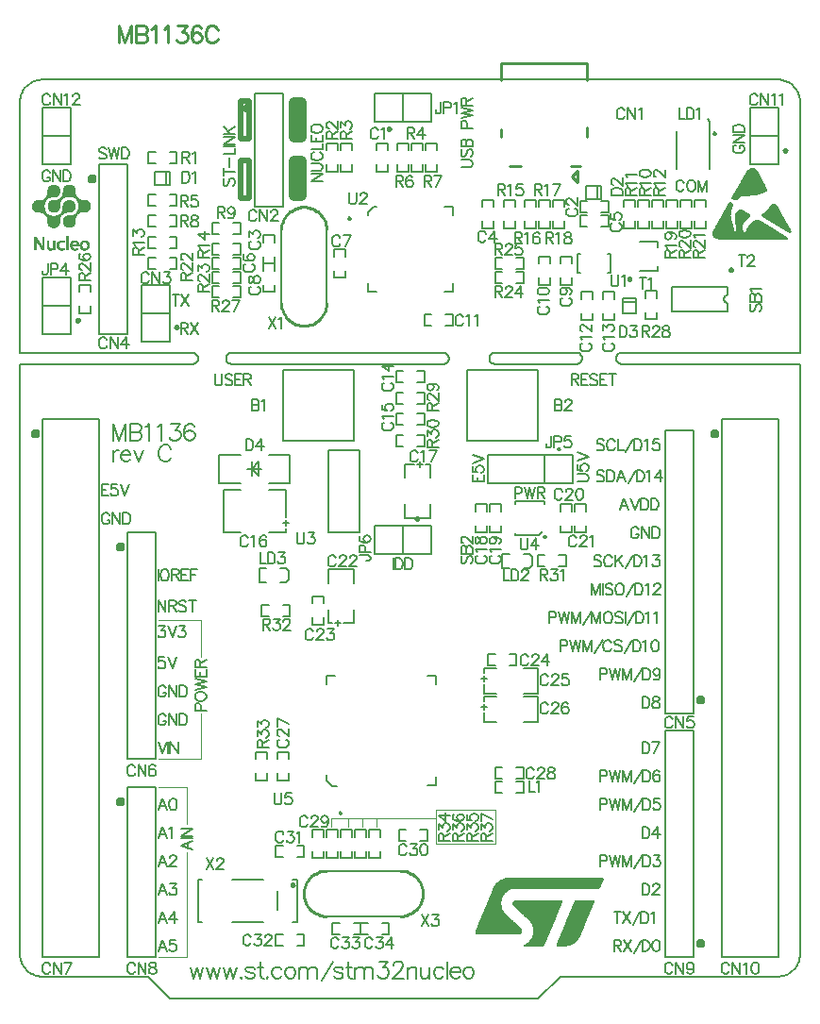
<source format=gbr>
%FSTAX23Y23*%
%MOIN*%
%SFA1B1*%

%IPPOS*%
%ADD40C,0.005000*%
%ADD41C,0.008000*%
%ADD44C,0.010000*%
%ADD55C,0.015000*%
%ADD56C,0.009840*%
%ADD57C,0.007870*%
%ADD58C,0.006000*%
%ADD59C,0.006300*%
%ADD60C,0.000500*%
%ADD61C,0.001000*%
%ADD62C,0.003000*%
%ADD63C,0.019690*%
%ADD64C,0.039370*%
%ADD65C,0.005910*%
%LNmb1136-1*%
%LPD*%
G54D40*
X01323Y01551D02*
Y01559D01*
X01426*
Y01551D02*
Y01559D01*
X01323Y0144D02*
Y01448D01*
Y0144D02*
X01406D01*
X01418Y01452*
X02114Y02676D02*
X02201D01*
X02041Y02488D02*
X0228D01*
X02039Y02489D02*
X0228D01*
X02036Y0249D02*
X0228D01*
X02033Y02491D02*
X02279D01*
X02031Y02492D02*
X02278D01*
X0203Y02493D02*
X02277D01*
X02027Y02494D02*
X02276D01*
X02026Y02495D02*
X02273D01*
X02025Y02496D02*
X02272D01*
X02025Y02497D02*
X02271D01*
X02024Y02498D02*
X02269D01*
X02024Y02499D02*
X02267D01*
X02023Y025D02*
X02266D01*
X02023Y02501D02*
X02264D01*
X02023Y02502D02*
X02263D01*
X02023Y02503D02*
X0226D01*
X02023Y02504D02*
X02259D01*
X02023Y02505D02*
X02258D01*
X02023Y02506D02*
X02256D01*
X02023Y02507D02*
X02254D01*
X02023Y02508D02*
X02131D01*
X02135D02*
X02253D01*
X02023Y02509D02*
X02128D01*
X02136D02*
X02251D01*
X02023Y0251D02*
X02096D01*
X02102D02*
X02127D01*
X02137D02*
X02249D01*
X02023Y02511D02*
X02095D01*
X02102D02*
X02126D01*
X02138D02*
X02248D01*
X02291D02*
X02292D01*
X02023Y02512D02*
X02094D01*
X02103D02*
X02126D01*
X02138D02*
X02246D01*
X02288D02*
X02294D01*
X02023Y02513D02*
X02094D01*
X02103D02*
X02125D01*
X02139D02*
X02245D01*
X02287D02*
X02294D01*
X02024Y02514D02*
X02094D01*
X02103D02*
X02125D01*
X02139D02*
X02243D01*
X02286D02*
X02294D01*
X02024Y02515D02*
X02094D01*
X02103D02*
X02125D01*
X0214D02*
X02242D01*
X02284D02*
X02294D01*
X02025Y02516D02*
X02093D01*
X02104D02*
X02124D01*
X02141D02*
X0224D01*
X02282D02*
X02293D01*
X02025Y02517D02*
X02093D01*
X02104D02*
X02124D01*
X02141D02*
X02238D01*
X02281D02*
X02292D01*
X02025Y02518D02*
X02093D01*
X02104D02*
X02124D01*
X02142D02*
X02236D01*
X02279D02*
X02291D01*
X02026Y02519D02*
X02093D01*
X02104D02*
X02123D01*
X02142D02*
X02235D01*
X02277D02*
X02291D01*
X02027Y0252D02*
X02092D01*
X02104D02*
X02123D01*
X02143D02*
X02234D01*
X02276D02*
X02291D01*
X02027Y02521D02*
X02092D01*
X02104D02*
X02123D01*
X02143D02*
X02231D01*
X02274D02*
X0229D01*
X02028Y02522D02*
X02091D01*
X02104D02*
X02123D01*
X02143D02*
X0223D01*
X02272D02*
X0229D01*
X02028Y02523D02*
X02091D01*
X02104D02*
X02123D01*
X02144D02*
X02228D01*
X0227D02*
X02289D01*
X02029Y02524D02*
X02091D01*
X02104D02*
X02123D01*
X02144D02*
X02226D01*
X02269D02*
X02288D01*
X02029Y02525D02*
X0209D01*
X02104D02*
X02123D01*
X02145D02*
X02225D01*
X02267D02*
X02288D01*
X0203Y02526D02*
X0209D01*
X02104D02*
X02122D01*
X02145D02*
X02224D01*
X02266D02*
X02287D01*
X02031Y02527D02*
X0209D01*
X02105D02*
X02122D01*
X02146D02*
X02222D01*
X02264D02*
X02287D01*
X02031Y02528D02*
X0209D01*
X02105D02*
X02122D01*
X02146D02*
X0222D01*
X02263D02*
X02286D01*
X02032Y02529D02*
X02089D01*
X02105D02*
X02122D01*
X02147D02*
X02219D01*
X0226D02*
X02286D01*
X02032Y0253D02*
X02089D01*
X02105D02*
X02122D01*
X02148D02*
X02217D01*
X02259D02*
X02285D01*
X02032Y02531D02*
X02089D01*
X02105D02*
X02122D01*
X02148D02*
X02215D01*
X02257D02*
X02284D01*
X02033Y02532D02*
X02088D01*
X02105D02*
X02122D01*
X02149D02*
X02214D01*
X02256D02*
X02284D01*
X02034Y02533D02*
X02088D01*
X02105D02*
X02122D01*
X02149D02*
X02213D01*
X02254D02*
X02283D01*
X02035Y02534D02*
X02088D01*
X02104D02*
X02122D01*
X0215D02*
X0221D01*
X02252D02*
X02283D01*
X02035Y02535D02*
X02087D01*
X02104D02*
X02122D01*
X0215D02*
X02209D01*
X02251D02*
X02282D01*
X02036Y02536D02*
X02087D01*
X02104D02*
X02122D01*
X02151D02*
X02208D01*
X02249D02*
X02282D01*
X02036Y02537D02*
X02087D01*
X02104D02*
X02122D01*
X02152D02*
X02206D01*
X02247D02*
X02281D01*
X02036Y02538D02*
X02087D01*
X02104D02*
X02123D01*
X02153D02*
X02204D01*
X02246D02*
X0228D01*
X02037Y02539D02*
X02087D01*
X02103D02*
X02123D01*
X02154D02*
X02202D01*
X02244D02*
X0228D01*
X02038Y0254D02*
X02086D01*
X02103D02*
X02123D01*
X02155D02*
X02201D01*
X02242D02*
X0228D01*
X02038Y02541D02*
X02086D01*
X02103D02*
X02124D01*
X02156D02*
X02199D01*
X02241D02*
X02279D01*
X02039Y02542D02*
X02086D01*
X02103D02*
X02124D01*
X02157D02*
X02198D01*
X0224D02*
X02279D01*
X02039Y02543D02*
X02086D01*
X02103D02*
X02125D01*
X02158D02*
X02196D01*
X02238D02*
X02278D01*
X0204Y02544D02*
X02085D01*
X02103D02*
X02126D01*
X02159D02*
X02195D01*
X02235D02*
X02277D01*
X0204Y02545D02*
X02085D01*
X02103D02*
X02126D01*
X0216D02*
X02192D01*
X02234D02*
X02277D01*
X02041Y02546D02*
X02084D01*
X02103D02*
X02127D01*
X02162D02*
X0219D01*
X02232D02*
X02276D01*
X02042Y02547D02*
X02084D01*
X02102D02*
X02127D01*
X02163D02*
X02189D01*
X02231D02*
X02276D01*
X02042Y02548D02*
X02084D01*
X02102D02*
X02128D01*
X02164D02*
X02187D01*
X02229D02*
X02275D01*
X02043Y02549D02*
X02084D01*
X02102D02*
X02129D01*
X02167D02*
X02184D01*
X02228D02*
X02274D01*
X02043Y0255D02*
X02083D01*
X02102D02*
X0213D01*
X02168D02*
X02183D01*
X02226D02*
X02274D01*
X02044Y02551D02*
X02083D01*
X02102D02*
X02131D01*
X0217D02*
X02181D01*
X02224D02*
X02273D01*
X02044Y02552D02*
X02083D01*
X02102D02*
X02132D01*
X02222D02*
X02273D01*
X02045Y02553D02*
X02083D01*
X02102D02*
X02133D01*
X02221D02*
X02272D01*
X02046Y02554D02*
X02083D01*
X02102D02*
X02133D01*
X02219D02*
X02272D01*
X02046Y02555D02*
X02083D01*
X02102D02*
X02134D01*
X02217D02*
X02271D01*
X02046Y02556D02*
X02082D01*
X02102D02*
X02135D01*
X02216D02*
X0227D01*
X02047Y02557D02*
X02082D01*
X02102D02*
X02136D01*
X02214D02*
X0227D01*
X02047Y02558D02*
X02082D01*
X02103D02*
X02138D01*
X02212D02*
X02269D01*
X02048Y02559D02*
X02081D01*
X02103D02*
X02139D01*
X0221D02*
X02269D01*
X02049Y0256D02*
X02081D01*
X02103D02*
X0214D01*
X02209D02*
X02269D01*
X02049Y02561D02*
X02081D01*
X02103D02*
X02141D01*
X02207D02*
X02268D01*
X0205Y02562D02*
X02081D01*
X02103D02*
X02142D01*
X02206D02*
X02267D01*
X0205Y02563D02*
X0208D01*
X02103D02*
X02143D01*
X02205D02*
X02266D01*
X02051Y02564D02*
X0208D01*
X02103D02*
X02144D01*
X02203D02*
X02266D01*
X02051Y02565D02*
X0208D01*
X02103D02*
X02146D01*
X02201D02*
X02266D01*
X02052Y02566D02*
X0208D01*
X02103D02*
X02147D01*
X02199D02*
X02265D01*
X02053Y02567D02*
X0208D01*
X02103D02*
X02148D01*
X02198D02*
X02265D01*
X02053Y02568D02*
X02079D01*
X02102D02*
X02148D01*
X02197D02*
X02264D01*
X02054Y02569D02*
X02079D01*
X02102D02*
X02148D01*
X02196D02*
X02263D01*
X02054Y0257D02*
X02079D01*
X02101D02*
X02148D01*
X02195D02*
X02263D01*
X02054Y02571D02*
X02079D01*
X02101D02*
X02148D01*
X02195D02*
X02262D01*
X02055Y02572D02*
X02079D01*
X02102D02*
X02147D01*
X02196D02*
X02262D01*
X02056Y02573D02*
X02079D01*
X02102D02*
X02145D01*
X02197D02*
X02261D01*
X02057Y02574D02*
X02079D01*
X02102D02*
X02143D01*
X02199D02*
X02261D01*
X02057Y02575D02*
X0208D01*
X02103D02*
X02142D01*
X022D02*
X0226D01*
X02057Y02576D02*
X0208D01*
X02103D02*
X0214D01*
X02201D02*
X02259D01*
X02058Y02577D02*
X0208D01*
X02104D02*
X02138D01*
X02203D02*
X02259D01*
X02058Y02578D02*
X0208D01*
X02105D02*
X02137D01*
X02205D02*
X02258D01*
X02059Y02579D02*
X02081D01*
X02106D02*
X02136D01*
X02206D02*
X02258D01*
X0206Y0258D02*
X02081D01*
X02107D02*
X02134D01*
X02207D02*
X02258D01*
X0206Y02581D02*
X02081D01*
X02108D02*
X02131D01*
X02209D02*
X02257D01*
X02061Y02582D02*
X02082D01*
X02109D02*
X0213D01*
X0221D02*
X02256D01*
X02061Y02583D02*
X02082D01*
X0211D02*
X02129D01*
X02211D02*
X02256D01*
X02062Y02584D02*
X02082D01*
X0211D02*
X02127D01*
X02211D02*
X02255D01*
X02063Y02585D02*
X02082D01*
X02111D02*
X02126D01*
X02213D02*
X02255D01*
X02063Y02586D02*
X02082D01*
X02112D02*
X02124D01*
X02213D02*
X02254D01*
X02064Y02587D02*
X02082D01*
X02113D02*
X02123D01*
X02214D02*
X02254D01*
X02064Y02588D02*
X02083D01*
X02114D02*
X02121D01*
X02215D02*
X02253D01*
X02065Y02589D02*
X02083D01*
X02215D02*
X02252D01*
X02065Y0259D02*
X02083D01*
X02216D02*
X02252D01*
X02066Y02591D02*
X02083D01*
X02217D02*
X02251D01*
X02067Y02592D02*
X02083D01*
X02217D02*
X02251D01*
X02067Y02593D02*
X02083D01*
X02218D02*
X0225D01*
X02067Y02594D02*
X02084D01*
X02218D02*
X0225D01*
X02068Y02595D02*
X02084D01*
X02219D02*
X02249D01*
X02068Y02596D02*
X02084D01*
X0222D02*
X02248D01*
X02069Y02597D02*
X02085D01*
X0222D02*
X02248D01*
X0207Y02598D02*
X02085D01*
X02221D02*
X02248D01*
X0207Y02599D02*
X02085D01*
X02221D02*
X02247D01*
X02071Y026D02*
X02086D01*
X02222D02*
X02246D01*
X02071Y02601D02*
X02086D01*
X02223D02*
X02246D01*
X02072Y02602D02*
X02086D01*
X02224D02*
X02245D01*
X02072Y02603D02*
X02086D01*
X02225D02*
X02245D01*
X02073Y02604D02*
X02087D01*
X02225D02*
X02244D01*
X02074Y02605D02*
X02087D01*
X02226D02*
X02244D01*
X02074Y02606D02*
X02087D01*
X02227D02*
X02243D01*
X02075Y02607D02*
X02087D01*
X02228D02*
X02242D01*
X02075Y02608D02*
X02087D01*
X02231D02*
X0224D01*
X02075Y02609D02*
X02087D01*
X02076Y0261D02*
X02086D01*
X02077Y02611D02*
X02086D01*
X02078Y02612D02*
X02085D01*
X02079Y02613D02*
X02084D01*
X02099Y02626D02*
X02102D01*
X02096Y02627D02*
X02104D01*
X02094Y02628D02*
X02105D01*
X02091Y02629D02*
X02106D01*
X02089Y0263D02*
X02107D01*
X02089Y02631D02*
X02108D01*
X02089Y02632D02*
X02109D01*
X02089Y02633D02*
X0211D01*
X02089Y02634D02*
X02111D01*
X0209Y02635D02*
X02112D01*
X02091Y02636D02*
X02113D01*
X02091Y02637D02*
X02115D01*
X02092Y02638D02*
X02116D01*
X02092Y02639D02*
X02117D01*
X02093Y0264D02*
X0214D01*
X02094Y02641D02*
X02148D01*
X02094Y02642D02*
X02153D01*
X02095Y02643D02*
X02161D01*
X02095Y02644D02*
X0217D01*
X02096Y02645D02*
X02174D01*
X02096Y02646D02*
X02177D01*
X02097Y02647D02*
X02183D01*
X02098Y02648D02*
X02186D01*
X02099Y02649D02*
X02188D01*
X02099Y0265D02*
X02191D01*
X02099Y02651D02*
X02195D01*
X021Y02652D02*
X02197D01*
X02101Y02653D02*
X02199D01*
X02101Y02654D02*
X02202D01*
X02102Y02655D02*
X02203D01*
X02102Y02656D02*
X02205D01*
X02103Y02657D02*
X02206D01*
X02103Y02658D02*
X02208D01*
X02104Y02659D02*
X02209D01*
X02105Y0266D02*
X02209D01*
X02105Y02661D02*
X02209D01*
X02106Y02662D02*
X02209D01*
X02106Y02663D02*
X02208D01*
X02107Y02664D02*
X02208D01*
X02108Y02665D02*
X02207D01*
X02108Y02666D02*
X02206D01*
X02109Y02667D02*
X02206D01*
X02109Y02668D02*
X02205D01*
X0211Y02669D02*
X02205D01*
X0211Y0267D02*
X02204D01*
X02111Y02671D02*
X02204D01*
X02112Y02672D02*
X02203D01*
X02112Y02673D02*
X02203D01*
X02113Y02674D02*
X02202D01*
X02114Y02675D02*
X02202D01*
X02114Y02677D02*
X02201D01*
X02115Y02678D02*
X022D01*
X02116Y02679D02*
X022D01*
X02116Y0268D02*
X02199D01*
X02117Y02681D02*
X02199D01*
X02117Y02682D02*
X02198D01*
X02118Y02683D02*
X02198D01*
X02119Y02684D02*
X02197D01*
X02119Y02685D02*
X02196D01*
X0212Y02686D02*
X02196D01*
X0212Y02687D02*
X02196D01*
X02121Y02688D02*
X02195D01*
X02121Y02689D02*
X02195D01*
X02122Y0269D02*
X02194D01*
X02123Y02691D02*
X02194D01*
X02123Y02692D02*
X02193D01*
X02124Y02693D02*
X02192D01*
X02124Y02694D02*
X02192D01*
X02125Y02695D02*
X02191D01*
X02126Y02696D02*
X02191D01*
X02126Y02697D02*
X0219D01*
X02127Y02698D02*
X0219D01*
X02127Y02699D02*
X02189D01*
X02128Y027D02*
X02189D01*
X02128Y02701D02*
X02188D01*
X02129Y02702D02*
X02188D01*
X0213Y02703D02*
X02187D01*
X0213Y02704D02*
X02187D01*
X02131Y02705D02*
X02186D01*
X02131Y02706D02*
X02186D01*
X02132Y02707D02*
X02185D01*
X02132Y02708D02*
X02185D01*
X02133Y02709D02*
X02184D01*
X02134Y0271D02*
X02184D01*
X02134Y02711D02*
X02183D01*
X02135Y02712D02*
X02183D01*
X02135Y02713D02*
X02182D01*
X02136Y02714D02*
X02182D01*
X02137Y02715D02*
X02181D01*
X02137Y02716D02*
X02181D01*
X02138Y02717D02*
X0218D01*
X02138Y02718D02*
X0218D01*
X02139Y02719D02*
X02179D01*
X02139Y0272D02*
X02178D01*
X0214Y02721D02*
X02178D01*
X02141Y02722D02*
X02177D01*
X02141Y02723D02*
X02177D01*
X02142Y02724D02*
X02176D01*
X02143Y02725D02*
X02175D01*
X02143Y02726D02*
X02174D01*
X02145Y02727D02*
X02174D01*
X02146Y02728D02*
X02173D01*
X02147Y02729D02*
X02172D01*
X02149Y0273D02*
X02171D01*
X02151Y02731D02*
X0217D01*
X02153Y02732D02*
X02169D01*
X02155Y02733D02*
X02168D01*
X02157Y02734D02*
X02167D01*
X0216Y02735D02*
X02165D01*
X005Y01485D02*
X0052D01*
X0051Y01475D02*
Y01495D01*
X0137Y01375D02*
X0138Y01365D01*
X0137Y01325D02*
X0138Y01335D01*
X0135Y01375D02*
X0137D01*
X0138Y01335D02*
Y01365D01*
X0135Y01325D02*
X0137D01*
X01275D02*
X013D01*
X01275D02*
Y01375D01*
X013*
X00685Y01131D02*
X00705D01*
X00695Y01121D02*
Y01141D01*
X01612Y02628D02*
Y02672D01*
X01573Y02672D02*
X01626D01*
X01573D02*
Y02627D01*
X01626D01*
Y02672D02*
Y02627D01*
X01703Y02262D02*
X01747D01*
X01702Y02223D02*
Y02276D01*
Y02223D02*
X01747D01*
Y02276D01*
X01702D02*
X01747D01*
X0121Y00925D02*
Y00945D01*
X012Y00935D02*
X0122D01*
X0121Y00825D02*
Y00845D01*
X012Y00835D02*
X0122D01*
X00975Y0169D02*
X00995D01*
X00985Y0168D02*
Y017D01*
X00417Y01324D02*
X00442D01*
X00417Y01274D02*
Y01324D01*
Y01274D02*
X00442D01*
X00492D02*
X00512D01*
X00522Y01284D02*
Y01314D01*
X00492Y01324D02*
X00512D01*
Y01274D02*
X00522Y01284D01*
X00512Y01324D02*
X00522Y01314D01*
X00087Y02678D02*
Y02722D01*
X00048Y02722D02*
X00101D01*
X00048D02*
Y02677D01*
X00101D01*
Y02722D02*
Y02677D01*
X-00321Y0299D02*
X-00323Y02994D01*
X-00327Y02998*
X-0033Y02999*
X-00338*
X-00342Y02998*
X-00346Y02994*
X-00348Y0299*
X-0035Y02984*
Y02975*
X-00348Y02969*
X-00346Y02965*
X-00342Y02961*
X-00338Y0296*
X-0033*
X-00327Y02961*
X-00323Y02965*
X-00321Y02969*
X-0031Y02999D02*
Y0296D01*
Y02999D02*
X-00283Y0296D01*
Y02999D02*
Y0296D01*
X-00272Y02992D02*
X-00268Y02994D01*
X-00262Y02999*
Y0296*
X-00241Y0299D02*
Y02992D01*
X-00239Y02996*
X-00237Y02998*
X-00233Y02999*
X-00226*
X-00222Y02998*
X-0022Y02996*
X-00218Y02992*
Y02988*
X-0022Y02984*
X-00224Y02979*
X-00243Y0296*
X-00216*
X0037Y01779D02*
Y0174D01*
Y01779D02*
X00383D01*
X00389Y01778*
X00392Y01774*
X00394Y0177*
X00396Y01764*
Y01755*
X00394Y01749*
X00392Y01745*
X00389Y01741*
X00383Y0174*
X0037*
X00424Y01779D02*
X00405Y01753D01*
X00434*
X00424Y01779D02*
Y0174D01*
X01449Y01789D02*
Y01759D01*
X01447Y01753*
X01445Y01751*
X01441Y0175*
X01437*
X01433Y01751*
X01431Y01753*
X0143Y01759*
Y01763*
X01459Y01769D02*
X01476D01*
X01482Y0177*
X01484Y01772*
X01485Y01776*
Y01782*
X01484Y01786*
X01482Y01788*
X01476Y01789*
X01459*
Y0175*
X01517Y01789D02*
X01498D01*
X01496Y01772*
X01498Y01774*
X01504Y01776*
X0151*
X01515Y01774*
X01519Y0177*
X01521Y01765*
Y01761*
X01519Y01755*
X01515Y01751*
X0151Y0175*
X01504*
X01498Y01751*
X01496Y01753*
X01494Y01757*
X01538Y0143D02*
X01536Y01434D01*
X01532Y01438*
X01529Y01439*
X01521*
X01517Y01438*
X01513Y01434*
X01511Y0143*
X0151Y01424*
Y01415*
X01511Y01409*
X01513Y01405*
X01517Y01401*
X01521Y014*
X01529*
X01532Y01401*
X01536Y01405*
X01538Y01409*
X01551Y0143D02*
Y01432D01*
X01553Y01436*
X01555Y01438*
X01559Y01439*
X01566*
X0157Y01438*
X01572Y01436*
X01574Y01432*
Y01428*
X01572Y01424*
X01568Y01419*
X01549Y014*
X01576*
X01585Y01432D02*
X01589Y01434D01*
X01594Y01439*
Y014*
X01773Y02349D02*
Y0231D01*
X0176Y02349D02*
X01786D01*
X01791Y02342D02*
X01795Y02344D01*
X018Y02349*
Y0231*
X0176Y0264D02*
X018D01*
X0176D02*
Y02657D01*
X01761Y02662*
X01763Y02664*
X01767Y02666*
X01771*
X01775Y02664*
X01777Y02662*
X01779Y02657*
Y0264*
Y02653D02*
X018Y02666D01*
X01767Y02675D02*
X01765Y02679D01*
X0176Y02685*
X018*
X0176Y02716D02*
X01761Y0271D01*
X01767Y02706*
X01777Y02704*
X01782*
X01792Y02706*
X01798Y0271*
X018Y02716*
Y0272*
X01798Y02725*
X01792Y02729*
X01782Y02731*
X01777*
X01767Y02729*
X01761Y02725*
X0176Y0272*
Y02716*
X0171Y0264D02*
X0175D01*
X0171D02*
Y02657D01*
X01711Y02662*
X01713Y02664*
X01717Y02666*
X01721*
X01725Y02664*
X01727Y02662*
X01729Y02657*
Y0264*
Y02653D02*
X0175Y02666D01*
X01717Y02675D02*
X01715Y02679D01*
X0171Y02685*
X0175*
X01717Y02704D02*
X01715Y02708D01*
X0171Y02714*
X0175*
X0181Y0264D02*
X0185D01*
X0181D02*
Y02657D01*
X01811Y02662*
X01813Y02664*
X01817Y02666*
X01821*
X01825Y02664*
X01827Y02662*
X01829Y02657*
Y0264*
Y02653D02*
X0185Y02666D01*
X01817Y02675D02*
X01815Y02679D01*
X0181Y02685*
X0185*
X01819Y02706D02*
X01817D01*
X01813Y02708*
X01811Y0271*
X0181Y02714*
Y02722*
X01811Y02725*
X01813Y02727*
X01817Y02729*
X01821*
X01825Y02727*
X0183Y02723*
X0185Y02704*
Y02731*
X0166Y0264D02*
X017D01*
X0166D02*
Y02653D01*
X01661Y02659*
X01665Y02662*
X01669Y02664*
X01675Y02666*
X01684*
X0169Y02664*
X01694Y02662*
X01698Y02659*
X017Y02653*
Y0264*
X01669Y02677D02*
X01667D01*
X01663Y02679*
X01661Y02681*
X0166Y02685*
Y02692*
X01661Y02696*
X01663Y02698*
X01667Y027*
X01671*
X01675Y02698*
X0168Y02694*
X017Y02675*
Y02702*
X0169Y02179D02*
Y0214D01*
Y02179D02*
X01703D01*
X01709Y02178*
X01712Y02174*
X01714Y0217*
X01716Y02164*
Y02155*
X01714Y02149*
X01712Y02145*
X01709Y02141*
X01703Y0214*
X0169*
X01729Y02179D02*
X0175D01*
X01738Y02164*
X01744*
X01748Y02162*
X0175Y0216*
X01752Y02155*
Y02151*
X0175Y02145*
X01746Y02141*
X0174Y0214*
X01735*
X01729Y02141*
X01727Y02143*
X01725Y02147*
X01135Y01366D02*
X01131Y01362D01*
X0113Y01357*
Y01349*
X01131Y01343*
X01135Y0134*
X01139*
X01143Y01341*
X01145Y01343*
X01147Y01347*
X0115Y01359*
X01152Y01362*
X01154Y01364*
X01158Y01366*
X01164*
X01168Y01362*
X0117Y01357*
Y01349*
X01168Y01343*
X01164Y0134*
X0113Y01375D02*
X0117D01*
X0113D02*
Y01392D01*
X01131Y01398*
X01133Y014*
X01137Y01402*
X01141*
X01145Y014*
X01147Y01398*
X01149Y01392*
Y01375D02*
Y01392D01*
X0115Y01398*
X01152Y014*
X01156Y01402*
X01162*
X01166Y014*
X01168Y01398*
X0117Y01392*
Y01375*
X01139Y01413D02*
X01137D01*
X01133Y01415*
X01131Y01416*
X0113Y0142*
Y01428*
X01131Y01432*
X01133Y01434*
X01137Y01435*
X01141*
X01145Y01434*
X0115Y0143*
X0117Y01411*
Y01437*
X02155Y02256D02*
X02151Y02252D01*
X0215Y02247*
Y02239*
X02151Y02233*
X02155Y0223*
X02159*
X02163Y02231*
X02165Y02233*
X02167Y02237*
X0217Y02249*
X02172Y02252*
X02174Y02254*
X02178Y02256*
X02184*
X02188Y02252*
X0219Y02247*
Y02239*
X02188Y02233*
X02184Y0223*
X0215Y02265D02*
X0219D01*
X0215D02*
Y02282D01*
X02151Y02288*
X02153Y0229*
X02157Y02292*
X02161*
X02165Y0229*
X02167Y02288*
X02169Y02282*
Y02265D02*
Y02282D01*
X0217Y02288*
X02172Y0229*
X02176Y02292*
X02182*
X02186Y0229*
X02188Y02288*
X0219Y02282*
Y02265*
X02157Y02301D02*
X02155Y02305D01*
X0215Y0231*
X0219*
X0055Y01449D02*
Y01421D01*
X00551Y01415*
X00555Y01411*
X00561Y0141*
X00565*
X0057Y01411*
X00574Y01415*
X00576Y01421*
Y01449*
X00591D02*
X00612D01*
X00601Y01434*
X00606*
X0061Y01432*
X00612Y0143*
X00614Y01425*
Y01421*
X00612Y01415*
X00608Y01411*
X00602Y0141*
X00597*
X00591Y01411*
X00589Y01413*
X00587Y01417*
X01388Y0061D02*
X01386Y00614D01*
X01382Y00618*
X01379Y00619*
X01371*
X01367Y00618*
X01363Y00614*
X01361Y0061*
X0136Y00604*
Y00595*
X01361Y00589*
X01363Y00585*
X01367Y00581*
X01371Y0058*
X01379*
X01382Y00581*
X01386Y00585*
X01388Y00589*
X01401Y0061D02*
Y00612D01*
X01403Y00616*
X01405Y00618*
X01409Y00619*
X01416*
X0142Y00618*
X01422Y00616*
X01424Y00612*
Y00608*
X01422Y00604*
X01418Y00599*
X01399Y0058*
X01426*
X01444Y00619D02*
X01439Y00618D01*
X01437Y00614*
Y0061*
X01439Y00606*
X01443Y00604*
X0145Y00602*
X01456Y006*
X0146Y00597*
X01462Y00593*
Y00587*
X0146Y00583*
X01458Y00581*
X01452Y0058*
X01444*
X01439Y00581*
X01437Y00583*
X01435Y00587*
Y00593*
X01437Y00597*
X01441Y006*
X01446Y00602*
X01454Y00604*
X01458Y00606*
X0146Y0061*
Y00614*
X01458Y00618*
X01452Y00619*
X01444*
X02123Y02429D02*
Y0239D01*
X0211Y02429D02*
X02136D01*
X02143Y0242D02*
Y02422D01*
X02145Y02426*
X02147Y02428*
X0215Y02429*
X02158*
X02162Y02428*
X02164Y02426*
X02166Y02422*
Y02418*
X02164Y02414*
X0216Y02409*
X02141Y0239*
X02168*
X0043Y01144D02*
Y01105D01*
Y01144D02*
X00447D01*
X00452Y01143*
X00454Y01141*
X00456Y01137*
Y01133*
X00454Y01129*
X00452Y01127*
X00447Y01125*
X0043*
X00443D02*
X00456Y01105D01*
X00469Y01144D02*
X0049D01*
X00478Y01129*
X00484*
X00488Y01127*
X0049Y01125*
X00492Y0112*
Y01116*
X0049Y0111*
X00486Y01106*
X0048Y01105*
X00475*
X00469Y01106*
X00467Y01108*
X00465Y01112*
X00503Y01135D02*
Y01137D01*
X00505Y01141*
X00506Y01143*
X0051Y01144*
X00518*
X00522Y01143*
X00524Y01141*
X00525Y01137*
Y01133*
X00524Y01129*
X0052Y01124*
X00501Y01105*
X00527*
X009Y02709D02*
Y0267D01*
Y02709D02*
X00917D01*
X00922Y02708*
X00924Y02706*
X00926Y02702*
Y02698*
X00924Y02694*
X00922Y02692*
X00917Y0269*
X009*
X00913D02*
X00926Y0267D01*
X00958Y02704D02*
X00956Y02708D01*
X0095Y02709*
X00947*
X00941Y02708*
X00937Y02702*
X00935Y02692*
Y02683*
X00937Y02675*
X00941Y02671*
X00947Y0267*
X00948*
X00954Y02671*
X00958Y02675*
X0096Y02681*
Y02683*
X00958Y02689*
X00954Y02692*
X00948Y02694*
X00947*
X00941Y02692*
X00937Y02689*
X00935Y02683*
X00688Y0136D02*
X00686Y01364D01*
X00682Y01368*
X00679Y01369*
X00671*
X00667Y01368*
X00663Y01364*
X00661Y0136*
X0066Y01354*
Y01345*
X00661Y01339*
X00663Y01335*
X00667Y01331*
X00671Y0133*
X00679*
X00682Y01331*
X00686Y01335*
X00688Y01339*
X00701Y0136D02*
Y01362D01*
X00703Y01366*
X00705Y01368*
X00709Y01369*
X00716*
X0072Y01368*
X00722Y01366*
X00724Y01362*
Y01358*
X00722Y01354*
X00718Y01349*
X00699Y0133*
X00726*
X00737Y0136D02*
Y01362D01*
X00739Y01366*
X00741Y01368*
X00744Y01369*
X00752*
X00756Y01368*
X00758Y01366*
X0076Y01362*
Y01358*
X00758Y01354*
X00754Y01349*
X00735Y0133*
X00762*
X01438Y0094D02*
X01436Y00944D01*
X01432Y00948*
X01429Y00949*
X01421*
X01417Y00948*
X01413Y00944*
X01411Y0094*
X0141Y00934*
Y00925*
X01411Y00919*
X01413Y00915*
X01417Y00911*
X01421Y0091*
X01429*
X01432Y00911*
X01436Y00915*
X01438Y00919*
X01451Y0094D02*
Y00942D01*
X01453Y00946*
X01455Y00948*
X01459Y00949*
X01466*
X0147Y00948*
X01472Y00946*
X01474Y00942*
Y00938*
X01472Y00934*
X01468Y00929*
X01449Y0091*
X01476*
X01508Y00949D02*
X01489D01*
X01487Y00932*
X01489Y00934*
X01494Y00936*
X015*
X01506Y00934*
X0151Y0093*
X01512Y00925*
Y00921*
X0151Y00915*
X01506Y00911*
X015Y0091*
X01494*
X01489Y00911*
X01487Y00913*
X01485Y00917*
X01438Y0084D02*
X01436Y00844D01*
X01432Y00848*
X01429Y00849*
X01421*
X01417Y00848*
X01413Y00844*
X01411Y0084*
X0141Y00834*
Y00825*
X01411Y00819*
X01413Y00815*
X01417Y00811*
X01421Y0081*
X01429*
X01432Y00811*
X01436Y00815*
X01438Y00819*
X01451Y0084D02*
Y00842D01*
X01453Y00846*
X01455Y00848*
X01459Y00849*
X01466*
X0147Y00848*
X01472Y00846*
X01474Y00842*
Y00838*
X01472Y00834*
X01468Y00829*
X01449Y0081*
X01476*
X01508Y00844D02*
X01506Y00848D01*
X015Y00849*
X01496*
X01491Y00848*
X01487Y00842*
X01485Y00832*
Y00823*
X01487Y00815*
X01491Y00811*
X01496Y0081*
X01498*
X01504Y00811*
X01508Y00815*
X0151Y00821*
Y00823*
X01508Y00829*
X01504Y00832*
X01498Y00834*
X01496*
X01491Y00832*
X01487Y00829*
X01485Y00823*
X0126Y02679D02*
Y0264D01*
Y02679D02*
X01277D01*
X01282Y02678*
X01284Y02676*
X01286Y02672*
Y02668*
X01284Y02664*
X01282Y02662*
X01277Y0266*
X0126*
X01273D02*
X01286Y0264D01*
X01295Y02672D02*
X01299Y02674D01*
X01305Y02679*
Y0264*
X01347Y02679D02*
X01328D01*
X01326Y02662*
X01328Y02664*
X01334Y02666*
X0134*
X01345Y02664*
X01349Y0266*
X01351Y02655*
Y02651*
X01349Y02645*
X01345Y02641*
X0134Y0264*
X01334*
X01328Y02641*
X01326Y02643*
X01324Y02647*
X0139Y02679D02*
Y0264D01*
Y02679D02*
X01407D01*
X01412Y02678*
X01414Y02676*
X01416Y02672*
Y02668*
X01414Y02664*
X01412Y02662*
X01407Y0266*
X0139*
X01403D02*
X01416Y0264D01*
X01425Y02672D02*
X01429Y02674D01*
X01435Y02679*
Y0264*
X01481Y02679D02*
X01462Y0264D01*
X01454Y02679D02*
X01481D01*
X0143Y02509D02*
Y0247D01*
Y02509D02*
X01447D01*
X01452Y02508*
X01454Y02506*
X01456Y02502*
Y02498*
X01454Y02494*
X01452Y02492*
X01447Y0249*
X0143*
X01443D02*
X01456Y0247D01*
X01465Y02502D02*
X01469Y02504D01*
X01475Y02509*
Y0247*
X01504Y02509D02*
X01498Y02508D01*
X01496Y02504*
Y025*
X01498Y02496*
X01502Y02494*
X0151Y02492*
X01515Y0249*
X01519Y02487*
X01521Y02483*
Y02477*
X01519Y02473*
X01517Y02471*
X01512Y0247*
X01504*
X01498Y02471*
X01496Y02473*
X01494Y02477*
Y02483*
X01496Y02487*
X015Y0249*
X01506Y02492*
X01513Y02494*
X01517Y02496*
X01519Y025*
Y02504*
X01517Y02508*
X01512Y02509*
X01504*
X0132D02*
Y0247D01*
Y02509D02*
X01337D01*
X01342Y02508*
X01344Y02506*
X01346Y02502*
Y02498*
X01344Y02494*
X01342Y02492*
X01337Y0249*
X0132*
X01333D02*
X01346Y0247D01*
X01355Y02502D02*
X01359Y02504D01*
X01365Y02509*
Y0247*
X01407Y02504D02*
X01405Y02508D01*
X014Y02509*
X01396*
X0139Y02508*
X01386Y02502*
X01384Y02492*
Y02483*
X01386Y02475*
X0139Y02471*
X01396Y0247*
X01398*
X01403Y02471*
X01407Y02475*
X01409Y02481*
Y02483*
X01407Y02489*
X01403Y02492*
X01398Y02494*
X01396*
X0139Y02492*
X01386Y02489*
X01384Y02483*
X0185Y0242D02*
X0189D01*
X0185D02*
Y02437D01*
X01851Y02442*
X01853Y02444*
X01857Y02446*
X01861*
X01865Y02444*
X01867Y02442*
X01869Y02437*
Y0242*
Y02433D02*
X0189Y02446D01*
X01857Y02455D02*
X01855Y02459D01*
X0185Y02465*
X0189*
X01863Y02509D02*
X01869Y02507D01*
X01872Y02503*
X01874Y02498*
Y02496*
X01872Y0249*
X01869Y02486*
X01863Y02484*
X01861*
X01855Y02486*
X01851Y0249*
X0185Y02496*
Y02498*
X01851Y02503*
X01855Y02507*
X01863Y02509*
X01872*
X01882Y02507*
X01888Y02503*
X0189Y02498*
Y02494*
X01888Y02488*
X01884Y02486*
X019Y0242D02*
X0194D01*
X019D02*
Y02437D01*
X01901Y02442*
X01903Y02444*
X01907Y02446*
X01911*
X01915Y02444*
X01917Y02442*
X01919Y02437*
Y0242*
Y02433D02*
X0194Y02446D01*
X01909Y02457D02*
X01907D01*
X01903Y02459*
X01901Y02461*
X019Y02465*
Y02472*
X01901Y02476*
X01903Y02478*
X01907Y0248*
X01911*
X01915Y02478*
X0192Y02474*
X0194Y02455*
Y02482*
X019Y02502D02*
X01901Y02496D01*
X01907Y02493*
X01917Y02491*
X01922*
X01932Y02493*
X01938Y02496*
X0194Y02502*
Y02506*
X01938Y02512*
X01932Y02515*
X01922Y02517*
X01917*
X01907Y02515*
X01901Y02512*
X019Y02506*
Y02502*
X0195Y0242D02*
X0199D01*
X0195D02*
Y02437D01*
X01951Y02442*
X01953Y02444*
X01957Y02446*
X01961*
X01965Y02444*
X01967Y02442*
X01969Y02437*
Y0242*
Y02433D02*
X0199Y02446D01*
X01959Y02457D02*
X01957D01*
X01953Y02459*
X01951Y02461*
X0195Y02465*
Y02472*
X01951Y02476*
X01953Y02478*
X01957Y0248*
X01961*
X01965Y02478*
X0197Y02474*
X0199Y02455*
Y02482*
X01957Y02491D02*
X01955Y02495D01*
X0195Y025*
X0199*
X0125Y02319D02*
Y0228D01*
Y02319D02*
X01267D01*
X01272Y02318*
X01274Y02316*
X01276Y02312*
Y02308*
X01274Y02304*
X01272Y02302*
X01267Y023*
X0125*
X01263D02*
X01276Y0228D01*
X01287Y0231D02*
Y02312D01*
X01289Y02316*
X01291Y02318*
X01295Y02319*
X01302*
X01306Y02318*
X01308Y02316*
X0131Y02312*
Y02308*
X01308Y02304*
X01304Y02299*
X01285Y0228*
X01312*
X0134Y02319D02*
X01321Y02293D01*
X01349*
X0134Y02319D02*
Y0228D01*
X0025Y02269D02*
Y0223D01*
Y02269D02*
X00267D01*
X00272Y02268*
X00274Y02266*
X00276Y02262*
Y02258*
X00274Y02254*
X00272Y02252*
X00267Y0225*
X0025*
X00263D02*
X00276Y0223D01*
X00287Y0226D02*
Y02262D01*
X00289Y02266*
X00291Y02268*
X00295Y02269*
X00302*
X00306Y02268*
X00308Y02266*
X0031Y02262*
Y02258*
X00308Y02254*
X00304Y02249*
X00285Y0223*
X00312*
X00347Y02269D02*
X00328Y0223D01*
X00321Y02269D02*
X00347D01*
X002Y023D02*
X0024D01*
X002D02*
Y02317D01*
X00201Y02322*
X00203Y02324*
X00207Y02326*
X00211*
X00215Y02324*
X00217Y02322*
X00219Y02317*
Y023*
Y02313D02*
X0024Y02326D01*
X00209Y02337D02*
X00207D01*
X00203Y02339*
X00201Y02341*
X002Y02345*
Y02352*
X00201Y02356*
X00203Y02358*
X00207Y0236*
X00211*
X00215Y02358*
X0022Y02354*
X0024Y02335*
Y02362*
X002Y02375D02*
Y02395D01*
X00215Y02384*
Y0239*
X00217Y02394*
X00219Y02395*
X00224Y02397*
X00228*
X00234Y02395*
X00238Y02392*
X0024Y02386*
Y0238*
X00238Y02375*
X00236Y02373*
X00232Y02371*
X0125Y02469D02*
Y0243D01*
Y02469D02*
X01267D01*
X01272Y02468*
X01274Y02466*
X01276Y02462*
Y02458*
X01274Y02454*
X01272Y02452*
X01267Y0245*
X0125*
X01263D02*
X01276Y0243D01*
X01287Y0246D02*
Y02462D01*
X01289Y02466*
X01291Y02468*
X01295Y02469*
X01302*
X01306Y02468*
X01308Y02466*
X0131Y02462*
Y02458*
X01308Y02454*
X01304Y02449*
X01285Y0243*
X01312*
X01344Y02469D02*
X01325D01*
X01323Y02452*
X01325Y02454*
X0133Y02456*
X01336*
X01342Y02454*
X01345Y0245*
X01347Y02445*
Y02441*
X01345Y02435*
X01342Y02431*
X01336Y0243*
X0133*
X01325Y02431*
X01323Y02433*
X01321Y02437*
X002Y0242D02*
X0024D01*
X002D02*
Y02437D01*
X00201Y02442*
X00203Y02444*
X00207Y02446*
X00211*
X00215Y02444*
X00217Y02442*
X00219Y02437*
Y0242*
Y02433D02*
X0024Y02446D01*
X00207Y02455D02*
X00205Y02459D01*
X002Y02465*
X0024*
X002Y02503D02*
X00226Y02484D01*
Y02513*
X002Y02503D02*
X0024D01*
X0014Y0234D02*
X0018D01*
X0014D02*
Y02357D01*
X00141Y02362*
X00143Y02364*
X00147Y02366*
X00151*
X00155Y02364*
X00157Y02362*
X00159Y02357*
Y0234*
Y02353D02*
X0018Y02366D01*
X00149Y02377D02*
X00147D01*
X00143Y02379*
X00141Y02381*
X0014Y02385*
Y02392*
X00141Y02396*
X00143Y02398*
X00147Y024*
X00151*
X00155Y02398*
X0016Y02394*
X0018Y02375*
Y02402*
X00149Y02413D02*
X00147D01*
X00143Y02415*
X00141Y02416*
X0014Y0242*
Y02428*
X00141Y02432*
X00143Y02434*
X00147Y02435*
X00151*
X00155Y02434*
X0016Y0243*
X0018Y02411*
Y02437*
X-00029Y0243D02*
X0001D01*
X-00029D02*
Y02447D01*
X-00028Y02452*
X-00026Y02454*
X-00022Y02456*
X-00018*
X-00014Y02454*
X-00012Y02452*
X-0001Y02447*
Y0243*
Y02443D02*
X0001Y02456D01*
X-00022Y02465D02*
X-00024Y02469D01*
X-00029Y02475*
X0001*
X-00029Y02498D02*
Y02519D01*
X-00014Y02508*
Y02513*
X-00012Y02517*
X-0001Y02519*
X-00005Y02521*
X-00001*
X00004Y02519*
X00008Y02515*
X0001Y0251*
Y02504*
X00008Y02498*
X00006Y02496*
X00002Y02494*
X0014Y02569D02*
Y0253D01*
Y02569D02*
X00157D01*
X00162Y02568*
X00164Y02566*
X00166Y02562*
Y02558*
X00164Y02554*
X00162Y02552*
X00157Y0255*
X0014*
X00153D02*
X00166Y0253D01*
X00185Y02569D02*
X00179Y02568D01*
X00177Y02564*
Y0256*
X00179Y02556*
X00183Y02554*
X0019Y02552*
X00196Y0255*
X002Y02547*
X00202Y02543*
Y02537*
X002Y02533*
X00198Y02531*
X00192Y0253*
X00185*
X00179Y02531*
X00177Y02533*
X00175Y02537*
Y02543*
X00177Y02547*
X00181Y0255*
X00187Y02552*
X00194Y02554*
X00198Y02556*
X002Y0256*
Y02564*
X00198Y02568*
X00192Y02569*
X00185*
X0014Y02639D02*
Y026D01*
Y02639D02*
X00157D01*
X00162Y02638*
X00164Y02636*
X00166Y02632*
Y02628*
X00164Y02624*
X00162Y02622*
X00157Y0262*
X0014*
X00153D02*
X00166Y026D01*
X00198Y02639D02*
X00179D01*
X00177Y02622*
X00179Y02624*
X00185Y02626*
X0019*
X00196Y02624*
X002Y0262*
X00202Y02615*
Y02611*
X002Y02605*
X00196Y02601*
X0019Y026*
X00185*
X00179Y02601*
X00177Y02603*
X00175Y02607*
X0027Y02599D02*
Y0256D01*
Y02599D02*
X00287D01*
X00292Y02598*
X00294Y02596*
X00296Y02592*
Y02588*
X00294Y02584*
X00292Y02582*
X00287Y0258*
X0027*
X00283D02*
X00296Y0256D01*
X0033Y02586D02*
X00328Y0258D01*
X00324Y02577*
X00318Y02575*
X00317*
X00311Y02577*
X00307Y0258*
X00305Y02586*
Y02588*
X00307Y02594*
X00311Y02598*
X00317Y02599*
X00318*
X00324Y02598*
X00328Y02594*
X0033Y02586*
Y02577*
X00328Y02567*
X00324Y02561*
X00318Y0256*
X00315*
X00309Y02561*
X00307Y02565*
X00655Y0284D02*
X00695D01*
X00655D02*
Y02857D01*
X00656Y02862*
X00658Y02864*
X00662Y02866*
X00666*
X0067Y02864*
X00672Y02862*
X00674Y02857*
Y0284*
Y02853D02*
X00695Y02866D01*
X00664Y02877D02*
X00662D01*
X00658Y02879*
X00656Y02881*
X00655Y02885*
Y02892*
X00656Y02896*
X00658Y02898*
X00662Y029*
X00666*
X0067Y02898*
X00675Y02894*
X00695Y02875*
Y02902*
X00145Y02794D02*
Y02755D01*
Y02794D02*
X00162D01*
X00167Y02793*
X00169Y02791*
X00171Y02787*
Y02783*
X00169Y02779*
X00167Y02777*
X00162Y02775*
X00145*
X00158D02*
X00171Y02755D01*
X0018Y02787D02*
X00184Y02789D01*
X0019Y02794*
Y02755*
X00978Y0173D02*
X00976Y01734D01*
X00972Y01738*
X00969Y01739*
X00961*
X00957Y01738*
X00953Y01734*
X00951Y0173*
X0095Y01724*
Y01715*
X00951Y01709*
X00953Y01705*
X00957Y01701*
X00961Y017*
X00969*
X00972Y01701*
X00976Y01705*
X00978Y01709*
X00989Y01732D02*
X00993Y01734D01*
X00999Y01739*
Y017*
X01045Y01739D02*
X01026Y017D01*
X01019Y01739D02*
X01045D01*
X00588Y0044D02*
X00586Y00444D01*
X00582Y00448*
X00579Y00449*
X00571*
X00567Y00448*
X00563Y00444*
X00561Y0044*
X0056Y00434*
Y00425*
X00561Y00419*
X00563Y00415*
X00567Y00411*
X00571Y0041*
X00579*
X00582Y00411*
X00586Y00415*
X00588Y00419*
X00601Y0044D02*
Y00442D01*
X00603Y00446*
X00605Y00448*
X00609Y00449*
X00616*
X0062Y00448*
X00622Y00446*
X00624Y00442*
Y00438*
X00622Y00434*
X00618Y00429*
X00599Y0041*
X00626*
X0066Y00436D02*
X00658Y0043D01*
X00654Y00427*
X00648Y00425*
X00646*
X00641Y00427*
X00637Y0043*
X00635Y00436*
Y00438*
X00637Y00444*
X00641Y00448*
X00646Y00449*
X00648*
X00654Y00448*
X00658Y00444*
X0066Y00436*
Y00427*
X00658Y00417*
X00654Y00411*
X00648Y0041*
X00644*
X00639Y00411*
X00637Y00415*
X0146Y01919D02*
Y0188D01*
Y01919D02*
X01477D01*
X01482Y01918*
X01484Y01916*
X01486Y01912*
Y01908*
X01484Y01904*
X01482Y01902*
X01477Y019*
X0146D02*
X01477D01*
X01482Y01899*
X01484Y01897*
X01486Y01893*
Y01887*
X01484Y01883*
X01482Y01881*
X01477Y0188*
X0146*
X01497Y0191D02*
Y01912D01*
X01499Y01916*
X01501Y01918*
X01505Y01919*
X01512*
X01516Y01918*
X01518Y01916*
X0152Y01912*
Y01908*
X01518Y01904*
X01514Y01899*
X01495Y0188*
X01522*
X0039Y01919D02*
Y0188D01*
Y01919D02*
X00407D01*
X00412Y01918*
X00414Y01916*
X00416Y01912*
Y01908*
X00414Y01904*
X00412Y01902*
X00407Y019*
X0039D02*
X00407D01*
X00412Y01899*
X00414Y01897*
X00416Y01893*
Y01887*
X00414Y01883*
X00412Y01881*
X00407Y0188*
X0039*
X00425Y01912D02*
X00429Y01914D01*
X00435Y01919*
Y0188*
X0099Y00099D02*
X01016Y0006D01*
Y00099D02*
X0099Y0006D01*
X01029Y00099D02*
X0105D01*
X01038Y00084*
X01044*
X01048Y00082*
X0105Y0008*
X01052Y00075*
Y00071*
X0105Y00065*
X01046Y00061*
X0104Y0006*
X01035*
X01029Y00061*
X01027Y00063*
X01025Y00067*
X0023Y00299D02*
X00256Y0026D01*
Y00299D02*
X0023Y0026D01*
X00267Y0029D02*
Y00292D01*
X00269Y00296*
X00271Y00298*
X00275Y00299*
X00282*
X00286Y00298*
X00288Y00296*
X0029Y00292*
Y00288*
X00288Y00284*
X00284Y00279*
X00265Y0026*
X00292*
X0045Y02209D02*
X00476Y0217D01*
Y02209D02*
X0045Y0217D01*
X00485Y02202D02*
X00489Y02204D01*
X00495Y02209*
Y0217*
X0134Y01429D02*
Y01401D01*
X01341Y01395*
X01345Y01391*
X01351Y0139*
X01355*
X0136Y01391*
X01364Y01395*
X01366Y01401*
Y01429*
X01396D02*
X01377Y01403D01*
X01406*
X01396Y01429D02*
Y0139D01*
X0166Y02359D02*
Y02331D01*
X01661Y02325*
X01665Y02321*
X01671Y0232*
X01675*
X0168Y02321*
X01684Y02325*
X01686Y02331*
Y02359*
X01697Y02352D02*
X01701Y02354D01*
X01707Y02359*
Y0232*
X00735Y02649D02*
Y02621D01*
X00736Y02615*
X0074Y02611*
X00746Y0261*
X0075*
X00755Y02611*
X00759Y02615*
X00761Y02621*
Y02649*
X00774Y0264D02*
Y02642D01*
X00776Y02646*
X00778Y02648*
X00782Y02649*
X00789*
X00793Y02648*
X00795Y02646*
X00797Y02642*
Y02638*
X00795Y02634*
X00791Y02629*
X00772Y0261*
X00799*
X0115Y0036D02*
X0119D01*
X0115D02*
Y00377D01*
X01151Y00382*
X01153Y00384*
X01157Y00386*
X01161*
X01165Y00384*
X01167Y00382*
X01169Y00377*
Y0036*
Y00373D02*
X0119Y00386D01*
X0115Y00399D02*
Y0042D01*
X01165Y00408*
Y00414*
X01167Y00418*
X01169Y0042*
X01174Y00422*
X01178*
X01184Y0042*
X01188Y00416*
X0119Y0041*
Y00405*
X01188Y00399*
X01186Y00397*
X01182Y00395*
X0115Y00454D02*
Y00435D01*
X01167Y00433*
X01165Y00435*
X01163Y0044*
Y00446*
X01165Y00452*
X01169Y00455*
X01174Y00457*
X01178*
X01184Y00455*
X01188Y00452*
X0119Y00446*
Y0044*
X01188Y00435*
X01186Y00433*
X01182Y00431*
X0177Y02179D02*
Y0214D01*
Y02179D02*
X01787D01*
X01792Y02178*
X01794Y02176*
X01796Y02172*
Y02168*
X01794Y02164*
X01792Y02162*
X01787Y0216*
X0177*
X01783D02*
X01796Y0214D01*
X01807Y0217D02*
Y02172D01*
X01809Y02176*
X01811Y02178*
X01815Y02179*
X01822*
X01826Y02178*
X01828Y02176*
X0183Y02172*
Y02168*
X01828Y02164*
X01824Y02159*
X01805Y0214*
X01832*
X0185Y02179D02*
X01845Y02178D01*
X01843Y02174*
Y0217*
X01845Y02166*
X01848Y02164*
X01856Y02162*
X01862Y0216*
X01865Y02157*
X01867Y02153*
Y02147*
X01865Y02143*
X01864Y02141*
X01858Y0214*
X0185*
X01845Y02141*
X01843Y02143*
X01841Y02147*
Y02153*
X01843Y02157*
X01846Y0216*
X01852Y02162*
X0186Y02164*
X01864Y02166*
X01865Y0217*
Y02174*
X01864Y02178*
X01858Y02179*
X0185*
X0041Y0069D02*
X0045D01*
X0041D02*
Y00707D01*
X00411Y00712*
X00413Y00714*
X00417Y00716*
X00421*
X00425Y00714*
X00427Y00712*
X00429Y00707*
Y0069*
Y00703D02*
X0045Y00716D01*
X0041Y00729D02*
Y0075D01*
X00425Y00738*
Y00744*
X00427Y00748*
X00429Y0075*
X00434Y00752*
X00438*
X00444Y0075*
X00448Y00746*
X0045Y0074*
Y00735*
X00448Y00729*
X00446Y00727*
X00442Y00725*
X0041Y00765D02*
Y00785D01*
X00425Y00774*
Y0078*
X00427Y00784*
X00429Y00785*
X00434Y00787*
X00438*
X00444Y00785*
X00448Y00782*
X0045Y00776*
Y0077*
X00448Y00765*
X00446Y00763*
X00442Y00761*
X012Y0036D02*
X0124D01*
X012D02*
Y00377D01*
X01201Y00382*
X01203Y00384*
X01207Y00386*
X01211*
X01215Y00384*
X01217Y00382*
X01219Y00377*
Y0036*
Y00373D02*
X0124Y00386D01*
X012Y00399D02*
Y0042D01*
X01215Y00408*
Y00414*
X01217Y00418*
X01219Y0042*
X01224Y00422*
X01228*
X01234Y0042*
X01238Y00416*
X0124Y0041*
Y00405*
X01238Y00399*
X01236Y00397*
X01232Y00395*
X012Y00457D02*
X0124Y00438D01*
X012Y00431D02*
Y00457D01*
X011Y0036D02*
X0114D01*
X011D02*
Y00377D01*
X01101Y00382*
X01103Y00384*
X01107Y00386*
X01111*
X01115Y00384*
X01117Y00382*
X01119Y00377*
Y0036*
Y00373D02*
X0114Y00386D01*
X011Y00399D02*
Y0042D01*
X01115Y00408*
Y00414*
X01117Y00418*
X01119Y0042*
X01124Y00422*
X01128*
X01134Y0042*
X01138Y00416*
X0114Y0041*
Y00405*
X01138Y00399*
X01136Y00397*
X01132Y00395*
X01105Y00454D02*
X01101Y00452D01*
X011Y00446*
Y00442*
X01101Y00436*
X01107Y00433*
X01117Y00431*
X01126*
X01134Y00433*
X01138Y00436*
X0114Y00442*
Y00444*
X01138Y0045*
X01134Y00454*
X01128Y00455*
X01126*
X0112Y00454*
X01117Y0045*
X01115Y00444*
Y00442*
X01117Y00436*
X0112Y00433*
X01126Y00431*
X0101Y0188D02*
X0105D01*
X0101D02*
Y01897D01*
X01011Y01902*
X01013Y01904*
X01017Y01906*
X01021*
X01025Y01904*
X01027Y01902*
X01029Y01897*
Y0188*
Y01893D02*
X0105Y01906D01*
X01019Y01917D02*
X01017D01*
X01013Y01919*
X01011Y01921*
X0101Y01925*
Y01932*
X01011Y01936*
X01013Y01938*
X01017Y0194*
X01021*
X01025Y01938*
X0103Y01934*
X0105Y01915*
Y01942*
X01023Y01975D02*
X01029Y01974D01*
X01032Y0197*
X01034Y01964*
Y01962*
X01032Y01956*
X01029Y01953*
X01023Y01951*
X01021*
X01015Y01953*
X01011Y01956*
X0101Y01962*
Y01964*
X01011Y0197*
X01015Y01974*
X01023Y01975*
X01032*
X01042Y01974*
X01048Y0197*
X0105Y01964*
Y0196*
X01048Y01955*
X01044Y01953*
X0105Y0036D02*
X0109D01*
X0105D02*
Y00377D01*
X01051Y00382*
X01053Y00384*
X01057Y00386*
X01061*
X01065Y00384*
X01067Y00382*
X01069Y00377*
Y0036*
Y00373D02*
X0109Y00386D01*
X0105Y00399D02*
Y0042D01*
X01065Y00408*
Y00414*
X01067Y00418*
X01069Y0042*
X01074Y00422*
X01078*
X01084Y0042*
X01088Y00416*
X0109Y0041*
Y00405*
X01088Y00399*
X01086Y00397*
X01082Y00395*
X0105Y0045D02*
X01076Y00431D01*
Y00459*
X0105Y0045D02*
X0109D01*
X0101Y0175D02*
X0105D01*
X0101D02*
Y01767D01*
X01011Y01772*
X01013Y01774*
X01017Y01776*
X01021*
X01025Y01774*
X01027Y01772*
X01029Y01767*
Y0175*
Y01763D02*
X0105Y01776D01*
X0101Y01789D02*
Y0181D01*
X01025Y01798*
Y01804*
X01027Y01808*
X01029Y0181*
X01034Y01812*
X01038*
X01044Y0181*
X01048Y01806*
X0105Y018*
Y01795*
X01048Y01789*
X01046Y01787*
X01042Y01785*
X0101Y01832D02*
X01011Y01826D01*
X01017Y01823*
X01027Y01821*
X01032*
X01042Y01823*
X01048Y01826*
X0105Y01832*
Y01836*
X01048Y01842*
X01042Y01845*
X01032Y01847*
X01027*
X01017Y01845*
X01011Y01842*
X0101Y01836*
Y01832*
X0141Y01319D02*
Y0128D01*
Y01319D02*
X01427D01*
X01432Y01318*
X01434Y01316*
X01436Y01312*
Y01308*
X01434Y01304*
X01432Y01302*
X01427Y013*
X0141*
X01423D02*
X01436Y0128D01*
X01449Y01319D02*
X0147D01*
X01458Y01304*
X01464*
X01468Y01302*
X0147Y013*
X01472Y01295*
Y01291*
X0147Y01285*
X01466Y01281*
X0146Y0128*
X01455*
X01449Y01281*
X01447Y01283*
X01445Y01287*
X01481Y01312D02*
X01485Y01314D01*
X0149Y01319*
Y0128*
X00705Y0284D02*
X00745D01*
X00705D02*
Y02857D01*
X00706Y02862*
X00708Y02864*
X00712Y02866*
X00716*
X0072Y02864*
X00722Y02862*
X00724Y02857*
Y0284*
Y02853D02*
X00745Y02866D01*
X00705Y02879D02*
Y029D01*
X0072Y02888*
Y02894*
X00722Y02898*
X00724Y029*
X00729Y02902*
X00733*
X00739Y029*
X00743Y02896*
X00745Y0289*
Y02885*
X00743Y02879*
X00741Y02877*
X00737Y02875*
X0094Y02879D02*
Y0284D01*
Y02879D02*
X00957D01*
X00962Y02878*
X00964Y02876*
X00966Y02872*
Y02868*
X00964Y02864*
X00962Y02862*
X00957Y0286*
X0094*
X00953D02*
X00966Y0284D01*
X00994Y02879D02*
X00975Y02853D01*
X01004*
X00994Y02879D02*
Y0284D01*
X01Y02709D02*
Y0267D01*
Y02709D02*
X01017D01*
X01022Y02708*
X01024Y02706*
X01026Y02702*
Y02698*
X01024Y02694*
X01022Y02692*
X01017Y0269*
X01*
X01013D02*
X01026Y0267D01*
X01062Y02709D02*
X01043Y0267D01*
X01035Y02709D02*
X01062D01*
X0128Y01319D02*
Y0128D01*
X01302*
X01307Y01319D02*
Y0128D01*
Y01319D02*
X0132D01*
X01326Y01318*
X0133Y01314*
X01331Y0131*
X01333Y01304*
Y01295*
X01331Y01289*
X0133Y01285*
X01326Y01281*
X0132Y0128*
X01307*
X01344Y0131D02*
Y01312D01*
X01346Y01316*
X01348Y01318*
X01352Y01319*
X01359*
X01363Y01318*
X01365Y01316*
X01367Y01312*
Y01308*
X01365Y01304*
X01361Y01299*
X01342Y0128*
X01369*
X0042Y01379D02*
Y0134D01*
X00442*
X00447Y01379D02*
Y0134D01*
Y01379D02*
X0046D01*
X00466Y01378*
X0047Y01374*
X00471Y0137*
X00473Y01364*
Y01355*
X00471Y01349*
X0047Y01345*
X00466Y01341*
X0046Y0134*
X00447*
X00486Y01379D02*
X00507D01*
X00496Y01364*
X00501*
X00505Y01362*
X00507Y0136*
X00509Y01355*
Y01351*
X00507Y01345*
X00503Y01341*
X00498Y0134*
X00492*
X00486Y01341*
X00484Y01343*
X00482Y01347*
X019Y02949D02*
Y0291D01*
X01922*
X01927Y02949D02*
Y0291D01*
Y02949D02*
X0194D01*
X01946Y02948*
X0195Y02944*
X01951Y0294*
X01953Y02934*
Y02925*
X01951Y02919*
X0195Y02915*
X01946Y02911*
X0194Y0291*
X01927*
X01962Y02942D02*
X01966Y02944D01*
X01972Y02949*
Y0291*
X0137Y00574D02*
Y00535D01*
X01392*
X01397Y00567D02*
X01401Y00569D01*
X01406Y00574*
Y00535*
X0077Y01369D02*
X008D01*
X00806Y01367*
X00808Y01365*
X0081Y01361*
Y01357*
X00808Y01353*
X00806Y01351*
X008Y0135*
X00796*
X0079Y01379D02*
Y01396D01*
X00789Y01402*
X00787Y01404*
X00783Y01405*
X00777*
X00773Y01404*
X00771Y01402*
X0077Y01396*
Y01379*
X0081*
X00775Y01437D02*
X00771Y01435D01*
X0077Y0143*
Y01426*
X00771Y0142*
X00777Y01416*
X00787Y01414*
X00796*
X00804Y01416*
X00808Y0142*
X0081Y01426*
Y01428*
X00808Y01433*
X00804Y01437*
X00798Y01439*
X00796*
X0079Y01437*
X00787Y01433*
X00785Y01428*
Y01426*
X00787Y0142*
X0079Y01416*
X00796Y01414*
X01059Y02969D02*
Y02939D01*
X01057Y02933*
X01055Y02931*
X01051Y0293*
X01047*
X01043Y02931*
X01041Y02933*
X0104Y02939*
Y02943*
X01069Y02949D02*
X01086D01*
X01092Y0295*
X01094Y02952*
X01095Y02956*
Y02962*
X01094Y02966*
X01092Y02968*
X01086Y02969*
X01069*
Y0293*
X01104Y02962D02*
X01108Y02964D01*
X01114Y02969*
Y0293*
X00028Y0236D02*
X00026Y02364D01*
X00022Y02368*
X00019Y02369*
X00011*
X00007Y02368*
X00003Y02364*
X00001Y0236*
X0Y02354*
Y02345*
X00001Y02339*
X00003Y02335*
X00007Y02331*
X00011Y0233*
X00019*
X00022Y02331*
X00026Y02335*
X00028Y02339*
X00039Y02369D02*
Y0233D01*
Y02369D02*
X00066Y0233D01*
Y02369D02*
Y0233D01*
X00081Y02369D02*
X00102D01*
X0009Y02354*
X00096*
X001Y02352*
X00102Y0235*
X00104Y02345*
Y02341*
X00102Y02335*
X00098Y02331*
X00092Y0233*
X00087*
X00081Y02331*
X00079Y02333*
X00077Y02337*
X00145Y02724D02*
Y02685D01*
Y02724D02*
X00158D01*
X00164Y02723*
X00167Y02719*
X00169Y02715*
X00171Y02709*
Y027*
X00169Y02694*
X00167Y0269*
X00164Y02686*
X00158Y02685*
X00145*
X0018Y02717D02*
X00184Y02719D01*
X0019Y02724*
Y02685*
X01708Y0294D02*
X01706Y02944D01*
X01702Y02948*
X01699Y02949*
X01691*
X01687Y02948*
X01683Y02944*
X01681Y0294*
X0168Y02934*
Y02925*
X01681Y02919*
X01683Y02915*
X01687Y02911*
X01691Y0291*
X01699*
X01702Y02911*
X01706Y02915*
X01708Y02919*
X01719Y02949D02*
Y0291D01*
Y02949D02*
X01746Y0291D01*
Y02949D02*
Y0291D01*
X01757Y02942D02*
X01761Y02944D01*
X01767Y02949*
Y0291*
X00408Y0258D02*
X00406Y02584D01*
X00402Y02588*
X00399Y02589*
X00391*
X00387Y02588*
X00383Y02584*
X00381Y0258*
X0038Y02574*
Y02565*
X00381Y02559*
X00383Y02555*
X00387Y02551*
X00391Y0255*
X00399*
X00402Y02551*
X00406Y02555*
X00408Y02559*
X00419Y02589D02*
Y0255D01*
Y02589D02*
X00446Y0255D01*
Y02589D02*
Y0255D01*
X00459Y0258D02*
Y02582D01*
X00461Y02586*
X00463Y02588*
X00467Y02589*
X00474*
X00478Y02588*
X0048Y02586*
X00482Y02582*
Y02578*
X0048Y02574*
X00476Y02569*
X00457Y0255*
X00484*
X-00121Y0213D02*
X-00123Y02134D01*
X-00127Y02138*
X-0013Y02139*
X-00138*
X-00142Y02138*
X-00146Y02134*
X-00148Y0213*
X-0015Y02124*
Y02115*
X-00148Y02109*
X-00146Y02105*
X-00142Y02101*
X-00138Y021*
X-0013*
X-00127Y02101*
X-00123Y02105*
X-00121Y02109*
X-0011Y02139D02*
Y021D01*
Y02139D02*
X-00083Y021D01*
Y02139D02*
Y021D01*
X-00053Y02139D02*
X-00072Y02113D01*
X-00043*
X-00053Y02139D02*
Y021D01*
X00938Y0034D02*
X00936Y00344D01*
X00932Y00348*
X00929Y00349*
X00921*
X00917Y00348*
X00913Y00344*
X00911Y0034*
X0091Y00334*
Y00325*
X00911Y00319*
X00913Y00315*
X00917Y00311*
X00921Y0031*
X00929*
X00932Y00311*
X00936Y00315*
X00938Y00319*
X00953Y00349D02*
X00974D01*
X00963Y00334*
X00968*
X00972Y00332*
X00974Y0033*
X00976Y00325*
Y00321*
X00974Y00315*
X0097Y00311*
X00965Y0031*
X00959*
X00953Y00311*
X00951Y00313*
X00949Y00317*
X00996Y00349D02*
X00991Y00348D01*
X00987Y00342*
X00985Y00332*
Y00327*
X00987Y00317*
X00991Y00311*
X00996Y0031*
X01*
X01006Y00311*
X0101Y00317*
X01012Y00327*
Y00332*
X0101Y00342*
X01006Y00348*
X01Y00349*
X00996*
X01239Y01368D02*
X01235Y01366D01*
X01231Y01362*
X0123Y01359*
Y01351*
X01231Y01347*
X01235Y01343*
X01239Y01341*
X01245Y0134*
X01254*
X0126Y01341*
X01264Y01343*
X01268Y01347*
X0127Y01351*
Y01359*
X01268Y01362*
X01264Y01366*
X0126Y01368*
X01237Y01379D02*
X01235Y01383D01*
X0123Y01389*
X0127*
X01243Y01433D02*
X01249Y01431D01*
X01252Y01428*
X01254Y01422*
Y0142*
X01252Y01414*
X01249Y01411*
X01243Y01409*
X01241*
X01235Y01411*
X01231Y01414*
X0123Y0142*
Y01422*
X01231Y01428*
X01235Y01431*
X01243Y01433*
X01252*
X01262Y01431*
X01268Y01428*
X0127Y01422*
Y01418*
X01268Y01412*
X01264Y01411*
X01488Y01595D02*
X01486Y01599D01*
X01482Y01603*
X01479Y01604*
X01471*
X01467Y01603*
X01463Y01599*
X01461Y01595*
X0146Y01589*
Y0158*
X01461Y01574*
X01463Y0157*
X01467Y01566*
X01471Y01565*
X01479*
X01482Y01566*
X01486Y0157*
X01488Y01574*
X01501Y01595D02*
Y01597D01*
X01503Y01601*
X01505Y01603*
X01509Y01604*
X01516*
X0152Y01603*
X01522Y01601*
X01524Y01597*
Y01593*
X01522Y01589*
X01518Y01584*
X01499Y01565*
X01526*
X01546Y01604D02*
X01541Y01603D01*
X01537Y01597*
X01535Y01587*
Y01582*
X01537Y01572*
X01541Y01566*
X01546Y01565*
X0155*
X01556Y01566*
X0156Y01572*
X01562Y01582*
Y01587*
X0156Y01597*
X01556Y01603*
X0155Y01604*
X01546*
X01189Y01368D02*
X01185Y01366D01*
X01181Y01362*
X0118Y01359*
Y01351*
X01181Y01347*
X01185Y01343*
X01189Y01341*
X01195Y0134*
X01204*
X0121Y01341*
X01214Y01343*
X01218Y01347*
X0122Y01351*
Y01359*
X01218Y01362*
X01214Y01366*
X0121Y01368*
X01187Y01379D02*
X01185Y01383D01*
X0118Y01389*
X0122*
X0118Y01418D02*
X01181Y01412D01*
X01185Y01411*
X01189*
X01193Y01412*
X01195Y01416*
X01197Y01424*
X01199Y0143*
X01202Y01433*
X01206Y01435*
X01212*
X01216Y01433*
X01218Y01431*
X0122Y01426*
Y01418*
X01218Y01412*
X01216Y01411*
X01212Y01409*
X01206*
X01202Y01411*
X01199Y01414*
X01197Y0142*
X01195Y01428*
X01193Y01431*
X01189Y01433*
X01185*
X01181Y01431*
X0118Y01426*
Y01418*
X00378Y0143D02*
X00376Y01434D01*
X00372Y01438*
X00369Y01439*
X00361*
X00357Y01438*
X00353Y01434*
X00351Y0143*
X0035Y01424*
Y01415*
X00351Y01409*
X00353Y01405*
X00357Y01401*
X00361Y014*
X00369*
X00372Y01401*
X00376Y01405*
X00378Y01409*
X00389Y01432D02*
X00393Y01434D01*
X00399Y01439*
Y014*
X00441Y01434D02*
X0044Y01438D01*
X00434Y01439*
X0043*
X00424Y01438*
X00421Y01432*
X00419Y01422*
Y01413*
X00421Y01405*
X00424Y01401*
X0043Y014*
X00432*
X00438Y01401*
X00441Y01405*
X00443Y01411*
Y01413*
X00441Y01419*
X00438Y01422*
X00432Y01424*
X0043*
X00424Y01422*
X00421Y01419*
X00419Y01413*
X00608Y011D02*
X00606Y01104D01*
X00602Y01108*
X00599Y01109*
X00591*
X00587Y01108*
X00583Y01104*
X00581Y011*
X0058Y01094*
Y01085*
X00581Y01079*
X00583Y01075*
X00587Y01071*
X00591Y0107*
X00599*
X00602Y01071*
X00606Y01075*
X00608Y01079*
X00621Y011D02*
Y01102D01*
X00623Y01106*
X00625Y01108*
X00629Y01109*
X00636*
X0064Y01108*
X00642Y01106*
X00644Y01102*
Y01098*
X00642Y01094*
X00638Y01089*
X00619Y0107*
X00646*
X00659Y01109D02*
X0068D01*
X00668Y01094*
X00674*
X00678Y01092*
X0068Y0109*
X00682Y01085*
Y01081*
X0068Y01075*
X00676Y01071*
X0067Y0107*
X00664*
X00659Y01071*
X00657Y01073*
X00655Y01077*
X01368Y0101D02*
X01366Y01014D01*
X01362Y01018*
X01359Y01019*
X01351*
X01347Y01018*
X01343Y01014*
X01341Y0101*
X0134Y01004*
Y00995*
X01341Y00989*
X01343Y00985*
X01347Y00981*
X01351Y0098*
X01359*
X01362Y00981*
X01366Y00985*
X01368Y00989*
X01381Y0101D02*
Y01012D01*
X01383Y01016*
X01385Y01018*
X01389Y01019*
X01396*
X014Y01018*
X01402Y01016*
X01404Y01012*
Y01008*
X01402Y01004*
X01398Y00999*
X01379Y0098*
X01406*
X01434Y01019D02*
X01415Y00993D01*
X01443*
X01434Y01019D02*
Y0098D01*
X00489Y00718D02*
X00485Y00716D01*
X00481Y00712*
X0048Y00709*
Y00701*
X00481Y00697*
X00485Y00693*
X00489Y00691*
X00495Y0069*
X00504*
X0051Y00691*
X00514Y00693*
X00518Y00697*
X0052Y00701*
Y00709*
X00518Y00712*
X00514Y00716*
X0051Y00718*
X00489Y00731D02*
X00487D01*
X00483Y00733*
X00481Y00735*
X0048Y00739*
Y00746*
X00481Y0075*
X00483Y00752*
X00487Y00754*
X00491*
X00495Y00752*
X005Y00748*
X0052Y00729*
Y00756*
X0048Y00792D02*
X0052Y00773D01*
X0048Y00765D02*
Y00792D01*
X00859Y01978D02*
X00855Y01976D01*
X00851Y01972*
X0085Y01969*
Y01961*
X00851Y01957*
X00855Y01953*
X00859Y01951*
X00865Y0195*
X00874*
X0088Y01951*
X00884Y01953*
X00888Y01957*
X0089Y01961*
Y01969*
X00888Y01972*
X00884Y01976*
X0088Y01978*
X00857Y01989D02*
X00855Y01993D01*
X0085Y01999*
X0089*
X0085Y02038D02*
X00876Y02019D01*
Y02047*
X0085Y02038D02*
X0089D01*
X00818Y0001D02*
X00816Y00014D01*
X00812Y00018*
X00809Y00019*
X00801*
X00797Y00018*
X00793Y00014*
X00791Y0001*
X0079Y00004*
Y-00004*
X00791Y-0001*
X00793Y-00014*
X00797Y-00018*
X00801Y-0002*
X00809*
X00812Y-00018*
X00816Y-00014*
X00818Y-0001*
X00833Y00019D02*
X00854D01*
X00843Y00004*
X00848*
X00852Y00002*
X00854Y0*
X00856Y-00004*
Y-00008*
X00854Y-00014*
X0085Y-00018*
X00845Y-0002*
X00839*
X00833Y-00018*
X00831Y-00016*
X00829Y-00012*
X00884Y00019D02*
X00865Y-00006D01*
X00893*
X00884Y00019D02*
Y-0002D01*
X00698Y0001D02*
X00696Y00014D01*
X00692Y00018*
X00689Y00019*
X00681*
X00677Y00018*
X00673Y00014*
X00671Y0001*
X0067Y00004*
Y-00004*
X00671Y-0001*
X00673Y-00014*
X00677Y-00018*
X00681Y-0002*
X00689*
X00692Y-00018*
X00696Y-00014*
X00698Y-0001*
X00713Y00019D02*
X00734D01*
X00723Y00004*
X00728*
X00732Y00002*
X00734Y0*
X00736Y-00004*
Y-00008*
X00734Y-00014*
X0073Y-00018*
X00725Y-0002*
X00719*
X00713Y-00018*
X00711Y-00016*
X00709Y-00012*
X00749Y00019D02*
X0077D01*
X00758Y00004*
X00764*
X00768Y00002*
X0077Y0*
X00772Y-00004*
Y-00008*
X0077Y-00014*
X00766Y-00018*
X0076Y-0002*
X00754*
X00749Y-00018*
X00747Y-00016*
X00745Y-00012*
X00388Y0002D02*
X00386Y00024D01*
X00382Y00028*
X00379Y00029*
X00371*
X00367Y00028*
X00363Y00024*
X00361Y0002*
X0036Y00014*
Y00005*
X00361Y0*
X00363Y-00004*
X00367Y-00008*
X00371Y-0001*
X00379*
X00382Y-00008*
X00386Y-00004*
X00388Y0*
X00403Y00029D02*
X00424D01*
X00413Y00014*
X00418*
X00422Y00012*
X00424Y0001*
X00426Y00005*
Y00001*
X00424Y-00004*
X0042Y-00008*
X00415Y-0001*
X00409*
X00403Y-00008*
X00401Y-00006*
X00399Y-00002*
X00437Y0002D02*
Y00022D01*
X00439Y00026*
X00441Y00028*
X00444Y00029*
X00452*
X00456Y00028*
X00458Y00026*
X0046Y00022*
Y00018*
X00458Y00014*
X00454Y00009*
X00435Y-0001*
X00462*
X00859Y01838D02*
X00855Y01836D01*
X00851Y01832*
X0085Y01829*
Y01821*
X00851Y01817*
X00855Y01813*
X00859Y01811*
X00865Y0181*
X00874*
X0088Y01811*
X00884Y01813*
X00888Y01817*
X0089Y01821*
Y01829*
X00888Y01832*
X00884Y01836*
X0088Y01838*
X00857Y01849D02*
X00855Y01853D01*
X0085Y01859*
X0089*
X0085Y01901D02*
Y01882D01*
X00867Y01881*
X00865Y01882*
X00863Y01888*
Y01894*
X00865Y019*
X00869Y01903*
X00874Y01905*
X00878*
X00884Y01903*
X00888Y019*
X0089Y01894*
Y01888*
X00888Y01882*
X00886Y01881*
X00882Y01879*
X00503Y00385D02*
X00501Y00389D01*
X00497Y00393*
X00494Y00394*
X00486*
X00482Y00393*
X00478Y00389*
X00476Y00385*
X00475Y00379*
Y0037*
X00476Y00364*
X00478Y0036*
X00482Y00356*
X00486Y00355*
X00494*
X00497Y00356*
X00501Y0036*
X00503Y00364*
X00518Y00394D02*
X00539D01*
X00528Y00379*
X00533*
X00537Y00377*
X00539Y00375*
X00541Y0037*
Y00366*
X00539Y0036*
X00535Y00356*
X0053Y00355*
X00524*
X00518Y00356*
X00516Y00358*
X00514Y00362*
X0055Y00387D02*
X00554Y00389D01*
X00559Y00394*
Y00355*
X01559Y02118D02*
X01555Y02116D01*
X01551Y02112*
X0155Y02109*
Y02101*
X01551Y02097*
X01555Y02093*
X01559Y02091*
X01565Y0209*
X01574*
X0158Y02091*
X01584Y02093*
X01588Y02097*
X0159Y02101*
Y02109*
X01588Y02112*
X01584Y02116*
X0158Y02118*
X01557Y02129D02*
X01555Y02133D01*
X0155Y02139*
X0159*
X01559Y02161D02*
X01557D01*
X01553Y02162*
X01551Y02164*
X0155Y02168*
Y02176*
X01551Y0218*
X01553Y02181*
X01557Y02183*
X01561*
X01565Y02181*
X0157Y02178*
X0159Y02159*
Y02185*
X01489Y02278D02*
X01485Y02276D01*
X01481Y02272*
X0148Y02269*
Y02261*
X01481Y02257*
X01485Y02253*
X01489Y02251*
X01495Y0225*
X01504*
X0151Y02251*
X01514Y02253*
X01518Y02257*
X0152Y02261*
Y02269*
X01518Y02272*
X01514Y02276*
X0151Y02278*
X01493Y02314D02*
X01499Y02312D01*
X01502Y02308*
X01504Y02303*
Y02301*
X01502Y02295*
X01499Y02291*
X01493Y02289*
X01491*
X01485Y02291*
X01481Y02295*
X0148Y02301*
Y02303*
X01481Y02308*
X01485Y02312*
X01493Y02314*
X01502*
X01512Y02312*
X01518Y02308*
X0152Y02303*
Y02299*
X01518Y02293*
X01514Y02291*
X01666Y02542D02*
X01662Y0254D01*
X01658Y02536*
X01657Y02533*
Y02525*
X01658Y02521*
X01662Y02517*
X01666Y02515*
X01672Y02514*
X01681*
X01687Y02515*
X01691Y02517*
X01695Y02521*
X01697Y02525*
Y02533*
X01695Y02536*
X01691Y0254*
X01687Y02542*
X01657Y02576D02*
Y02557D01*
X01674Y02555*
X01672Y02557*
X0167Y02563*
Y02569*
X01672Y02574*
X01676Y02578*
X01681Y0258*
X01685*
X01691Y02578*
X01695Y02574*
X01697Y02569*
Y02563*
X01695Y02557*
X01693Y02555*
X01689Y02553*
X01639Y02118D02*
X01635Y02116D01*
X01631Y02112*
X0163Y02109*
Y02101*
X01631Y02097*
X01635Y02093*
X01639Y02091*
X01645Y0209*
X01654*
X0166Y02091*
X01664Y02093*
X01668Y02097*
X0167Y02101*
Y02109*
X01668Y02112*
X01664Y02116*
X0166Y02118*
X01637Y02129D02*
X01635Y02133D01*
X0163Y02139*
X0167*
X0163Y02162D02*
Y02183D01*
X01645Y02172*
Y02178*
X01647Y02181*
X01649Y02183*
X01654Y02185*
X01658*
X01664Y02183*
X01668Y0218*
X0167Y02174*
Y02168*
X01668Y02162*
X01666Y02161*
X01662Y02159*
X01511Y02594D02*
X01507Y02592D01*
X01503Y02588*
X01502Y02585*
Y02577*
X01503Y02573*
X01507Y02569*
X01511Y02567*
X01517Y02566*
X01526*
X01532Y02567*
X01536Y02569*
X0154Y02573*
X01542Y02577*
Y02585*
X0154Y02588*
X01536Y02592*
X01532Y02594*
X01511Y02607D02*
X01509D01*
X01505Y02609*
X01503Y02611*
X01502Y02615*
Y02622*
X01503Y02626*
X01505Y02628*
X01509Y0263*
X01513*
X01517Y02628*
X01522Y02624*
X01542Y02605*
Y02632*
X00703Y0249D02*
X00701Y02494D01*
X00697Y02498*
X00694Y02499*
X00686*
X00682Y02498*
X00678Y02494*
X00676Y0249*
X00675Y02484*
Y02475*
X00676Y02469*
X00678Y02465*
X00682Y02461*
X00686Y0246*
X00694*
X00697Y02461*
X00701Y02465*
X00703Y02469*
X00741Y02499D02*
X00722Y0246D01*
X00714Y02499D02*
X00741D01*
X00838Y0287D02*
X00836Y02874D01*
X00832Y02878*
X00829Y02879*
X00821*
X00817Y02878*
X00813Y02874*
X00811Y0287*
X0081Y02864*
Y02855*
X00811Y02849*
X00813Y02845*
X00817Y02841*
X00821Y0284*
X00829*
X00832Y02841*
X00836Y02845*
X00838Y02849*
X00849Y02872D02*
X00853Y02874D01*
X00859Y02879*
Y0284*
X01218Y02505D02*
X01216Y02509D01*
X01212Y02513*
X01209Y02514*
X01201*
X01197Y02513*
X01193Y02509*
X01191Y02505*
X0119Y02499*
Y0249*
X01191Y02484*
X01193Y0248*
X01197Y02476*
X01201Y02475*
X01209*
X01212Y02476*
X01216Y0248*
X01218Y02484*
X01248Y02514D02*
X01229Y02488D01*
X01258*
X01248Y02514D02*
Y02475D01*
X01138Y0221D02*
X01136Y02214D01*
X01132Y02218*
X01129Y02219*
X01121*
X01117Y02218*
X01113Y02214*
X01111Y0221*
X0111Y02204*
Y02195*
X01111Y02189*
X01113Y02185*
X01117Y02181*
X01121Y0218*
X01129*
X01132Y02181*
X01136Y02185*
X01138Y02189*
X01149Y02212D02*
X01153Y02214D01*
X01159Y02219*
Y0218*
X01179Y02212D02*
X01182Y02214D01*
X01188Y02219*
Y0218*
X00369Y02398D02*
X00365Y02396D01*
X00361Y02392*
X0036Y02389*
Y02381*
X00361Y02377*
X00365Y02373*
X00369Y02371*
X00375Y0237*
X00384*
X0039Y02371*
X00394Y02373*
X00398Y02377*
X004Y02381*
Y02389*
X00398Y02392*
X00394Y02396*
X0039Y02398*
X00365Y02432D02*
X00361Y0243D01*
X0036Y02425*
Y02421*
X00361Y02415*
X00367Y02411*
X00377Y02409*
X00386*
X00394Y02411*
X00398Y02415*
X004Y02421*
Y02423*
X00398Y02428*
X00394Y02432*
X00388Y02434*
X00386*
X0038Y02432*
X00377Y02428*
X00375Y02423*
Y02421*
X00377Y02415*
X0038Y02411*
X00386Y02409*
X01409Y02248D02*
X01405Y02246D01*
X01401Y02242*
X014Y02239*
Y02231*
X01401Y02227*
X01405Y02223*
X01409Y02221*
X01415Y0222*
X01424*
X0143Y02221*
X01434Y02223*
X01438Y02227*
X0144Y02231*
Y02239*
X01438Y02242*
X01434Y02246*
X0143Y02248*
X01407Y02259D02*
X01405Y02263D01*
X014Y02269*
X0144*
X014Y023D02*
X01401Y02294D01*
X01407Y02291*
X01417Y02289*
X01422*
X01432Y02291*
X01438Y02294*
X0144Y023*
Y02304*
X01438Y0231*
X01432Y02313*
X01422Y02315*
X01417*
X01407Y02313*
X01401Y0231*
X014Y02304*
Y023*
X00389Y02478D02*
X00385Y02476D01*
X00381Y02472*
X0038Y02469*
Y02461*
X00381Y02457*
X00385Y02453*
X00389Y02451*
X00395Y0245*
X00404*
X0041Y02451*
X00414Y02453*
X00418Y02457*
X0042Y02461*
Y02469*
X00418Y02472*
X00414Y02476*
X0041Y02478*
X0038Y02493D02*
Y02514D01*
X00395Y02503*
Y02508*
X00397Y02512*
X00399Y02514*
X00404Y02516*
X00408*
X00414Y02514*
X00418Y0251*
X0042Y02505*
Y02499*
X00418Y02493*
X00416Y02491*
X00412Y02489*
X00389Y02318D02*
X00385Y02316D01*
X00381Y02312*
X0038Y02309*
Y02301*
X00381Y02297*
X00385Y02293*
X00389Y02291*
X00395Y0229*
X00404*
X0041Y02291*
X00414Y02293*
X00418Y02297*
X0042Y02301*
Y02309*
X00418Y02312*
X00414Y02316*
X0041Y02318*
X0038Y02339D02*
X00381Y02333D01*
X00385Y02331*
X00389*
X00393Y02333*
X00395Y02337*
X00397Y02345*
X00399Y0235*
X00402Y02354*
X00406Y02356*
X00412*
X00416Y02354*
X00418Y02352*
X0042Y02346*
Y02339*
X00418Y02333*
X00416Y02331*
X00412Y02329*
X00406*
X00402Y02331*
X00399Y02335*
X00397Y02341*
X00395Y02348*
X00393Y02352*
X00389Y02354*
X00385*
X00381Y02352*
X0038Y02346*
Y02339*
X0047Y00529D02*
Y00501D01*
X00471Y00495*
X00475Y00491*
X00481Y0049*
X00485*
X0049Y00491*
X00494Y00495*
X00496Y00501*
Y00529*
X0053D02*
X00511D01*
X00509Y00512*
X00511Y00514*
X00517Y00516*
X00522*
X00528Y00514*
X00532Y0051*
X00534Y00505*
Y00501*
X00532Y00495*
X00528Y00491*
X00522Y0049*
X00517*
X00511Y00491*
X00509Y00493*
X00507Y00497*
X-00021Y-00079D02*
X-00023Y-00075D01*
X-00027Y-00071*
X-0003Y-0007*
X-00038*
X-00042Y-00071*
X-00046Y-00075*
X-00048Y-00079*
X-0005Y-00085*
Y-00094*
X-00048Y-001*
X-00046Y-00104*
X-00042Y-00108*
X-00038Y-0011*
X-0003*
X-00027Y-00108*
X-00023Y-00104*
X-00021Y-001*
X-0001Y-0007D02*
Y-0011D01*
Y-0007D02*
X00016Y-0011D01*
Y-0007D02*
Y-0011D01*
X00037Y-0007D02*
X00031Y-00071D01*
X00029Y-00075*
Y-00079*
X00031Y-00083*
X00035Y-00085*
X00042Y-00087*
X00048Y-00089*
X00052Y-00092*
X00054Y-00096*
Y-00102*
X00052Y-00106*
X0005Y-00108*
X00044Y-0011*
X00037*
X00031Y-00108*
X00029Y-00106*
X00027Y-00102*
Y-00096*
X00029Y-00092*
X00033Y-00089*
X00038Y-00087*
X00046Y-00085*
X0005Y-00083*
X00052Y-00079*
Y-00075*
X0005Y-00071*
X00044Y-0007*
X00037*
X01878Y-00079D02*
X01876Y-00075D01*
X01872Y-00071*
X01869Y-0007*
X01861*
X01857Y-00071*
X01853Y-00075*
X01851Y-00079*
X0185Y-00085*
Y-00094*
X01851Y-001*
X01853Y-00104*
X01857Y-00108*
X01861Y-0011*
X01869*
X01872Y-00108*
X01876Y-00104*
X01878Y-001*
X01889Y-0007D02*
Y-0011D01*
Y-0007D02*
X01916Y-0011D01*
Y-0007D02*
Y-0011D01*
X01952Y-00083D02*
X0195Y-00089D01*
X01946Y-00092*
X0194Y-00094*
X01938*
X01933Y-00092*
X01929Y-00089*
X01927Y-00083*
Y-00081*
X01929Y-00075*
X01933Y-00071*
X01938Y-0007*
X0194*
X01946Y-00071*
X0195Y-00075*
X01952Y-00083*
Y-00092*
X0195Y-00102*
X01946Y-00108*
X0194Y-0011*
X01937*
X01931Y-00108*
X01929Y-00104*
X02078Y-00079D02*
X02076Y-00075D01*
X02072Y-00071*
X02069Y-0007*
X02061*
X02057Y-00071*
X02053Y-00075*
X02051Y-00079*
X0205Y-00085*
Y-00094*
X02051Y-001*
X02053Y-00104*
X02057Y-00108*
X02061Y-0011*
X02069*
X02072Y-00108*
X02076Y-00104*
X02078Y-001*
X02089Y-0007D02*
Y-0011D01*
Y-0007D02*
X02116Y-0011D01*
Y-0007D02*
Y-0011D01*
X02127Y-00077D02*
X02131Y-00075D01*
X02137Y-0007*
Y-0011*
X02168Y-0007D02*
X02162Y-00071D01*
X02158Y-00077*
X02156Y-00087*
Y-00092*
X02158Y-00102*
X02162Y-00108*
X02168Y-0011*
X02172*
X02177Y-00108*
X02181Y-00102*
X02183Y-00092*
Y-00087*
X02181Y-00077*
X02177Y-00071*
X02172Y-0007*
X02168*
X-00321Y-00079D02*
X-00323Y-00075D01*
X-00327Y-00071*
X-0033Y-0007*
X-00338*
X-00342Y-00071*
X-00346Y-00075*
X-00348Y-00079*
X-0035Y-00085*
Y-00094*
X-00348Y-001*
X-00346Y-00104*
X-00342Y-00108*
X-00338Y-0011*
X-0033*
X-00327Y-00108*
X-00323Y-00104*
X-00321Y-001*
X-0031Y-0007D02*
Y-0011D01*
Y-0007D02*
X-00283Y-0011D01*
Y-0007D02*
Y-0011D01*
X-00245Y-0007D02*
X-00264Y-0011D01*
X-00272Y-0007D02*
X-00245D01*
X-00021Y0062D02*
X-00023Y00624D01*
X-00027Y00628*
X-0003Y00629*
X-00038*
X-00042Y00628*
X-00046Y00624*
X-00048Y0062*
X-0005Y00614*
Y00605*
X-00048Y00599*
X-00046Y00595*
X-00042Y00591*
X-00038Y0059*
X-0003*
X-00027Y00591*
X-00023Y00595*
X-00021Y00599*
X-0001Y00629D02*
Y0059D01*
Y00629D02*
X00016Y0059D01*
Y00629D02*
Y0059D01*
X0005Y00624D02*
X00048Y00628D01*
X00042Y00629*
X00038*
X00033Y00628*
X00029Y00622*
X00027Y00612*
Y00603*
X00029Y00595*
X00033Y00591*
X00038Y0059*
X0004*
X00046Y00591*
X0005Y00595*
X00052Y00601*
Y00603*
X0005Y00609*
X00046Y00612*
X0004Y00614*
X00038*
X00033Y00612*
X00029Y00609*
X00027Y00603*
X01878Y0079D02*
X01876Y00794D01*
X01872Y00798*
X01869Y00799*
X01861*
X01857Y00798*
X01853Y00794*
X01851Y0079*
X0185Y00784*
Y00775*
X01851Y00769*
X01853Y00765*
X01857Y00761*
X01861Y0076*
X01869*
X01872Y00761*
X01876Y00765*
X01878Y00769*
X01889Y00799D02*
Y0076D01*
Y00799D02*
X01916Y0076D01*
Y00799D02*
Y0076D01*
X0195Y00799D02*
X01931D01*
X01929Y00782*
X01931Y00784*
X01937Y00786*
X01942*
X01948Y00784*
X01952Y0078*
X01954Y00775*
Y00771*
X01952Y00765*
X01948Y00761*
X01942Y0076*
X01937*
X01931Y00761*
X01929Y00763*
X01927Y00767*
X02178Y0299D02*
X02176Y02994D01*
X02172Y02998*
X02169Y02999*
X02161*
X02157Y02998*
X02153Y02994*
X02151Y0299*
X0215Y02984*
Y02975*
X02151Y02969*
X02153Y02965*
X02157Y02961*
X02161Y0296*
X02169*
X02172Y02961*
X02176Y02965*
X02178Y02969*
X02189Y02999D02*
Y0296D01*
Y02999D02*
X02216Y0296D01*
Y02999D02*
Y0296D01*
X02227Y02992D02*
X02231Y02994D01*
X02237Y02999*
Y0296*
X02256Y02992D02*
X0226Y02994D01*
X02266Y02999*
Y0296*
X-0033Y02399D02*
Y02369D01*
X-00332Y02363*
X-00334Y02361*
X-00338Y0236*
X-00342*
X-00346Y02361*
X-00348Y02363*
X-0035Y02369*
Y02373*
X-0032Y02379D02*
X-00303D01*
X-00297Y0238*
X-00295Y02382*
X-00294Y02386*
Y02392*
X-00295Y02396*
X-00297Y02398*
X-00303Y02399*
X-0032*
Y0236*
X-00266Y02399D02*
X-00285Y02373D01*
X-00256*
X-00266Y02399D02*
Y0236D01*
X-00219Y0234D02*
X-0018D01*
X-00219D02*
Y02357D01*
X-00218Y02362*
X-00216Y02364*
X-00212Y02366*
X-00208*
X-00204Y02364*
X-00202Y02362*
X-002Y02357*
Y0234*
Y02353D02*
X-0018Y02366D01*
X-0021Y02377D02*
X-00212D01*
X-00216Y02379*
X-00218Y02381*
X-00219Y02385*
Y02392*
X-00218Y02396*
X-00216Y02398*
X-00212Y024*
X-00208*
X-00204Y02398*
X-00199Y02394*
X-0018Y02375*
Y02402*
X-00214Y02434D02*
X-00218Y02432D01*
X-00219Y02426*
Y02422*
X-00218Y02416*
X-00212Y02413*
X-00202Y02411*
X-00193*
X-00185Y02413*
X-00181Y02416*
X-0018Y02422*
Y02424*
X-00181Y0243*
X-00185Y02434*
X-00191Y02435*
X-00193*
X-00199Y02434*
X-00202Y0243*
X-00204Y02424*
Y02422*
X-00202Y02416*
X-00199Y02413*
X-00193Y02411*
X0162Y00489D02*
X01637D01*
X01642Y0049*
X01644Y00492*
X01646Y00496*
Y00502*
X01644Y00506*
X01642Y00508*
X01637Y00509*
X0162*
Y0047*
X01655Y00509D02*
X01665Y0047D01*
X01674Y00509D02*
X01665Y0047D01*
X01674Y00509D02*
X01684Y0047D01*
X01693Y00509D02*
X01684Y0047D01*
X01701Y00509D02*
Y0047D01*
Y00509D02*
X01716Y0047D01*
X01732Y00509D02*
X01716Y0047D01*
X01732Y00509D02*
Y0047D01*
X01743Y00464D02*
X0177Y00509D01*
X01772D02*
Y0047D01*
Y00509D02*
X01786D01*
X01791Y00508*
X01795Y00504*
X01797Y005*
X01799Y00494*
Y00485*
X01797Y00479*
X01795Y00475*
X01791Y00471*
X01786Y0047*
X01772*
X01831Y00509D02*
X01812D01*
X0181Y00492*
X01812Y00494*
X01818Y00496*
X01823*
X01829Y00494*
X01833Y0049*
X01835Y00485*
Y00481*
X01833Y00475*
X01829Y00471*
X01823Y0047*
X01818*
X01812Y00471*
X0181Y00473*
X01808Y00477*
X0177Y00409D02*
Y0037D01*
Y00409D02*
X01783D01*
X01789Y00408*
X01792Y00404*
X01794Y004*
X01796Y00394*
Y00385*
X01794Y00379*
X01792Y00375*
X01789Y00371*
X01783Y0037*
X0177*
X01824Y00409D02*
X01805Y00383D01*
X01834*
X01824Y00409D02*
Y0037D01*
X0162Y00289D02*
X01637D01*
X01642Y0029*
X01644Y00292*
X01646Y00296*
Y00302*
X01644Y00306*
X01642Y00308*
X01637Y00309*
X0162*
Y0027*
X01655Y00309D02*
X01665Y0027D01*
X01674Y00309D02*
X01665Y0027D01*
X01674Y00309D02*
X01684Y0027D01*
X01693Y00309D02*
X01684Y0027D01*
X01701Y00309D02*
Y0027D01*
Y00309D02*
X01716Y0027D01*
X01732Y00309D02*
X01716Y0027D01*
X01732Y00309D02*
Y0027D01*
X01743Y00264D02*
X0177Y00309D01*
X01772D02*
Y0027D01*
Y00309D02*
X01786D01*
X01791Y00308*
X01795Y00304*
X01797Y003*
X01799Y00294*
Y00285*
X01797Y00279*
X01795Y00275*
X01791Y00271*
X01786Y0027*
X01772*
X01812Y00309D02*
X01833D01*
X01821Y00294*
X01827*
X01831Y00292*
X01833Y0029*
X01835Y00285*
Y00281*
X01833Y00275*
X01829Y00271*
X01823Y0027*
X01818*
X01812Y00271*
X0181Y00273*
X01808Y00277*
X0177Y00209D02*
Y0017D01*
Y00209D02*
X01783D01*
X01789Y00208*
X01792Y00204*
X01794Y002*
X01796Y00194*
Y00185*
X01794Y00179*
X01792Y00175*
X01789Y00171*
X01783Y0017*
X0177*
X01807Y002D02*
Y00202D01*
X01809Y00206*
X01811Y00208*
X01815Y00209*
X01822*
X01826Y00208*
X01828Y00206*
X0183Y00202*
Y00198*
X01828Y00194*
X01824Y00189*
X01805Y0017*
X01832*
X01683Y00109D02*
Y0007D01*
X0167Y00109D02*
X01696D01*
X01701D02*
X01728Y0007D01*
Y00109D02*
X01701Y0007D01*
X01737Y00064D02*
X01763Y00109D01*
X01766D02*
Y0007D01*
Y00109D02*
X01779D01*
X01785Y00108*
X01789Y00104*
X01791Y001*
X01793Y00094*
Y00085*
X01791Y00079*
X01789Y00075*
X01785Y00071*
X01779Y0007*
X01766*
X01801Y00102D02*
X01805Y00104D01*
X01811Y00109*
Y0007*
X0167Y00009D02*
Y-0003D01*
Y00009D02*
X01687D01*
X01692Y00008*
X01694Y00006*
X01696Y00002*
Y-00001*
X01694Y-00005*
X01692Y-00007*
X01687Y-00009*
X0167*
X01683D02*
X01696Y-0003D01*
X01705Y00009D02*
X01732Y-0003D01*
Y00009D02*
X01705Y-0003D01*
X01741Y-00035D02*
X01767Y00009D01*
X0177D02*
Y-0003D01*
Y00009D02*
X01783D01*
X01789Y00008*
X01793Y00004*
X01795Y0*
X01797Y-00005*
Y-00014*
X01795Y-0002*
X01793Y-00024*
X01789Y-00028*
X01783Y-0003*
X0177*
X01817Y00009D02*
X01811Y00008D01*
X01808Y00002*
X01806Y-00007*
Y-00012*
X01808Y-00022*
X01811Y-00028*
X01817Y-0003*
X01821*
X01827Y-00028*
X0183Y-00022*
X01832Y-00012*
Y-00007*
X0183Y00002*
X01827Y00008*
X01821Y00009*
X01817*
X0162Y00589D02*
X01637D01*
X01642Y0059*
X01644Y00592*
X01646Y00596*
Y00602*
X01644Y00606*
X01642Y00608*
X01637Y00609*
X0162*
Y0057*
X01655Y00609D02*
X01665Y0057D01*
X01674Y00609D02*
X01665Y0057D01*
X01674Y00609D02*
X01684Y0057D01*
X01693Y00609D02*
X01684Y0057D01*
X01701Y00609D02*
Y0057D01*
Y00609D02*
X01716Y0057D01*
X01732Y00609D02*
X01716Y0057D01*
X01732Y00609D02*
Y0057D01*
X01743Y00564D02*
X0177Y00609D01*
X01772D02*
Y0057D01*
Y00609D02*
X01786D01*
X01791Y00608*
X01795Y00604*
X01797Y006*
X01799Y00594*
Y00585*
X01797Y00579*
X01795Y00575*
X01791Y00571*
X01786Y0057*
X01772*
X01831Y00604D02*
X01829Y00608D01*
X01823Y00609*
X01819*
X01814Y00608*
X0181Y00602*
X01808Y00592*
Y00583*
X0181Y00575*
X01814Y00571*
X01819Y0057*
X01821*
X01827Y00571*
X01831Y00575*
X01833Y00581*
Y00583*
X01831Y00589*
X01827Y00592*
X01821Y00594*
X01819*
X01814Y00592*
X0181Y00589*
X01808Y00583*
X0177Y00709D02*
Y0067D01*
Y00709D02*
X01783D01*
X01789Y00708*
X01792Y00704*
X01794Y007*
X01796Y00694*
Y00685*
X01794Y00679*
X01792Y00675*
X01789Y00671*
X01783Y0067*
X0177*
X01832Y00709D02*
X01813Y0067D01*
X01805Y00709D02*
X01832D01*
X0177Y00869D02*
Y0083D01*
Y00869D02*
X01783D01*
X01789Y00868*
X01792Y00864*
X01794Y0086*
X01796Y00854*
Y00845*
X01794Y00839*
X01792Y00835*
X01789Y00831*
X01783Y0083*
X0177*
X01815Y00869D02*
X01809Y00868D01*
X01807Y00864*
Y0086*
X01809Y00856*
X01813Y00854*
X0182Y00852*
X01826Y0085*
X0183Y00847*
X01832Y00843*
Y00837*
X0183Y00833*
X01828Y00831*
X01822Y0083*
X01815*
X01809Y00831*
X01807Y00833*
X01805Y00837*
Y00843*
X01807Y00847*
X01811Y0085*
X01817Y00852*
X01824Y00854*
X01828Y00856*
X0183Y0086*
Y00864*
X01828Y00868*
X01822Y00869*
X01815*
X0162Y00949D02*
X01637D01*
X01642Y0095*
X01644Y00952*
X01646Y00956*
Y00962*
X01644Y00966*
X01642Y00968*
X01637Y00969*
X0162*
Y0093*
X01655Y00969D02*
X01665Y0093D01*
X01674Y00969D02*
X01665Y0093D01*
X01674Y00969D02*
X01684Y0093D01*
X01693Y00969D02*
X01684Y0093D01*
X01701Y00969D02*
Y0093D01*
Y00969D02*
X01716Y0093D01*
X01732Y00969D02*
X01716Y0093D01*
X01732Y00969D02*
Y0093D01*
X01743Y00924D02*
X0177Y00969D01*
X01772D02*
Y0093D01*
Y00969D02*
X01786D01*
X01791Y00968*
X01795Y00964*
X01797Y0096*
X01799Y00954*
Y00945*
X01797Y00939*
X01795Y00935*
X01791Y00931*
X01786Y0093*
X01772*
X01833Y00956D02*
X01831Y0095D01*
X01827Y00947*
X01821Y00945*
X01819*
X01814Y00947*
X0181Y0095*
X01808Y00956*
Y00958*
X0181Y00964*
X01814Y00968*
X01819Y00969*
X01821*
X01827Y00968*
X01831Y00964*
X01833Y00956*
Y00947*
X01831Y00937*
X01827Y00931*
X01821Y0093*
X01818*
X01812Y00931*
X0181Y00935*
X0148Y01049D02*
X01497D01*
X01502Y0105*
X01504Y01052*
X01506Y01056*
Y01062*
X01504Y01066*
X01502Y01068*
X01497Y01069*
X0148*
Y0103*
X01515Y01069D02*
X01525Y0103D01*
X01534Y01069D02*
X01525Y0103D01*
X01534Y01069D02*
X01544Y0103D01*
X01553Y01069D02*
X01544Y0103D01*
X01561Y01069D02*
Y0103D01*
Y01069D02*
X01576Y0103D01*
X01592Y01069D02*
X01576Y0103D01*
X01592Y01069D02*
Y0103D01*
X01603Y01024D02*
X0163Y01069D01*
X01661Y0106D02*
X01659Y01064D01*
X01655Y01068*
X01651Y01069*
X01644*
X0164Y01068*
X01636Y01064*
X01634Y0106*
X01632Y01054*
Y01045*
X01634Y01039*
X01636Y01035*
X0164Y01031*
X01644Y0103*
X01651*
X01655Y01031*
X01659Y01035*
X01661Y01039*
X01699Y01064D02*
X01695Y01068D01*
X01689Y01069*
X01682*
X01676Y01068*
X01672Y01064*
Y0106*
X01674Y01056*
X01676Y01054*
X0168Y01052*
X01691Y01049*
X01695Y01047*
X01697Y01045*
X01699Y01041*
Y01035*
X01695Y01031*
X01689Y0103*
X01682*
X01676Y01031*
X01672Y01035*
X01708Y01024D02*
X01734Y01069D01*
X01737D02*
Y0103D01*
Y01069D02*
X0175D01*
X01756Y01068*
X0176Y01064*
X01762Y0106*
X01764Y01054*
Y01045*
X01762Y01039*
X0176Y01035*
X01756Y01031*
X0175Y0103*
X01737*
X01773Y01062D02*
X01777Y01064D01*
X01782Y01069*
Y0103*
X01814Y01069D02*
X01808Y01068D01*
X01804Y01062*
X01802Y01052*
Y01047*
X01804Y01037*
X01808Y01031*
X01814Y0103*
X01817*
X01823Y01031*
X01827Y01037*
X01829Y01047*
Y01052*
X01827Y01062*
X01823Y01068*
X01817Y01069*
X01814*
X0144Y01149D02*
X01457D01*
X01462Y0115*
X01464Y01152*
X01466Y01156*
Y01162*
X01464Y01166*
X01462Y01168*
X01457Y01169*
X0144*
Y0113*
X01475Y01169D02*
X01485Y0113D01*
X01494Y01169D02*
X01485Y0113D01*
X01494Y01169D02*
X01504Y0113D01*
X01513Y01169D02*
X01504Y0113D01*
X01521Y01169D02*
Y0113D01*
Y01169D02*
X01536Y0113D01*
X01552Y01169D02*
X01536Y0113D01*
X01552Y01169D02*
Y0113D01*
X01563Y01124D02*
X0159Y01169D01*
X01592D02*
Y0113D01*
Y01169D02*
X01608Y0113D01*
X01623Y01169D02*
X01608Y0113D01*
X01623Y01169D02*
Y0113D01*
X01646Y01169D02*
X01642Y01168D01*
X01638Y01164*
X01636Y0116*
X01634Y01154*
Y01145*
X01636Y01139*
X01638Y01135*
X01642Y01131*
X01646Y0113*
X01653*
X01657Y01131*
X01661Y01135*
X01663Y01139*
X01665Y01145*
Y01154*
X01663Y0116*
X01661Y01164*
X01657Y01168*
X01653Y01169*
X01646*
X01701Y01164D02*
X01697Y01168D01*
X01691Y01169*
X01684*
X01678Y01168*
X01674Y01164*
Y0116*
X01676Y01156*
X01678Y01154*
X01682Y01152*
X01693Y01149*
X01697Y01147*
X01699Y01145*
X01701Y01141*
Y01135*
X01697Y01131*
X01691Y0113*
X01684*
X01678Y01131*
X01674Y01135*
X0171Y01169D02*
Y0113D01*
X01718Y01124D02*
X01745Y01169D01*
X01747D02*
Y0113D01*
Y01169D02*
X01761D01*
X01766Y01168*
X0177Y01164*
X01772Y0116*
X01774Y01154*
Y01145*
X01772Y01139*
X0177Y01135*
X01766Y01131*
X01761Y0113*
X01747*
X01783Y01162D02*
X01787Y01164D01*
X01793Y01169*
Y0113*
X01812Y01162D02*
X01816Y01164D01*
X01822Y01169*
Y0113*
X0159Y01269D02*
Y0123D01*
Y01269D02*
X01605Y0123D01*
X0162Y01269D02*
X01605Y0123D01*
X0162Y01269D02*
Y0123D01*
X01631Y01269D02*
Y0123D01*
X01666Y01264D02*
X01663Y01268D01*
X01657Y01269*
X01649*
X01644Y01268*
X0164Y01264*
Y0126*
X01642Y01256*
X01644Y01254*
X01647Y01252*
X01659Y01249*
X01663Y01247*
X01665Y01245*
X01666Y01241*
Y01235*
X01663Y01231*
X01657Y0123*
X01649*
X01644Y01231*
X0164Y01235*
X01687Y01269D02*
X01683Y01268D01*
X01679Y01264*
X01677Y0126*
X01675Y01254*
Y01245*
X01677Y01239*
X01679Y01235*
X01683Y01231*
X01687Y0123*
X01694*
X01698Y01231*
X01702Y01235*
X01704Y01239*
X01706Y01245*
Y01254*
X01704Y0126*
X01702Y01264*
X01698Y01268*
X01694Y01269*
X01687*
X01715Y01224D02*
X01742Y01269D01*
X01745D02*
Y0123D01*
Y01269D02*
X01758D01*
X01764Y01268*
X01767Y01264*
X01769Y0126*
X01771Y01254*
Y01245*
X01769Y01239*
X01767Y01235*
X01764Y01231*
X01758Y0123*
X01745*
X0178Y01262D02*
X01784Y01264D01*
X0179Y01269*
Y0123*
X01811Y0126D02*
Y01262D01*
X01813Y01266*
X01815Y01268*
X01819Y01269*
X01827*
X0183Y01268*
X01832Y01266*
X01834Y01262*
Y01258*
X01832Y01254*
X01829Y01249*
X01809Y0123*
X01836*
X01626Y01364D02*
X01622Y01368D01*
X01617Y01369*
X01609*
X01603Y01368*
X016Y01364*
Y0136*
X01601Y01356*
X01603Y01354*
X01607Y01352*
X01619Y01349*
X01622Y01347*
X01624Y01345*
X01626Y01341*
Y01335*
X01622Y01331*
X01617Y0133*
X01609*
X01603Y01331*
X016Y01335*
X01664Y0136D02*
X01662Y01364D01*
X01658Y01368*
X01654Y01369*
X01647*
X01643Y01368*
X01639Y01364*
X01637Y0136*
X01635Y01354*
Y01345*
X01637Y01339*
X01639Y01335*
X01643Y01331*
X01647Y0133*
X01654*
X01658Y01331*
X01662Y01335*
X01664Y01339*
X01675Y01369D02*
Y0133D01*
X01702Y01369D02*
X01675Y01343D01*
X01684Y01352D02*
X01702Y0133D01*
X01711Y01324D02*
X01737Y01369D01*
X0174D02*
Y0133D01*
Y01369D02*
X01753D01*
X01759Y01368*
X01763Y01364*
X01765Y0136*
X01767Y01354*
Y01345*
X01765Y01339*
X01763Y01335*
X01759Y01331*
X01753Y0133*
X0174*
X01775Y01362D02*
X01779Y01364D01*
X01785Y01369*
Y0133*
X01809Y01369D02*
X0183D01*
X01818Y01354*
X01824*
X01828Y01352*
X0183Y0135*
X01831Y01345*
Y01341*
X0183Y01335*
X01826Y01331*
X0182Y0133*
X01814*
X01809Y01331*
X01807Y01333*
X01805Y01337*
X01758Y0146D02*
X01756Y01464D01*
X01752Y01468*
X01749Y01469*
X01741*
X01737Y01468*
X01733Y01464*
X01731Y0146*
X0173Y01454*
Y01445*
X01731Y01439*
X01733Y01435*
X01737Y01431*
X01741Y0143*
X01749*
X01752Y01431*
X01756Y01435*
X01758Y01439*
Y01445*
X01749D02*
X01758D01*
X01767Y01469D02*
Y0143D01*
Y01469D02*
X01794Y0143D01*
Y01469D02*
Y0143D01*
X01805Y01469D02*
Y0143D01*
Y01469D02*
X01818D01*
X01824Y01468*
X01828Y01464*
X0183Y0146*
X01832Y01454*
Y01445*
X0183Y01439*
X01828Y01435*
X01824Y01431*
X01818Y0143*
X01805*
X0172Y0153D02*
X01705Y01569D01*
X0169Y0153*
X01695Y01543D02*
X01714D01*
X01729Y01569D02*
X01745Y0153D01*
X0176Y01569D02*
X01745Y0153D01*
X01765Y01569D02*
Y0153D01*
Y01569D02*
X01778D01*
X01784Y01568*
X01788Y01564*
X0179Y0156*
X01792Y01554*
Y01545*
X0179Y01539*
X01788Y01535*
X01784Y01531*
X01778Y0153*
X01765*
X01801Y01569D02*
Y0153D01*
Y01569D02*
X01814D01*
X0182Y01568*
X01823Y01564*
X01825Y0156*
X01827Y01554*
Y01545*
X01825Y01539*
X01823Y01535*
X0182Y01531*
X01814Y0153*
X01801*
X01636Y01664D02*
X01632Y01668D01*
X01627Y01669*
X01619*
X01613Y01668*
X0161Y01664*
Y0166*
X01611Y01656*
X01613Y01654*
X01617Y01652*
X01629Y01649*
X01632Y01647*
X01634Y01645*
X01636Y01641*
Y01635*
X01632Y01631*
X01627Y0163*
X01619*
X01613Y01631*
X0161Y01635*
X01645Y01669D02*
Y0163D01*
Y01669D02*
X01658D01*
X01664Y01668*
X01668Y01664*
X0167Y0166*
X01672Y01654*
Y01645*
X0167Y01639*
X01668Y01635*
X01664Y01631*
X01658Y0163*
X01645*
X01711D02*
X01696Y01669D01*
X01681Y0163*
X01686Y01643D02*
X01705D01*
X01721Y01624D02*
X01747Y01669D01*
X0175D02*
Y0163D01*
Y01669D02*
X01763D01*
X01769Y01668*
X01773Y01664*
X01775Y0166*
X01777Y01654*
Y01645*
X01775Y01639*
X01773Y01635*
X01769Y01631*
X01763Y0163*
X0175*
X01785Y01662D02*
X01789Y01664D01*
X01795Y01669*
Y0163*
X01834Y01669D02*
X01815Y01643D01*
X01843*
X01834Y01669D02*
Y0163D01*
X01636Y01774D02*
X01632Y01778D01*
X01627Y01779*
X01619*
X01613Y01778*
X0161Y01774*
Y0177*
X01611Y01766*
X01613Y01764*
X01617Y01762*
X01629Y01759*
X01632Y01757*
X01634Y01755*
X01636Y01751*
Y01745*
X01632Y01741*
X01627Y0174*
X01619*
X01613Y01741*
X0161Y01745*
X01674Y0177D02*
X01672Y01774D01*
X01668Y01778*
X01664Y01779*
X01657*
X01653Y01778*
X01649Y01774*
X01647Y0177*
X01645Y01764*
Y01755*
X01647Y01749*
X01649Y01745*
X01653Y01741*
X01657Y0174*
X01664*
X01668Y01741*
X01672Y01745*
X01674Y01749*
X01685Y01779D02*
Y0174D01*
X01708*
X01712Y01734D02*
X01739Y01779D01*
X01741D02*
Y0174D01*
Y01779D02*
X01755D01*
X01761Y01778*
X01764Y01774*
X01766Y0177*
X01768Y01764*
Y01755*
X01766Y01749*
X01764Y01745*
X01761Y01741*
X01755Y0174*
X01741*
X01777Y01772D02*
X01781Y01774D01*
X01787Y01779*
Y0174*
X01829Y01779D02*
X0181D01*
X01808Y01762*
X0181Y01764*
X01816Y01766*
X01822*
X01827Y01764*
X01831Y0176*
X01833Y01755*
Y01751*
X01831Y01745*
X01827Y01741*
X01822Y0174*
X01816*
X0181Y01741*
X01808Y01743*
X01806Y01747*
X00088Y008D02*
X00086Y00804D01*
X00082Y00808*
X00079Y00809*
X00071*
X00067Y00808*
X00063Y00804*
X00061Y008*
X0006Y00794*
Y00785*
X00061Y00779*
X00063Y00775*
X00067Y00771*
X00071Y0077*
X00079*
X00082Y00771*
X00086Y00775*
X00088Y00779*
Y00785*
X00079D02*
X00088D01*
X00097Y00809D02*
Y0077D01*
Y00809D02*
X00124Y0077D01*
Y00809D02*
Y0077D01*
X00135Y00809D02*
Y0077D01*
Y00809D02*
X00148D01*
X00154Y00808*
X00158Y00804*
X0016Y008*
X00162Y00794*
Y00785*
X0016Y00779*
X00158Y00775*
X00154Y00771*
X00148Y0077*
X00135*
X0009Y-0003D02*
X00075Y00009D01*
X0006Y-0003*
X00065Y-00016D02*
X00084D01*
X00122Y00009D02*
X00103D01*
X00101Y-00007*
X00103Y-00005*
X00109Y-00003*
X00115*
X0012Y-00005*
X00124Y-00009*
X00126Y-00014*
Y-00018*
X00124Y-00024*
X0012Y-00028*
X00115Y-0003*
X00109*
X00103Y-00028*
X00101Y-00026*
X00099Y-00022*
X0009Y0007D02*
X00075Y00109D01*
X0006Y0007*
X00065Y00083D02*
X00084D01*
X00118Y00109D02*
X00099Y00083D01*
X00128*
X00118Y00109D02*
Y0007D01*
X0009Y0017D02*
X00075Y00209D01*
X0006Y0017*
X00065Y00183D02*
X00084D01*
X00103Y00209D02*
X00124D01*
X00113Y00194*
X00118*
X00122Y00192*
X00124Y0019*
X00126Y00185*
Y00181*
X00124Y00175*
X0012Y00171*
X00115Y0017*
X00109*
X00103Y00171*
X00101Y00173*
X00099Y00177*
X0009Y0027D02*
X00075Y00309D01*
X0006Y0027*
X00065Y00283D02*
X00084D01*
X00101Y003D02*
Y00302D01*
X00103Y00306*
X00105Y00308*
X00109Y00309*
X00116*
X0012Y00308*
X00122Y00306*
X00124Y00302*
Y00298*
X00122Y00294*
X00118Y00289*
X00099Y0027*
X00126*
X0009Y0037D02*
X00075Y00409D01*
X0006Y0037*
X00065Y00383D02*
X00084D01*
X00099Y00402D02*
X00103Y00404D01*
X00109Y00409*
Y0037*
X0009Y0047D02*
X00075Y00509D01*
X0006Y0047*
X00065Y00483D02*
X00084D01*
X00111Y00509D02*
X00105Y00508D01*
X00101Y00502*
X00099Y00492*
Y00487*
X00101Y00477*
X00105Y00471*
X00111Y0047*
X00115*
X0012Y00471*
X00124Y00477*
X00126Y00487*
Y00492*
X00124Y00502*
X0012Y00508*
X00115Y00509*
X00111*
X0018Y0036D02*
X0014Y00345D01*
X0018Y0033*
X00166Y00335D02*
Y00354D01*
X0014Y00369D02*
X0018D01*
X0014Y00378D02*
X0018D01*
X0014D02*
X0018Y00404D01*
X0014D02*
X0018D01*
X0006Y00709D02*
X00075Y0067D01*
X0009Y00709D02*
X00075Y0067D01*
X00095Y00709D02*
Y0067D01*
X00103Y00709D02*
Y0067D01*
Y00709D02*
X0013Y0067D01*
Y00709D02*
Y0067D01*
X00082Y01009D02*
X00063D01*
X00061Y00992*
X00063Y00994*
X00069Y00996*
X00075*
X0008Y00994*
X00084Y0099*
X00086Y00985*
Y00981*
X00084Y00975*
X0008Y00971*
X00075Y0097*
X00069*
X00063Y00971*
X00061Y00973*
X0006Y00977*
X00095Y01009D02*
X0011Y0097D01*
X00126Y01009D02*
X0011Y0097D01*
X00063Y01119D02*
X00084D01*
X00073Y01104*
X00079*
X00082Y01102*
X00084Y011*
X00086Y01095*
Y01091*
X00084Y01085*
X0008Y01081*
X00075Y0108*
X00069*
X00063Y01081*
X00061Y01083*
X0006Y01087*
X00095Y01119D02*
X0011Y0108D01*
X00126Y01119D02*
X0011Y0108D01*
X00135Y01119D02*
X00155D01*
X00144Y01104*
X0015*
X00154Y01102*
X00155Y011*
X00157Y01095*
Y01091*
X00155Y01085*
X00152Y01081*
X00146Y0108*
X0014*
X00135Y01081*
X00133Y01083*
X00131Y01087*
X0006Y01209D02*
Y0117D01*
Y01209D02*
X00086Y0117D01*
Y01209D02*
Y0117D01*
X00097Y01209D02*
Y0117D01*
Y01209D02*
X00114D01*
X0012Y01208*
X00122Y01206*
X00124Y01202*
Y01198*
X00122Y01194*
X0012Y01192*
X00114Y0119*
X00097*
X00111D02*
X00124Y0117D01*
X00159Y01204D02*
X00156Y01208D01*
X0015Y01209*
X00142*
X00137Y01208*
X00133Y01204*
Y012*
X00135Y01196*
X00137Y01194*
X0014Y01192*
X00152Y01189*
X00156Y01187*
X00158Y01185*
X00159Y01181*
Y01175*
X00156Y01171*
X0015Y0117*
X00142*
X00137Y01171*
X00133Y01175*
X00182Y01209D02*
Y0117D01*
X00168Y01209D02*
X00195D01*
X00088Y009D02*
X00086Y00904D01*
X00082Y00908*
X00079Y00909*
X00071*
X00067Y00908*
X00063Y00904*
X00061Y009*
X0006Y00894*
Y00885*
X00061Y00879*
X00063Y00875*
X00067Y00871*
X00071Y0087*
X00079*
X00082Y00871*
X00086Y00875*
X00088Y00879*
Y00885*
X00079D02*
X00088D01*
X00097Y00909D02*
Y0087D01*
Y00909D02*
X00124Y0087D01*
Y00909D02*
Y0087D01*
X00135Y00909D02*
Y0087D01*
Y00909D02*
X00148D01*
X00154Y00908*
X00158Y00904*
X0016Y009*
X00162Y00894*
Y00885*
X0016Y00879*
X00158Y00875*
X00154Y00871*
X00148Y0087*
X00135*
X0006Y01319D02*
Y0128D01*
X00079Y01319D02*
X00076Y01318D01*
X00072Y01314*
X0007Y0131*
X00068Y01304*
Y01295*
X0007Y01289*
X00072Y01285*
X00076Y01281*
X00079Y0128*
X00087*
X00091Y01281*
X00095Y01285*
X00096Y01289*
X00098Y01295*
Y01304*
X00096Y0131*
X00095Y01314*
X00091Y01318*
X00087Y01319*
X00079*
X00108D02*
Y0128D01*
Y01319D02*
X00125D01*
X00131Y01318*
X00132Y01316*
X00134Y01312*
Y01308*
X00132Y01304*
X00131Y01302*
X00125Y013*
X00108*
X00121D02*
X00134Y0128D01*
X00168Y01319D02*
X00143D01*
Y0128*
X00168*
X00143Y013D02*
X00159D01*
X00175Y01319D02*
Y0128D01*
Y01319D02*
X00199D01*
X00175Y013D02*
X0019D01*
X0021Y0082D02*
Y00837D01*
X00209Y00842*
X00207Y00844*
X00203Y00846*
X00197*
X00193Y00844*
X00191Y00842*
X0019Y00837*
Y0082*
X0023*
X0019Y00867D02*
X00191Y00863D01*
X00195Y00859*
X00199Y00857*
X00205Y00855*
X00214*
X0022Y00857*
X00224Y00859*
X00228Y00863*
X0023Y00867*
Y00874*
X00228Y00878*
X00224Y00882*
X0022Y00884*
X00214Y00886*
X00205*
X00199Y00884*
X00195Y00882*
X00191Y00878*
X0019Y00874*
Y00867*
Y00895D02*
X0023Y00904D01*
X0019Y00914D02*
X0023Y00904D01*
X0019Y00914D02*
X0023Y00923D01*
X0019Y00933D02*
X0023Y00923D01*
X0019Y00966D02*
Y00941D01*
X0023*
Y00966*
X00209Y00941D02*
Y00956D01*
X0019Y00972D02*
X0023D01*
X0019D02*
Y0099D01*
X00191Y00995*
X00193Y00997*
X00197Y00999*
X00201*
X00205Y00997*
X00207Y00995*
X00209Y0099*
Y00972*
Y00986D02*
X0023Y00999D01*
X-00111Y0151D02*
X-00113Y01514D01*
X-00117Y01518*
X-0012Y01519*
X-00128*
X-00132Y01518*
X-00136Y01514*
X-00138Y0151*
X-0014Y01504*
Y01495*
X-00138Y01489*
X-00136Y01485*
X-00132Y01481*
X-00128Y0148*
X-0012*
X-00117Y01481*
X-00113Y01485*
X-00111Y01489*
Y01495*
X-0012D02*
X-00111D01*
X-00102Y01519D02*
Y0148D01*
Y01519D02*
X-00075Y0148D01*
Y01519D02*
Y0148D01*
X-00064Y01519D02*
Y0148D01*
Y01519D02*
X-00051D01*
X-00045Y01518*
X-00041Y01514*
X-00039Y0151*
X-00037Y01504*
Y01495*
X-00039Y01489*
X-00041Y01485*
X-00045Y01481*
X-00051Y0148*
X-00064*
X-00115Y01619D02*
X-0014D01*
Y0158*
X-00115*
X-0014Y016D02*
X-00124D01*
X-00085Y01619D02*
X-00104D01*
X-00106Y01602*
X-00104Y01604*
X-00099Y01606*
X-00093*
X-00087Y01604*
X-00083Y016*
X-00081Y01595*
Y01591*
X-00083Y01585*
X-00087Y01581*
X-00093Y0158*
X-00099*
X-00104Y01581*
X-00106Y01583*
X-00108Y01587*
X-00072Y01619D02*
X-00057Y0158D01*
X-00042Y01619D02*
X-00057Y0158D01*
X0032Y02085D02*
D01*
X00318Y02084*
X00317Y02084*
X00315Y02084*
X00314Y02084*
X00313Y02083*
X00312Y02083*
X0031Y02082*
X00309Y02082*
X00308Y02081*
X00307Y0208*
X00306Y02079*
X00305Y02078*
X00304Y02077*
X00303Y02076*
X00303Y02075*
X00302Y02073*
X00301Y02072*
X00301Y02071*
X003Y0207*
X003Y02068*
X003Y02067*
X003Y02066*
Y02064*
X003Y02063*
X003Y02061*
X003Y0206*
X00301Y02059*
X00301Y02057*
X00302Y02056*
X00303Y02055*
X00303Y02054*
X00304Y02053*
X00305Y02052*
X00306Y02051*
X00307Y0205*
X00308Y02049*
X00309Y02048*
X0031Y02047*
X00312Y02047*
X00313Y02046*
X00314Y02046*
X00315Y02046*
X00317Y02045*
X00318Y02045*
X0032Y02045*
X0125Y02085D02*
D01*
X01248Y02084*
X01247Y02084*
X01245Y02084*
X01244Y02084*
X01243Y02083*
X01241Y02083*
X0124Y02082*
X01239Y02082*
X01238Y02081*
X01237Y0208*
X01236Y02079*
X01235Y02078*
X01234Y02077*
X01233Y02076*
X01232Y02075*
X01232Y02073*
X01231Y02072*
X01231Y02071*
X0123Y0207*
X0123Y02068*
X0123Y02067*
X0123Y02066*
Y02064*
X0123Y02063*
X0123Y02061*
X0123Y0206*
X01231Y02059*
X01231Y02057*
X01232Y02056*
X01232Y02055*
X01233Y02054*
X01234Y02053*
X01235Y02052*
X01236Y02051*
X01237Y0205*
X01238Y02049*
X01239Y02048*
X0124Y02047*
X01241Y02047*
X01243Y02046*
X01244Y02046*
X01245Y02046*
X01247Y02045*
X01248Y02045*
X0125Y02045*
X01538D02*
D01*
X01539Y02045*
X01541Y02045*
X01542Y02046*
X01544Y02046*
X01545Y02046*
X01546Y02047*
X01547Y02047*
X01549Y02048*
X0155Y02049*
X01551Y0205*
X01552Y02051*
X01553Y02052*
X01554Y02053*
X01554Y02054*
X01555Y02055*
X01556Y02056*
X01556Y02057*
X01557Y02059*
X01557Y0206*
X01557Y02061*
X01558Y02063*
X01558Y02064*
Y02066*
X01558Y02067*
X01557Y02068*
X01557Y0207*
X01557Y02071*
X01556Y02072*
X01556Y02073*
X01555Y02075*
X01554Y02076*
X01554Y02077*
X01553Y02078*
X01552Y02079*
X01551Y0208*
X0155Y02081*
X01549Y02082*
X01547Y02082*
X01546Y02083*
X01545Y02083*
X01544Y02084*
X01542Y02084*
X01541Y02084*
X01539Y02085*
X01538Y02085*
X01698D02*
D01*
X01696Y02084*
X01695Y02084*
X01693Y02084*
X01692Y02084*
X01691Y02083*
X0169Y02083*
X01688Y02082*
X01687Y02082*
X01686Y02081*
X01685Y0208*
X01684Y02079*
X01683Y02078*
X01682Y02077*
X01681Y02076*
X0168Y02075*
X0168Y02073*
X01679Y02072*
X01679Y02071*
X01678Y0207*
X01678Y02068*
X01678Y02067*
X01678Y02066*
Y02064*
X01678Y02063*
X01678Y02061*
X01678Y0206*
X01679Y02059*
X01679Y02057*
X0168Y02056*
X0168Y02055*
X01681Y02054*
X01682Y02053*
X01683Y02052*
X01684Y02051*
X01685Y0205*
X01686Y02049*
X01687Y02048*
X01688Y02047*
X0169Y02047*
X01691Y02046*
X01692Y02046*
X01693Y02046*
X01695Y02045*
X01696Y02045*
X01698Y02045*
X00182D02*
D01*
X00183Y02045*
X00185Y02045*
X00186Y02046*
X00187Y02046*
X00189Y02046*
X0019Y02047*
X00191Y02047*
X00192Y02048*
X00193Y02049*
X00194Y0205*
X00195Y02051*
X00196Y02052*
X00197Y02053*
X00198Y02054*
X00199Y02055*
X00199Y02056*
X002Y02057*
X00201Y02059*
X00201Y0206*
X00201Y02061*
X00201Y02063*
X00201Y02064*
Y02066*
X00201Y02067*
X00201Y02068*
X00201Y0207*
X00201Y02071*
X002Y02072*
X00199Y02073*
X00199Y02075*
X00198Y02076*
X00197Y02077*
X00196Y02078*
X00195Y02079*
X00194Y0208*
X00193Y02081*
X00192Y02082*
X00191Y02082*
X0019Y02083*
X00189Y02083*
X00187Y02084*
X00186Y02084*
X00185Y02084*
X00183Y02085*
X00182Y02085*
X01068Y02045D02*
D01*
X01069Y02045*
X0107Y02045*
X01072Y02046*
X01073Y02046*
X01074Y02046*
X01076Y02047*
X01077Y02047*
X01078Y02048*
X01079Y02049*
X0108Y0205*
X01081Y02051*
X01082Y02052*
X01083Y02053*
X01084Y02054*
X01085Y02055*
X01085Y02056*
X01086Y02057*
X01086Y02059*
X01087Y0206*
X01087Y02061*
X01087Y02063*
X01087Y02064*
Y02066*
X01087Y02067*
X01087Y02068*
X01087Y0207*
X01086Y02071*
X01086Y02072*
X01085Y02073*
X01085Y02075*
X01084Y02076*
X01083Y02077*
X01082Y02078*
X01081Y02079*
X0108Y0208*
X01079Y02081*
X01078Y02082*
X01077Y02082*
X01076Y02083*
X01074Y02083*
X01073Y02084*
X01072Y02084*
X0107Y02084*
X01069Y02085*
X01068Y02085*
X-00349Y03049D02*
D01*
X-00354Y03049*
X-0036Y03048*
X-00365Y03047*
X-0037Y03046*
X-00376Y03044*
X-00381Y03042*
X-00386Y0304*
X-0039Y03037*
X-00395Y03034*
X-00399Y03031*
X-00403Y03027*
X-00407Y03023*
X-00411Y03019*
X-00414Y03014*
X-00417Y0301*
X-00419Y03005*
X-00422Y03*
X-00424Y02995*
X-00425Y02989*
X-00426Y02984*
X-00427Y02979*
X-00427Y02973*
X-00427Y0297*
Y-0004D02*
D01*
X-00427Y-00046*
X-00427Y-00051*
X-00426Y-00057*
X-00424Y-00062*
X-00423Y-00067*
X-00421Y-00072*
X-00418Y-00077*
X-00415Y-00082*
X-00412Y-00087*
X-00409Y-00091*
X-00405Y-00095*
X-00401Y-00099*
X-00397Y-00102*
X-00393Y-00106*
X-00388Y-00109*
X-00383Y-00111*
X-00378Y-00113*
X-00373Y-00115*
X-00368Y-00117*
X-00362Y-00118*
X-00357Y-00119*
X-00351Y-00119*
X-00349Y-00119*
X02327Y0297D02*
D01*
X02327Y02976*
X02327Y02981*
X02326Y02987*
X02324Y02992*
X02323Y02997*
X02321Y03002*
X02318Y03007*
X02315Y03012*
X02312Y03017*
X02309Y03021*
X02305Y03025*
X02301Y03029*
X02297Y03032*
X02293Y03036*
X02288Y03039*
X02283Y03041*
X02278Y03043*
X02273Y03045*
X02268Y03047*
X02262Y03048*
X02257Y03049*
X02251Y03049*
X02249Y03049*
Y-00119D02*
D01*
X02254Y-00119*
X0226Y-00118*
X02265Y-00117*
X0227Y-00116*
X02276Y-00114*
X02281Y-00112*
X02286Y-0011*
X0229Y-00107*
X02295Y-00104*
X02299Y-00101*
X02303Y-00097*
X02307Y-00093*
X02311Y-00089*
X02314Y-00084*
X02317Y-0008*
X02319Y-00075*
X02322Y-0007*
X02324Y-00065*
X02325Y-00059*
X02326Y-00054*
X02327Y-00049*
X02327Y-00043*
X02327Y-0004*
X01402Y-00198D02*
X01481Y-00119D01*
X01402Y-00198D02*
D01*
X00103D02*
X01402D01*
X00024Y-00119D02*
X00103Y-00198D01*
X00019Y-00119D02*
X00024D01*
X0148D02*
X02249D01*
X0125Y02045D02*
X01538D01*
X0125Y02085D02*
X01538D01*
X-00349Y03049D02*
X02249D01*
X-00349Y-00119D02*
X00019D01*
X-00427Y02085D02*
X00182D01*
X-00427Y02045D02*
X00182D01*
X0032D02*
X01068D01*
X0032Y02085D02*
X01068D01*
X01698Y02045D02*
X02327D01*
X01698Y02085D02*
X02327D01*
X-00427Y-0004D02*
Y02045D01*
Y02085D02*
Y0297D01*
X02327Y-0004D02*
Y02045D01*
Y02085D02*
Y0297D01*
G54D41*
X0029Y0145D02*
Y016D01*
Y0145D02*
X0035D01*
X0029Y016D02*
X0035D01*
X0045Y0145D02*
X0051D01*
Y01465*
X0045Y016D02*
X0051D01*
Y01505D02*
Y016D01*
X002Y00075D02*
X00215D01*
X002D02*
Y00085D01*
Y00225D02*
X00215D01*
X002Y00215D02*
Y00225D01*
X00535D02*
X0055D01*
X00535Y00075D02*
X0055D01*
Y00225*
X002Y00085D02*
Y00215D01*
X0032Y00225D02*
X0043D01*
X0032Y00075D02*
X0043D01*
X00483Y00117D02*
Y00182D01*
X0115Y02025D02*
X014D01*
X0115Y01775D02*
Y02025D01*
Y01775D02*
X014D01*
Y02025*
X0075Y01131D02*
Y01176D01*
X0066Y01131D02*
Y01176D01*
Y01271D02*
Y01321D01*
X0075*
Y01271D02*
Y01321D01*
X00715Y01131D02*
X0075D01*
X0066D02*
X00675D01*
X01755Y026D02*
Y02625D01*
X01795*
Y026D02*
Y02625D01*
Y02525D02*
Y0255D01*
X01755Y02525D02*
X01795D01*
X01755D02*
Y0255D01*
X00415Y0165D02*
Y017D01*
X0039Y01675D02*
X00415Y017D01*
X0039Y01675D02*
X00415Y0165D01*
X0039D02*
Y017D01*
X00375Y01675D02*
X00425D01*
X00275Y01625D02*
X0035D01*
X00275D02*
Y01725D01*
X0035*
X0045Y01625D02*
X00525D01*
X0045Y01725D02*
X00525D01*
Y01625D02*
Y01725D01*
X01745Y02525D02*
Y0255D01*
X01705Y02525D02*
X01745D01*
X01705D02*
Y0255D01*
Y026D02*
Y02625D01*
X01745*
Y026D02*
Y02625D01*
X01845Y02525D02*
Y0255D01*
X01805Y02525D02*
X01845D01*
X01805D02*
Y0255D01*
Y026D02*
Y02625D01*
X01845*
Y026D02*
Y02625D01*
X00425Y01195D02*
X0045D01*
X00425Y01155D02*
Y01195D01*
Y01155D02*
X0045D01*
X005D02*
X00525D01*
Y01195*
X005D02*
X00525D01*
X00905Y02725D02*
Y0275D01*
Y02725D02*
X00945D01*
Y0275*
Y028D02*
Y02825D01*
X00905D02*
X00945D01*
X00905Y028D02*
Y02825D01*
X0121Y0088D02*
X01255D01*
X0121Y0097D02*
X01255D01*
X0135D02*
X014D01*
Y0088D02*
Y0097D01*
X0135Y0088D02*
X014D01*
X0121D02*
Y00915D01*
Y00955D02*
Y0097D01*
Y0078D02*
X01255D01*
X0121Y0087D02*
X01255D01*
X0135D02*
X014D01*
Y0078D02*
Y0087D01*
X0135Y0078D02*
X014D01*
X0121D02*
Y00815D01*
Y00855D02*
Y0087D01*
X0128Y02525D02*
Y0255D01*
Y02525D02*
X0132D01*
Y0255*
Y026D02*
Y02625D01*
X0128D02*
X0132D01*
X0128Y026D02*
Y02625D01*
X01405Y02525D02*
Y0255D01*
Y02525D02*
X01445D01*
Y0255*
Y026D02*
Y02625D01*
X01405D02*
X01445D01*
X01405Y026D02*
Y02625D01*
X01455Y02525D02*
Y0255D01*
Y02525D02*
X01495D01*
Y0255*
Y026D02*
Y02625D01*
X01455D02*
X01495D01*
X01455Y026D02*
Y02625D01*
X01355Y02525D02*
Y0255D01*
Y02525D02*
X01395D01*
Y0255*
Y026D02*
Y02625D01*
X01355D02*
X01395D01*
X01355Y026D02*
Y02625D01*
X01855Y02525D02*
Y0255D01*
Y02525D02*
X01895D01*
Y0255*
Y026D02*
Y02625D01*
X01855D02*
X01895D01*
X01855Y026D02*
Y02625D01*
X01945Y026D02*
Y02625D01*
X01905D02*
X01945D01*
X01905Y026D02*
Y02625D01*
Y02525D02*
Y0255D01*
Y02525D02*
X01945D01*
Y0255*
X01995Y026D02*
Y02625D01*
X01955D02*
X01995D01*
X01955Y026D02*
Y02625D01*
Y02525D02*
Y0255D01*
Y02525D02*
X01995D01*
Y0255*
X01325Y0237D02*
X0135D01*
Y0233D02*
Y0237D01*
X01325Y0233D02*
X0135D01*
X0125D02*
X01275D01*
X0125D02*
Y0237D01*
X01275*
X00325Y0228D02*
X0035D01*
Y0232*
X00325D02*
X0035D01*
X0025D02*
X00275D01*
X0025Y0228D02*
Y0232D01*
Y0228D02*
X00275D01*
X00325Y0233D02*
X0035D01*
Y0237*
X00325D02*
X0035D01*
X0025D02*
X00275D01*
X0025Y0233D02*
Y0237D01*
Y0233D02*
X00275D01*
X01325Y0238D02*
X0135D01*
Y0242*
X01325D02*
X0135D01*
X0125D02*
X01275D01*
X0125Y0238D02*
Y0242D01*
Y0238D02*
X01275D01*
X0025Y0247D02*
X00275D01*
X0025Y0243D02*
Y0247D01*
Y0243D02*
X00275D01*
X00325D02*
X0035D01*
Y0247*
X00325D02*
X0035D01*
X001Y0238D02*
X00125D01*
Y0242*
X001D02*
X00125D01*
X00025D02*
X0005D01*
X00025Y0238D02*
Y0242D01*
Y0238D02*
X0005D01*
X001Y02455D02*
X00125D01*
Y02495*
X001D02*
X00125D01*
X00025D02*
X0005D01*
X00025Y02455D02*
Y02495D01*
Y02455D02*
X0005D01*
X001Y0253D02*
X00125D01*
Y0257*
X001D02*
X00125D01*
X00025D02*
X0005D01*
X00025Y0253D02*
Y0257D01*
Y0253D02*
X0005D01*
X001Y02605D02*
X00125D01*
Y02645*
X001D02*
X00125D01*
X00025D02*
X0005D01*
X00025Y02605D02*
Y02645D01*
Y02605D02*
X0005D01*
X00325Y02505D02*
X0035D01*
Y02545*
X00325D02*
X0035D01*
X0025D02*
X00275D01*
X0025Y02505D02*
Y02545D01*
Y02505D02*
X00275D01*
X00655Y02725D02*
Y0275D01*
Y02725D02*
X00695D01*
Y0275*
Y028D02*
Y02825D01*
X00655D02*
X00695D01*
X00655Y028D02*
Y02825D01*
X001Y02755D02*
X00125D01*
Y02795*
X001D02*
X00125D01*
X00025D02*
X0005D01*
X00025Y02755D02*
Y02795D01*
Y02755D02*
X0005D01*
X0093Y01645D02*
Y0169D01*
X0102Y01645D02*
Y0169D01*
Y015D02*
Y0155D01*
X0093Y015D02*
X0102D01*
X0093D02*
Y0155D01*
Y0169D02*
X00965D01*
X01005D02*
X0102D01*
X005Y01775D02*
X0075D01*
Y02025*
X005D02*
X0075D01*
X005Y01775D02*
Y02025D01*
X00755Y003D02*
Y00325D01*
Y003D02*
X00795D01*
Y00325*
Y00375D02*
Y004D01*
X00755D02*
X00795D01*
X00755Y00375D02*
Y004D01*
X0182Y02277D02*
Y02302D01*
X0178D02*
X0182D01*
X0178Y02277D02*
Y02302D01*
Y02202D02*
Y02227D01*
Y02202D02*
X0182D01*
Y02227*
X00405Y00575D02*
Y006D01*
Y00575D02*
X00445D01*
Y006*
Y0065D02*
Y00675D01*
X00405D02*
X00445D01*
X00405Y0065D02*
Y00675D01*
X00805Y003D02*
Y00325D01*
Y003D02*
X00845D01*
Y00325*
Y00375D02*
Y004D01*
X00805D02*
X00845D01*
X00805Y00375D02*
Y004D01*
X00745Y00375D02*
Y004D01*
X00705D02*
X00745D01*
X00705Y00375D02*
Y004D01*
Y003D02*
Y00325D01*
Y003D02*
X00745D01*
Y00325*
X00975Y01905D02*
X01D01*
Y01945*
X00975D02*
X01D01*
X009D02*
X00925D01*
X009Y01905D02*
Y01945D01*
Y01905D02*
X00925D01*
X00695Y00375D02*
Y004D01*
X00655D02*
X00695D01*
X00655Y00375D02*
Y004D01*
Y003D02*
Y00325D01*
Y003D02*
X00695D01*
Y00325*
X00975Y01755D02*
X01D01*
Y01795*
X00975D02*
X01D01*
X009D02*
X00925D01*
X009Y01755D02*
Y01795D01*
Y01755D02*
X00925D01*
X014Y0137D02*
X01425D01*
X014Y0133D02*
Y0137D01*
Y0133D02*
X01425D01*
X01475D02*
X015D01*
Y0137*
X01475D02*
X015D01*
X00705Y02725D02*
Y0275D01*
Y02725D02*
X00745D01*
Y0275*
Y028D02*
Y02825D01*
X00705D02*
X00745D01*
X00705Y028D02*
Y02825D01*
X00995Y028D02*
Y02825D01*
X00955D02*
X00995D01*
X00955Y028D02*
Y02825D01*
Y02725D02*
Y0275D01*
Y02725D02*
X00995D01*
Y0275*
X01005Y02725D02*
Y0275D01*
Y02725D02*
X01045D01*
Y0275*
Y028D02*
Y02825D01*
X01005D02*
X01045D01*
X01005Y028D02*
Y02825D01*
X-0018Y023D02*
Y02325D01*
X-0022D02*
X-0018D01*
X-0022Y023D02*
Y02325D01*
Y02225D02*
Y0225D01*
Y02225D02*
X-0018D01*
Y0225*
G54D44*
X0054Y00205D02*
D01*
X00539Y00205*
X00539Y00205*
X00539Y00206*
X00539Y00206*
X00539Y00206*
X00539Y00207*
X00539Y00207*
X00539Y00207*
X00539Y00207*
X00538Y00208*
X00538Y00208*
X00538Y00208*
X00538Y00208*
X00537Y00209*
X00537Y00209*
X00537Y00209*
X00536Y00209*
X00536Y00209*
X00536Y00209*
X00535Y00209*
X00535Y00209*
X00535Y00209*
X00534*
X00534Y00209*
X00534Y00209*
X00533Y00209*
X00533Y00209*
X00533Y00209*
X00532Y00209*
X00532Y00209*
X00532Y00209*
X00531Y00208*
X00531Y00208*
X00531Y00208*
X00531Y00208*
X0053Y00207*
X0053Y00207*
X0053Y00207*
X0053Y00207*
X0053Y00206*
X0053Y00206*
X0053Y00206*
X0053Y00205*
X0053Y00205*
X0053Y00205*
X0053Y00204*
X0053Y00204*
X0053Y00203*
X0053Y00203*
X0053Y00203*
X0053Y00202*
X0053Y00202*
X0053Y00202*
X0053Y00202*
X00531Y00201*
X00531Y00201*
X00531Y00201*
X00531Y00201*
X00532Y002*
X00532Y002*
X00532Y002*
X00533Y002*
X00533Y002*
X00533Y002*
X00534Y002*
X00534Y002*
X00534Y002*
X00535*
X00535Y002*
X00535Y002*
X00536Y002*
X00536Y002*
X00536Y002*
X00537Y002*
X00537Y002*
X00537Y002*
X00538Y00201*
X00538Y00201*
X00538Y00201*
X00538Y00201*
X00539Y00202*
X00539Y00202*
X00539Y00202*
X00539Y00202*
X00539Y00203*
X00539Y00203*
X00539Y00203*
X00539Y00204*
X00539Y00204*
X0054Y00205*
X00915Y00095D02*
D01*
X0092Y00095*
X00926Y00095*
X00931Y00096*
X00937Y00098*
X00942Y001*
X00947Y00102*
X00952Y00104*
X00957Y00107*
X00962Y0011*
X00966Y00113*
X0097Y00117*
X00974Y00121*
X00978Y00125*
X00981Y0013*
X00984Y00135*
X00987Y0014*
X00989Y00145*
X00991Y0015*
X00992Y00155*
X00994Y00161*
X00994Y00166*
X00995Y00172*
Y00177*
X00994Y00183*
X00994Y00189*
X00992Y00194*
X00991Y00199*
X00989Y00205*
X00987Y0021*
X00984Y00215*
X00981Y00219*
X00978Y00224*
X00974Y00228*
X0097Y00232*
X00966Y00236*
X00962Y00239*
X00957Y00243*
X00952Y00245*
X00947Y00248*
X00942Y0025*
X00937Y00252*
X00931Y00253*
X00926Y00254*
X0092Y00255*
X00915Y00255*
X00655D02*
D01*
X00649Y00255*
X00644Y00254*
X00638Y00253*
X00633Y00252*
X00627Y0025*
X00622Y00248*
X00617Y00245*
X00612Y00243*
X00608Y00239*
X00603Y00236*
X00599Y00232*
X00595Y00228*
X00592Y00224*
X00589Y00219*
X00586Y00215*
X00583Y0021*
X00581Y00205*
X00579Y00199*
X00577Y00194*
X00576Y00189*
X00575Y00183*
X00575Y00177*
Y00172*
X00575Y00166*
X00576Y00161*
X00577Y00155*
X00579Y0015*
X00581Y00145*
X00583Y0014*
X00586Y00135*
X00589Y0013*
X00592Y00125*
X00595Y00121*
X00599Y00117*
X00603Y00113*
X00608Y0011*
X00612Y00107*
X00617Y00104*
X00622Y00102*
X00627Y001*
X00633Y00098*
X00638Y00096*
X00644Y00095*
X00649Y00095*
X00655Y00095*
X-00219Y022D02*
D01*
X-00219Y022*
X-00219Y022*
X-0022Y02201*
X-0022Y02201*
X-0022Y02201*
X-0022Y02202*
X-0022Y02202*
X-0022Y02202*
X-0022Y02203*
X-00221Y02203*
X-00221Y02203*
X-00221Y02203*
X-00221Y02204*
X-00222Y02204*
X-00222Y02204*
X-00222Y02204*
X-00223Y02204*
X-00223Y02204*
X-00223Y02205*
X-00224Y02205*
X-00224Y02205*
X-00224Y02205*
X-00225*
X-00225Y02205*
X-00225Y02205*
X-00226Y02205*
X-00226Y02204*
X-00226Y02204*
X-00227Y02204*
X-00227Y02204*
X-00227Y02204*
X-00228Y02204*
X-00228Y02203*
X-00228Y02203*
X-00228Y02203*
X-00229Y02203*
X-00229Y02202*
X-00229Y02202*
X-00229Y02202*
X-00229Y02201*
X-00229Y02201*
X-00229Y02201*
X-0023Y022*
X-0023Y022*
X-0023Y022*
X-0023Y02199*
X-0023Y02199*
X-00229Y02199*
X-00229Y02198*
X-00229Y02198*
X-00229Y02198*
X-00229Y02197*
X-00229Y02197*
X-00229Y02197*
X-00228Y02196*
X-00228Y02196*
X-00228Y02196*
X-00228Y02196*
X-00227Y02195*
X-00227Y02195*
X-00227Y02195*
X-00226Y02195*
X-00226Y02195*
X-00226Y02195*
X-00225Y02195*
X-00225Y02195*
X-00225Y02195*
X-00224*
X-00224Y02195*
X-00224Y02195*
X-00223Y02195*
X-00223Y02195*
X-00223Y02195*
X-00222Y02195*
X-00222Y02195*
X-00222Y02195*
X-00221Y02196*
X-00221Y02196*
X-00221Y02196*
X-00221Y02196*
X-0022Y02197*
X-0022Y02197*
X-0022Y02197*
X-0022Y02198*
X-0022Y02198*
X-0022Y02198*
X-0022Y02199*
X-00219Y02199*
X-00219Y02199*
X-00219Y022*
X0228Y028D02*
D01*
X0228Y028*
X0228Y028*
X02279Y02801*
X02279Y02801*
X02279Y02801*
X02279Y02802*
X02279Y02802*
X02279Y02802*
X02279Y02803*
X02278Y02803*
X02278Y02803*
X02278Y02803*
X02278Y02804*
X02277Y02804*
X02277Y02804*
X02277Y02804*
X02276Y02804*
X02276Y02804*
X02276Y02805*
X02275Y02805*
X02275Y02805*
X02275Y02805*
X02274*
X02274Y02805*
X02274Y02805*
X02273Y02805*
X02273Y02804*
X02273Y02804*
X02272Y02804*
X02272Y02804*
X02272Y02804*
X02271Y02804*
X02271Y02803*
X02271Y02803*
X02271Y02803*
X0227Y02803*
X0227Y02802*
X0227Y02802*
X0227Y02802*
X0227Y02801*
X0227Y02801*
X0227Y02801*
X02269Y028*
X02269Y028*
X02269Y028*
X02269Y02799*
X02269Y02799*
X0227Y02799*
X0227Y02798*
X0227Y02798*
X0227Y02798*
X0227Y02797*
X0227Y02797*
X0227Y02797*
X02271Y02796*
X02271Y02796*
X02271Y02796*
X02271Y02796*
X02272Y02795*
X02272Y02795*
X02272Y02795*
X02273Y02795*
X02273Y02795*
X02273Y02795*
X02274Y02795*
X02274Y02795*
X02274Y02795*
X02275*
X02275Y02795*
X02275Y02795*
X02276Y02795*
X02276Y02795*
X02276Y02795*
X02277Y02795*
X02277Y02795*
X02277Y02795*
X02278Y02796*
X02278Y02796*
X02278Y02796*
X02278Y02796*
X02279Y02797*
X02279Y02797*
X02279Y02797*
X02279Y02798*
X02279Y02798*
X02279Y02798*
X02279Y02799*
X0228Y02799*
X0228Y02799*
X0228Y028*
X0013Y02175D02*
D01*
X0013Y02175*
X0013Y02175*
X00129Y02176*
X00129Y02176*
X00129Y02176*
X00129Y02177*
X00129Y02177*
X00129Y02177*
X00129Y02178*
X00128Y02178*
X00128Y02178*
X00128Y02178*
X00128Y02179*
X00127Y02179*
X00127Y02179*
X00127Y02179*
X00126Y02179*
X00126Y02179*
X00126Y0218*
X00125Y0218*
X00125Y0218*
X00125Y0218*
X00124*
X00124Y0218*
X00124Y0218*
X00123Y0218*
X00123Y02179*
X00123Y02179*
X00122Y02179*
X00122Y02179*
X00122Y02179*
X00121Y02179*
X00121Y02178*
X00121Y02178*
X00121Y02178*
X0012Y02178*
X0012Y02177*
X0012Y02177*
X0012Y02177*
X0012Y02176*
X0012Y02176*
X0012Y02176*
X00119Y02175*
X00119Y02175*
X00119Y02175*
X00119Y02174*
X00119Y02174*
X0012Y02174*
X0012Y02173*
X0012Y02173*
X0012Y02173*
X0012Y02172*
X0012Y02172*
X0012Y02172*
X00121Y02171*
X00121Y02171*
X00121Y02171*
X00121Y02171*
X00122Y0217*
X00122Y0217*
X00122Y0217*
X00123Y0217*
X00123Y0217*
X00123Y0217*
X00124Y0217*
X00124Y0217*
X00124Y0217*
X00125*
X00125Y0217*
X00125Y0217*
X00126Y0217*
X00126Y0217*
X00126Y0217*
X00127Y0217*
X00127Y0217*
X00127Y0217*
X00128Y02171*
X00128Y02171*
X00128Y02171*
X00128Y02171*
X00129Y02172*
X00129Y02172*
X00129Y02172*
X00129Y02173*
X00129Y02173*
X00129Y02173*
X00129Y02174*
X0013Y02174*
X0013Y02174*
X0013Y02175*
X0088Y02875D02*
D01*
X0088Y02875*
X0088Y02875*
X0088Y02876*
X00879Y02876*
X00879Y02876*
X00879Y02877*
X00879Y02877*
X00879Y02877*
X00879Y02877*
X00878Y02878*
X00878Y02878*
X00878Y02878*
X00878Y02879*
X00877Y02879*
X00877Y02879*
X00877Y02879*
X00876Y02879*
X00876Y02879*
X00876Y02879*
X00875Y0288*
X00875Y0288*
X00875Y0288*
X00874*
X00874Y0288*
X00874Y0288*
X00873Y02879*
X00873Y02879*
X00873Y02879*
X00872Y02879*
X00872Y02879*
X00872Y02879*
X00871Y02879*
X00871Y02878*
X00871Y02878*
X00871Y02878*
X0087Y02877*
X0087Y02877*
X0087Y02877*
X0087Y02877*
X0087Y02876*
X0087Y02876*
X0087Y02876*
X0087Y02875*
X0087Y02875*
X0087Y02875*
X0087Y02874*
X0087Y02874*
X0087Y02873*
X0087Y02873*
X0087Y02873*
X0087Y02872*
X0087Y02872*
X0087Y02872*
X0087Y02872*
X00871Y02871*
X00871Y02871*
X00871Y02871*
X00871Y0287*
X00872Y0287*
X00872Y0287*
X00872Y0287*
X00873Y0287*
X00873Y0287*
X00873Y0287*
X00874Y02869*
X00874Y02869*
X00874Y02869*
X00875*
X00875Y02869*
X00875Y02869*
X00876Y0287*
X00876Y0287*
X00876Y0287*
X00877Y0287*
X00877Y0287*
X00877Y0287*
X00878Y0287*
X00878Y02871*
X00878Y02871*
X00878Y02871*
X00879Y02872*
X00879Y02872*
X00879Y02872*
X00879Y02872*
X00879Y02873*
X00879Y02873*
X0088Y02873*
X0088Y02874*
X0088Y02874*
X0088Y02875*
X0098Y015D02*
D01*
X00979Y015*
X00979Y015*
X00979Y01501*
X00979Y01501*
X00979Y01501*
X00979Y01502*
X00979Y01502*
X00979Y01502*
X00979Y01502*
X00978Y01503*
X00978Y01503*
X00978Y01503*
X00978Y01504*
X00977Y01504*
X00977Y01504*
X00977Y01504*
X00976Y01504*
X00976Y01504*
X00976Y01504*
X00975Y01505*
X00975Y01505*
X00975Y01505*
X00974*
X00974Y01505*
X00974Y01505*
X00973Y01504*
X00973Y01504*
X00973Y01504*
X00972Y01504*
X00972Y01504*
X00972Y01504*
X00971Y01504*
X00971Y01503*
X00971Y01503*
X00971Y01503*
X0097Y01502*
X0097Y01502*
X0097Y01502*
X0097Y01502*
X0097Y01501*
X0097Y01501*
X00969Y01501*
X00969Y015*
X00969Y015*
X00969Y015*
X00969Y01499*
X00969Y01499*
X00969Y01498*
X0097Y01498*
X0097Y01498*
X0097Y01497*
X0097Y01497*
X0097Y01497*
X0097Y01497*
X00971Y01496*
X00971Y01496*
X00971Y01496*
X00971Y01495*
X00972Y01495*
X00972Y01495*
X00972Y01495*
X00973Y01495*
X00973Y01495*
X00973Y01495*
X00974Y01494*
X00974Y01494*
X00974Y01494*
X00975*
X00975Y01494*
X00975Y01494*
X00976Y01495*
X00976Y01495*
X00976Y01495*
X00977Y01495*
X00977Y01495*
X00977Y01495*
X00978Y01495*
X00978Y01496*
X00978Y01496*
X00978Y01496*
X00979Y01497*
X00979Y01497*
X00979Y01497*
X00979Y01497*
X00979Y01498*
X00979Y01498*
X00979Y01498*
X00979Y01499*
X00979Y01499*
X0098Y015*
X00655Y02519D02*
D01*
X00655Y02525*
X00654Y0253*
X00653Y02536*
X00652Y02541*
X0065Y02547*
X00648Y02552*
X00645Y02557*
X00643Y02562*
X00639Y02566*
X00636Y02571*
X00632Y02575*
X00628Y02579*
X00624Y02582*
X00619Y02585*
X00615Y02588*
X0061Y02591*
X00605Y02593*
X00599Y02595*
X00594Y02597*
X00589Y02598*
X00583Y02599*
X00577Y02599*
X00572*
X00566Y02599*
X00561Y02598*
X00555Y02597*
X0055Y02595*
X00545Y02593*
X0054Y02591*
X00535Y02588*
X0053Y02585*
X00525Y02582*
X00521Y02579*
X00517Y02575*
X00513Y02571*
X0051Y02566*
X00507Y02562*
X00504Y02557*
X00502Y02552*
X005Y02547*
X00498Y02541*
X00496Y02536*
X00495Y0253*
X00495Y02525*
X00495Y02519*
Y02259D02*
D01*
X00495Y02254*
X00495Y02248*
X00496Y02243*
X00498Y02237*
X005Y02232*
X00502Y02227*
X00504Y02222*
X00507Y02217*
X0051Y02212*
X00513Y02208*
X00517Y02204*
X00521Y022*
X00525Y02196*
X0053Y02193*
X00535Y0219*
X0054Y02187*
X00545Y02185*
X0055Y02183*
X00555Y02182*
X00561Y0218*
X00566Y0218*
X00572Y02179*
X00577*
X00583Y0218*
X00589Y0218*
X00594Y02182*
X00599Y02183*
X00605Y02185*
X0061Y02187*
X00615Y0219*
X00619Y02193*
X00624Y02196*
X00628Y022*
X00632Y02204*
X00636Y02208*
X00639Y02212*
X00643Y02217*
X00645Y02222*
X00648Y02227*
X0065Y02232*
X00652Y02237*
X00653Y02243*
X00654Y02248*
X00655Y02254*
X00655Y02259*
X01522Y02707D02*
X01542Y02727D01*
Y02687D02*
Y02727D01*
X01522Y02707D02*
X01542Y02687D01*
X01517Y02745D02*
X01553D01*
X01302Y02744D02*
X01343D01*
X01576Y02847D02*
Y0288D01*
X01273Y02847D02*
Y02875D01*
Y03046D02*
Y03107D01*
X01576*
Y03048D02*
Y03107D01*
X-0008Y03239D02*
Y0318D01*
Y03239D02*
X-00057Y0318D01*
X-00034Y03239D02*
X-00057Y0318D01*
X-00034Y03239D02*
Y0318D01*
X-00017Y03239D02*
Y0318D01*
Y03239D02*
X00008D01*
X00017Y03237*
X00019Y03234*
X00022Y03228*
Y03222*
X00019Y03217*
X00017Y03214*
X00008Y03211*
X-00017D02*
X00008D01*
X00017Y03208*
X00019Y03205*
X00022Y032*
Y03191*
X00019Y03185*
X00017Y03182*
X00008Y0318*
X-00017*
X00036Y03228D02*
X00041Y03231D01*
X0005Y03239*
Y0318*
X0008Y03228D02*
X00085Y03231D01*
X00094Y03239*
Y0318*
X00129Y03239D02*
X00161D01*
X00144Y03217*
X00152*
X00158Y03214*
X00161Y03211*
X00164Y03202*
Y03197*
X00161Y03188*
X00155Y03182*
X00147Y0318*
X00138*
X00129Y03182*
X00127Y03185*
X00124Y03191*
X00211Y03231D02*
X00209Y03237D01*
X002Y03239*
X00194*
X00186Y03237*
X0018Y03228*
X00177Y03214*
Y032*
X0018Y03188*
X00186Y03182*
X00194Y0318*
X00197*
X00206Y03182*
X00211Y03188*
X00214Y03197*
Y032*
X00211Y03208*
X00206Y03214*
X00197Y03217*
X00194*
X00186Y03214*
X0018Y03208*
X00177Y032*
X0027Y03225D02*
X00267Y03231D01*
X00262Y03237*
X00256Y03239*
X00245*
X00239Y03237*
X00233Y03231*
X0023Y03225*
X00227Y03217*
Y03202*
X0023Y03194*
X00233Y03188*
X00239Y03182*
X00245Y0318*
X00256*
X00262Y03182*
X00267Y03188*
X0027Y03194*
G54D55*
X00382Y02949D02*
D01*
X00382Y0295*
X00382Y0295*
X00382Y02951*
X00382Y02951*
X00382Y02952*
X00381Y02952*
X00381Y02953*
X00381Y02953*
X00381Y02954*
X0038Y02954*
X0038Y02955*
X0038Y02955*
X00379Y02955*
X00379Y02956*
X00378Y02956*
X00378Y02956*
X00377Y02956*
X00377Y02957*
X00376Y02957*
X00376Y02957*
X00375Y02957*
X00375Y02957*
X00374*
X00374Y02957*
X00373Y02957*
X00373Y02957*
X00372Y02957*
X00372Y02956*
X00371Y02956*
X00371Y02956*
X0037Y02956*
X0037Y02955*
X00369Y02955*
X00369Y02955*
X00369Y02954*
X00368Y02954*
X00368Y02953*
X00368Y02953*
X00368Y02952*
X00367Y02952*
X00367Y02951*
X00367Y02951*
X00367Y0295*
X00367Y0295*
X00367Y02949*
X00367Y02949*
X00367Y02948*
X00367Y02948*
X00367Y02947*
X00367Y02947*
X00368Y02946*
X00368Y02946*
X00368Y02945*
X00368Y02945*
X00369Y02945*
X00369Y02944*
X00369Y02944*
X0037Y02944*
X0037Y02943*
X00371Y02943*
X00371Y02943*
X00372Y02942*
X00372Y02942*
X00373Y02942*
X00373Y02942*
X00374Y02942*
X00374Y02942*
X00375*
X00375Y02942*
X00376Y02942*
X00376Y02942*
X00377Y02942*
X00377Y02942*
X00378Y02943*
X00378Y02943*
X00379Y02943*
X00379Y02944*
X0038Y02944*
X0038Y02944*
X0038Y02945*
X00381Y02945*
X00381Y02945*
X00381Y02946*
X00381Y02946*
X00382Y02947*
X00382Y02947*
X00382Y02948*
X00382Y02948*
X00382Y02949*
X00382Y02949*
X-00167Y02699D02*
D01*
X-00167Y027*
X-00167Y027*
X-00167Y02701*
X-00167Y02701*
X-00167Y02702*
X-00168Y02702*
X-00168Y02703*
X-00168Y02703*
X-00168Y02704*
X-00169Y02704*
X-00169Y02705*
X-00169Y02705*
X-0017Y02705*
X-0017Y02706*
X-00171Y02706*
X-00171Y02706*
X-00172Y02706*
X-00172Y02707*
X-00173Y02707*
X-00173Y02707*
X-00174Y02707*
X-00174Y02707*
X-00175*
X-00175Y02707*
X-00176Y02707*
X-00176Y02707*
X-00177Y02707*
X-00177Y02706*
X-00178Y02706*
X-00178Y02706*
X-00179Y02706*
X-00179Y02705*
X-0018Y02705*
X-0018Y02705*
X-0018Y02704*
X-00181Y02704*
X-00181Y02703*
X-00181Y02703*
X-00181Y02702*
X-00182Y02702*
X-00182Y02701*
X-00182Y02701*
X-00182Y027*
X-00182Y027*
X-00182Y02699*
X-00182Y02699*
X-00182Y02698*
X-00182Y02698*
X-00182Y02697*
X-00182Y02697*
X-00181Y02696*
X-00181Y02696*
X-00181Y02695*
X-00181Y02695*
X-0018Y02695*
X-0018Y02694*
X-0018Y02694*
X-00179Y02694*
X-00179Y02693*
X-00178Y02693*
X-00178Y02693*
X-00177Y02692*
X-00177Y02692*
X-00176Y02692*
X-00176Y02692*
X-00175Y02692*
X-00175Y02692*
X-00174*
X-00174Y02692*
X-00173Y02692*
X-00173Y02692*
X-00172Y02692*
X-00172Y02692*
X-00171Y02693*
X-00171Y02693*
X-0017Y02693*
X-0017Y02694*
X-00169Y02694*
X-00169Y02694*
X-00169Y02695*
X-00168Y02695*
X-00168Y02695*
X-00168Y02696*
X-00168Y02696*
X-00167Y02697*
X-00167Y02697*
X-00167Y02698*
X-00167Y02698*
X-00167Y02699*
X-00167Y02699*
X-00067Y00499D02*
D01*
X-00067Y005*
X-00067Y005*
X-00067Y00501*
X-00067Y00501*
X-00067Y00502*
X-00068Y00502*
X-00068Y00503*
X-00068Y00503*
X-00068Y00504*
X-00069Y00504*
X-00069Y00505*
X-00069Y00505*
X-0007Y00505*
X-0007Y00506*
X-00071Y00506*
X-00071Y00506*
X-00072Y00506*
X-00072Y00507*
X-00073Y00507*
X-00073Y00507*
X-00074Y00507*
X-00074Y00507*
X-00075*
X-00075Y00507*
X-00076Y00507*
X-00076Y00507*
X-00077Y00507*
X-00077Y00506*
X-00078Y00506*
X-00078Y00506*
X-00079Y00506*
X-00079Y00505*
X-0008Y00505*
X-0008Y00505*
X-0008Y00504*
X-00081Y00504*
X-00081Y00503*
X-00081Y00503*
X-00081Y00502*
X-00082Y00502*
X-00082Y00501*
X-00082Y00501*
X-00082Y005*
X-00082Y005*
X-00082Y00499*
X-00082Y00499*
X-00082Y00498*
X-00082Y00498*
X-00082Y00497*
X-00082Y00497*
X-00081Y00496*
X-00081Y00496*
X-00081Y00495*
X-00081Y00495*
X-0008Y00495*
X-0008Y00494*
X-0008Y00494*
X-00079Y00494*
X-00079Y00493*
X-00078Y00493*
X-00078Y00493*
X-00077Y00492*
X-00077Y00492*
X-00076Y00492*
X-00076Y00492*
X-00075Y00492*
X-00075Y00492*
X-00074*
X-00074Y00492*
X-00073Y00492*
X-00073Y00492*
X-00072Y00492*
X-00072Y00492*
X-00071Y00493*
X-00071Y00493*
X-0007Y00493*
X-0007Y00494*
X-00069Y00494*
X-00069Y00494*
X-00069Y00495*
X-00068Y00495*
X-00068Y00495*
X-00068Y00496*
X-00068Y00496*
X-00067Y00497*
X-00067Y00497*
X-00067Y00498*
X-00067Y00498*
X-00067Y00499*
X-00067Y00499*
Y01399D02*
D01*
X-00067Y014*
X-00067Y014*
X-00067Y01401*
X-00067Y01401*
X-00067Y01402*
X-00068Y01402*
X-00068Y01403*
X-00068Y01403*
X-00068Y01404*
X-00069Y01404*
X-00069Y01405*
X-00069Y01405*
X-0007Y01405*
X-0007Y01406*
X-00071Y01406*
X-00071Y01406*
X-00072Y01406*
X-00072Y01407*
X-00073Y01407*
X-00073Y01407*
X-00074Y01407*
X-00074Y01407*
X-00075*
X-00075Y01407*
X-00076Y01407*
X-00076Y01407*
X-00077Y01407*
X-00077Y01406*
X-00078Y01406*
X-00078Y01406*
X-00079Y01406*
X-00079Y01405*
X-0008Y01405*
X-0008Y01405*
X-0008Y01404*
X-00081Y01404*
X-00081Y01403*
X-00081Y01403*
X-00081Y01402*
X-00082Y01402*
X-00082Y01401*
X-00082Y01401*
X-00082Y014*
X-00082Y014*
X-00082Y01399*
X-00082Y01399*
X-00082Y01398*
X-00082Y01398*
X-00082Y01397*
X-00082Y01397*
X-00081Y01396*
X-00081Y01396*
X-00081Y01395*
X-00081Y01395*
X-0008Y01395*
X-0008Y01394*
X-0008Y01394*
X-00079Y01394*
X-00079Y01393*
X-00078Y01393*
X-00078Y01393*
X-00077Y01392*
X-00077Y01392*
X-00076Y01392*
X-00076Y01392*
X-00075Y01392*
X-00075Y01392*
X-00074*
X-00074Y01392*
X-00073Y01392*
X-00073Y01392*
X-00072Y01392*
X-00072Y01392*
X-00071Y01393*
X-00071Y01393*
X-0007Y01393*
X-0007Y01394*
X-00069Y01394*
X-00069Y01394*
X-00069Y01395*
X-00068Y01395*
X-00068Y01395*
X-00068Y01396*
X-00068Y01396*
X-00067Y01397*
X-00067Y01397*
X-00067Y01398*
X-00067Y01398*
X-00067Y01399*
X-00067Y01399*
X01982Y0D02*
D01*
X01982Y0*
X01982Y00001*
X01982Y00001*
X01982Y00002*
X01982Y00002*
X01981Y00003*
X01981Y00003*
X01981Y00004*
X01981Y00004*
X0198Y00004*
X0198Y00005*
X0198Y00005*
X01979Y00005*
X01979Y00006*
X01978Y00006*
X01978Y00006*
X01977Y00007*
X01977Y00007*
X01976Y00007*
X01976Y00007*
X01975Y00007*
X01975Y00007*
X01974*
X01974Y00007*
X01973Y00007*
X01973Y00007*
X01972Y00007*
X01972Y00007*
X01971Y00006*
X01971Y00006*
X0197Y00006*
X0197Y00005*
X01969Y00005*
X01969Y00005*
X01969Y00004*
X01968Y00004*
X01968Y00004*
X01968Y00003*
X01968Y00003*
X01967Y00002*
X01967Y00002*
X01967Y00001*
X01967Y00001*
X01967Y0*
X01967Y0*
X01967Y0*
X01967Y0*
X01967Y-00001*
X01967Y-00001*
X01967Y-00002*
X01968Y-00002*
X01968Y-00003*
X01968Y-00003*
X01968Y-00004*
X01969Y-00004*
X01969Y-00005*
X01969Y-00005*
X0197Y-00005*
X0197Y-00006*
X01971Y-00006*
X01971Y-00006*
X01972Y-00006*
X01972Y-00007*
X01973Y-00007*
X01973Y-00007*
X01974Y-00007*
X01974Y-00007*
X01975*
X01975Y-00007*
X01976Y-00007*
X01976Y-00007*
X01977Y-00007*
X01977Y-00006*
X01978Y-00006*
X01978Y-00006*
X01979Y-00006*
X01979Y-00005*
X0198Y-00005*
X0198Y-00005*
X0198Y-00004*
X01981Y-00004*
X01981Y-00003*
X01981Y-00003*
X01981Y-00002*
X01982Y-00002*
X01982Y-00001*
X01982Y-00001*
X01982Y0*
X01982Y0*
X01982Y0*
Y0086D02*
D01*
X01982Y0086*
X01982Y00861*
X01982Y00861*
X01982Y00862*
X01982Y00862*
X01981Y00863*
X01981Y00863*
X01981Y00864*
X01981Y00864*
X0198Y00864*
X0198Y00865*
X0198Y00865*
X01979Y00865*
X01979Y00866*
X01978Y00866*
X01978Y00866*
X01977Y00867*
X01977Y00867*
X01976Y00867*
X01976Y00867*
X01975Y00867*
X01975Y00867*
X01974*
X01974Y00867*
X01973Y00867*
X01973Y00867*
X01972Y00867*
X01972Y00867*
X01971Y00866*
X01971Y00866*
X0197Y00866*
X0197Y00865*
X01969Y00865*
X01969Y00865*
X01969Y00864*
X01968Y00864*
X01968Y00864*
X01968Y00863*
X01968Y00863*
X01967Y00862*
X01967Y00862*
X01967Y00861*
X01967Y00861*
X01967Y0086*
X01967Y0086*
X01967Y00859*
X01967Y00859*
X01967Y00858*
X01967Y00858*
X01967Y00857*
X01968Y00857*
X01968Y00856*
X01968Y00856*
X01968Y00855*
X01969Y00855*
X01969Y00854*
X01969Y00854*
X0197Y00854*
X0197Y00853*
X01971Y00853*
X01971Y00853*
X01972Y00853*
X01972Y00852*
X01973Y00852*
X01973Y00852*
X01974Y00852*
X01974Y00852*
X01975*
X01975Y00852*
X01976Y00852*
X01976Y00852*
X01977Y00852*
X01977Y00853*
X01978Y00853*
X01978Y00853*
X01979Y00853*
X01979Y00854*
X0198Y00854*
X0198Y00854*
X0198Y00855*
X01981Y00855*
X01981Y00856*
X01981Y00856*
X01981Y00857*
X01982Y00857*
X01982Y00858*
X01982Y00858*
X01982Y00859*
X01982Y00859*
X01982Y0086*
X-00367Y01799D02*
D01*
X-00367Y018*
X-00367Y018*
X-00367Y01801*
X-00367Y01801*
X-00367Y01802*
X-00368Y01802*
X-00368Y01803*
X-00368Y01803*
X-00368Y01804*
X-00369Y01804*
X-00369Y01805*
X-00369Y01805*
X-0037Y01805*
X-0037Y01806*
X-00371Y01806*
X-00371Y01806*
X-00372Y01806*
X-00372Y01807*
X-00373Y01807*
X-00373Y01807*
X-00374Y01807*
X-00374Y01807*
X-00375*
X-00375Y01807*
X-00376Y01807*
X-00376Y01807*
X-00377Y01807*
X-00377Y01806*
X-00378Y01806*
X-00378Y01806*
X-00379Y01806*
X-00379Y01805*
X-0038Y01805*
X-0038Y01805*
X-0038Y01804*
X-00381Y01804*
X-00381Y01803*
X-00381Y01803*
X-00381Y01802*
X-00382Y01802*
X-00382Y01801*
X-00382Y01801*
X-00382Y018*
X-00382Y018*
X-00382Y01799*
X-00382Y01799*
X-00382Y01798*
X-00382Y01798*
X-00382Y01797*
X-00382Y01797*
X-00381Y01796*
X-00381Y01796*
X-00381Y01795*
X-00381Y01795*
X-0038Y01795*
X-0038Y01794*
X-0038Y01794*
X-00379Y01794*
X-00379Y01793*
X-00378Y01793*
X-00378Y01793*
X-00377Y01792*
X-00377Y01792*
X-00376Y01792*
X-00376Y01792*
X-00375Y01792*
X-00375Y01792*
X-00374*
X-00374Y01792*
X-00373Y01792*
X-00373Y01792*
X-00372Y01792*
X-00372Y01792*
X-00371Y01793*
X-00371Y01793*
X-0037Y01793*
X-0037Y01794*
X-00369Y01794*
X-00369Y01794*
X-00369Y01795*
X-00368Y01795*
X-00368Y01795*
X-00368Y01796*
X-00368Y01796*
X-00367Y01797*
X-00367Y01797*
X-00367Y01798*
X-00367Y01798*
X-00367Y01799*
X-00367Y01799*
X02032D02*
D01*
X02032Y018*
X02032Y018*
X02032Y01801*
X02032Y01801*
X02032Y01802*
X02031Y01802*
X02031Y01803*
X02031Y01803*
X02031Y01804*
X0203Y01804*
X0203Y01805*
X0203Y01805*
X02029Y01805*
X02029Y01806*
X02028Y01806*
X02028Y01806*
X02027Y01806*
X02027Y01807*
X02026Y01807*
X02026Y01807*
X02025Y01807*
X02025Y01807*
X02024*
X02024Y01807*
X02023Y01807*
X02023Y01807*
X02022Y01807*
X02022Y01806*
X02021Y01806*
X02021Y01806*
X0202Y01806*
X0202Y01805*
X02019Y01805*
X02019Y01805*
X02019Y01804*
X02018Y01804*
X02018Y01803*
X02018Y01803*
X02018Y01802*
X02017Y01802*
X02017Y01801*
X02017Y01801*
X02017Y018*
X02017Y018*
X02017Y01799*
X02017Y01799*
X02017Y01798*
X02017Y01798*
X02017Y01797*
X02017Y01797*
X02018Y01796*
X02018Y01796*
X02018Y01795*
X02018Y01795*
X02019Y01795*
X02019Y01794*
X02019Y01794*
X0202Y01794*
X0202Y01793*
X02021Y01793*
X02021Y01793*
X02022Y01792*
X02022Y01792*
X02023Y01792*
X02023Y01792*
X02024Y01792*
X02024Y01792*
X02025*
X02025Y01792*
X02026Y01792*
X02026Y01792*
X02027Y01792*
X02027Y01792*
X02028Y01793*
X02028Y01793*
X02029Y01793*
X02029Y01794*
X0203Y01794*
X0203Y01794*
X0203Y01795*
X02031Y01795*
X02031Y01795*
X02031Y01796*
X02031Y01796*
X02032Y01797*
X02032Y01797*
X02032Y01798*
X02032Y01798*
X02032Y01799*
X02032Y01799*
G54D56*
X01477Y01745D02*
D01*
X01477Y01745*
X01477Y01745*
X01477Y01745*
X01477Y01745*
X01477Y01745*
X01477Y01745*
X01476Y01746*
X01476Y01746*
X01476Y01746*
X01476Y01746*
X01476Y01746*
X01476Y01746*
X01476Y01746*
X01476Y01746*
X01476Y01747*
X01475Y01747*
X01475Y01747*
X01475Y01747*
X01475Y01747*
X01475Y01747*
X01475Y01747*
X01475Y01747*
X01474*
X01474Y01747*
X01474Y01747*
X01474Y01747*
X01474Y01747*
X01474Y01747*
X01473Y01747*
X01473Y01747*
X01473Y01746*
X01473Y01746*
X01473Y01746*
X01473Y01746*
X01473Y01746*
X01473Y01746*
X01472Y01746*
X01472Y01746*
X01472Y01745*
X01472Y01745*
X01472Y01745*
X01472Y01745*
X01472Y01745*
X01472Y01745*
X01472Y01745*
X01472Y01744*
X01472Y01744*
X01472Y01744*
X01472Y01744*
X01472Y01744*
X01472Y01744*
X01472Y01743*
X01472Y01743*
X01473Y01743*
X01473Y01743*
X01473Y01743*
X01473Y01743*
X01473Y01743*
X01473Y01743*
X01473Y01742*
X01473Y01742*
X01474Y01742*
X01474Y01742*
X01474Y01742*
X01474Y01742*
X01474Y01742*
X01474Y01742*
X01475*
X01475Y01742*
X01475Y01742*
X01475Y01742*
X01475Y01742*
X01475Y01742*
X01475Y01742*
X01476Y01742*
X01476Y01743*
X01476Y01743*
X01476Y01743*
X01476Y01743*
X01476Y01743*
X01476Y01743*
X01476Y01743*
X01476Y01743*
X01477Y01744*
X01477Y01744*
X01477Y01744*
X01477Y01744*
X01477Y01744*
X01477Y01744*
X01477Y01745*
X02027Y02859D02*
D01*
X02027Y0286*
X02027Y0286*
X02027Y0286*
X02027Y0286*
X02027Y0286*
X02027Y0286*
X02027Y02861*
X02026Y02861*
X02026Y02861*
X02026Y02861*
X02026Y02861*
X02026Y02861*
X02026Y02861*
X02026Y02861*
X02026Y02861*
X02026Y02861*
X02025Y02862*
X02025Y02862*
X02025Y02862*
X02025Y02862*
X02025Y02862*
X02025Y02862*
X02024*
X02024Y02862*
X02024Y02862*
X02024Y02862*
X02024Y02862*
X02024Y02862*
X02023Y02861*
X02023Y02861*
X02023Y02861*
X02023Y02861*
X02023Y02861*
X02023Y02861*
X02023Y02861*
X02023Y02861*
X02023Y02861*
X02022Y02861*
X02022Y0286*
X02022Y0286*
X02022Y0286*
X02022Y0286*
X02022Y0286*
X02022Y0286*
X02022Y02859*
X02022Y02859*
X02022Y02859*
X02022Y02859*
X02022Y02859*
X02022Y02859*
X02022Y02858*
X02022Y02858*
X02023Y02858*
X02023Y02858*
X02023Y02858*
X02023Y02858*
X02023Y02858*
X02023Y02858*
X02023Y02858*
X02023Y02857*
X02023Y02857*
X02024Y02857*
X02024Y02857*
X02024Y02857*
X02024Y02857*
X02024Y02857*
X02024Y02857*
X02025*
X02025Y02857*
X02025Y02857*
X02025Y02857*
X02025Y02857*
X02025Y02857*
X02026Y02857*
X02026Y02857*
X02026Y02858*
X02026Y02858*
X02026Y02858*
X02026Y02858*
X02026Y02858*
X02026Y02858*
X02026Y02858*
X02027Y02858*
X02027Y02858*
X02027Y02859*
X02027Y02859*
X02027Y02859*
X02027Y02859*
X02027Y02859*
X02027Y02859*
X01427Y01435D02*
D01*
X01427Y01435*
X01427Y01435*
X01427Y01435*
X01427Y01435*
X01427Y01435*
X01427Y01436*
X01427Y01436*
X01426Y01436*
X01426Y01436*
X01426Y01436*
X01426Y01436*
X01426Y01436*
X01426Y01436*
X01426Y01436*
X01426Y01437*
X01426Y01437*
X01425Y01437*
X01425Y01437*
X01425Y01437*
X01425Y01437*
X01425Y01437*
X01425Y01437*
X01424*
X01424Y01437*
X01424Y01437*
X01424Y01437*
X01424Y01437*
X01424Y01437*
X01423Y01437*
X01423Y01437*
X01423Y01436*
X01423Y01436*
X01423Y01436*
X01423Y01436*
X01423Y01436*
X01423Y01436*
X01423Y01436*
X01422Y01436*
X01422Y01436*
X01422Y01435*
X01422Y01435*
X01422Y01435*
X01422Y01435*
X01422Y01435*
X01422Y01435*
X01422Y01434*
X01422Y01434*
X01422Y01434*
X01422Y01434*
X01422Y01434*
X01422Y01434*
X01422Y01433*
X01423Y01433*
X01423Y01433*
X01423Y01433*
X01423Y01433*
X01423Y01433*
X01423Y01433*
X01423Y01433*
X01423Y01433*
X01423Y01433*
X01424Y01432*
X01424Y01432*
X01424Y01432*
X01424Y01432*
X01424Y01432*
X01424Y01432*
X01425*
X01425Y01432*
X01425Y01432*
X01425Y01432*
X01425Y01432*
X01425Y01432*
X01426Y01433*
X01426Y01433*
X01426Y01433*
X01426Y01433*
X01426Y01433*
X01426Y01433*
X01426Y01433*
X01426Y01433*
X01426Y01433*
X01427Y01433*
X01427Y01434*
X01427Y01434*
X01427Y01434*
X01427Y01434*
X01427Y01434*
X01427Y01434*
X01427Y01435*
X02088Y02377D02*
D01*
X02088Y02377*
X02088Y02378*
X02088Y02378*
X02088Y02378*
X02088Y02379*
X02087Y02379*
X02087Y02379*
X02087Y02379*
X02087Y0238*
X02087Y0238*
X02087Y0238*
X02086Y02381*
X02086Y02381*
X02086Y02381*
X02085Y02381*
X02085Y02381*
X02085Y02381*
X02084Y02382*
X02084Y02382*
X02084Y02382*
X02083Y02382*
X02083Y02382*
X02083*
X02082Y02382*
X02082Y02382*
X02082Y02382*
X02081Y02382*
X02081Y02381*
X02081Y02381*
X02081Y02381*
X0208Y02381*
X0208Y02381*
X0208Y02381*
X02079Y0238*
X02079Y0238*
X02079Y0238*
X02079Y02379*
X02079Y02379*
X02078Y02379*
X02078Y02379*
X02078Y02378*
X02078Y02378*
X02078Y02378*
X02078Y02377*
X02078Y02377*
X02078Y02377*
X02078Y02376*
X02078Y02376*
X02078Y02376*
X02078Y02375*
X02078Y02375*
X02079Y02375*
X02079Y02374*
X02079Y02374*
X02079Y02374*
X02079Y02373*
X0208Y02373*
X0208Y02373*
X0208Y02373*
X02081Y02373*
X02081Y02372*
X02081Y02372*
X02081Y02372*
X02082Y02372*
X02082Y02372*
X02082Y02372*
X02083Y02372*
X02083*
X02083Y02372*
X02084Y02372*
X02084Y02372*
X02084Y02372*
X02085Y02372*
X02085Y02372*
X02085Y02373*
X02086Y02373*
X02086Y02373*
X02086Y02373*
X02087Y02373*
X02087Y02374*
X02087Y02374*
X02087Y02374*
X02087Y02375*
X02087Y02375*
X02088Y02375*
X02088Y02376*
X02088Y02376*
X02088Y02376*
X02088Y02377*
X02088Y02377*
X01729Y02344D02*
D01*
X01729Y02345*
X01729Y02345*
X01729Y02345*
X01729Y02346*
X01729Y02346*
X01729Y02346*
X01729Y02347*
X01729Y02347*
X01728Y02347*
X01728Y02348*
X01728Y02348*
X01728Y02348*
X01728Y02348*
X01727Y02348*
X01727Y02349*
X01727Y02349*
X01726Y02349*
X01726Y02349*
X01726Y02349*
X01725Y02349*
X01725Y02349*
X01725Y02349*
X01724*
X01724Y02349*
X01724Y02349*
X01723Y02349*
X01723Y02349*
X01723Y02349*
X01722Y02349*
X01722Y02349*
X01722Y02348*
X01721Y02348*
X01721Y02348*
X01721Y02348*
X01721Y02348*
X01721Y02347*
X0172Y02347*
X0172Y02347*
X0172Y02346*
X0172Y02346*
X0172Y02346*
X0172Y02345*
X0172Y02345*
X0172Y02345*
X0172Y02344*
X0172Y02344*
X0172Y02344*
X0172Y02343*
X0172Y02343*
X0172Y02343*
X0172Y02342*
X0172Y02342*
X0172Y02342*
X01721Y02342*
X01721Y02341*
X01721Y02341*
X01721Y02341*
X01721Y02341*
X01722Y0234*
X01722Y0234*
X01722Y0234*
X01723Y0234*
X01723Y0234*
X01723Y0234*
X01724Y0234*
X01724Y0234*
X01724Y0234*
X01725*
X01725Y0234*
X01725Y0234*
X01726Y0234*
X01726Y0234*
X01726Y0234*
X01727Y0234*
X01727Y0234*
X01727Y0234*
X01728Y02341*
X01728Y02341*
X01728Y02341*
X01728Y02341*
X01728Y02342*
X01729Y02342*
X01729Y02342*
X01729Y02342*
X01729Y02343*
X01729Y02343*
X01729Y02343*
X01729Y02344*
X01729Y02344*
X01729Y02344*
X00737Y02559D02*
D01*
X00737Y0256*
X00737Y0256*
X00737Y0256*
X00737Y0256*
X00737Y0256*
X00737Y0256*
X00737Y02561*
X00736Y02561*
X00736Y02561*
X00736Y02561*
X00736Y02561*
X00736Y02561*
X00736Y02561*
X00736Y02561*
X00736Y02561*
X00736Y02561*
X00735Y02562*
X00735Y02562*
X00735Y02562*
X00735Y02562*
X00735Y02562*
X00735Y02562*
X00734*
X00734Y02562*
X00734Y02562*
X00734Y02562*
X00734Y02562*
X00734Y02562*
X00733Y02561*
X00733Y02561*
X00733Y02561*
X00733Y02561*
X00733Y02561*
X00733Y02561*
X00733Y02561*
X00733Y02561*
X00733Y02561*
X00732Y02561*
X00732Y0256*
X00732Y0256*
X00732Y0256*
X00732Y0256*
X00732Y0256*
X00732Y0256*
X00732Y02559*
X00732Y02559*
X00732Y02559*
X00732Y02559*
X00732Y02559*
X00732Y02559*
X00732Y02558*
X00732Y02558*
X00733Y02558*
X00733Y02558*
X00733Y02558*
X00733Y02558*
X00733Y02558*
X00733Y02558*
X00733Y02558*
X00733Y02557*
X00733Y02557*
X00734Y02557*
X00734Y02557*
X00734Y02557*
X00734Y02557*
X00734Y02557*
X00734Y02557*
X00735*
X00735Y02557*
X00735Y02557*
X00735Y02557*
X00735Y02557*
X00735Y02557*
X00736Y02557*
X00736Y02557*
X00736Y02558*
X00736Y02558*
X00736Y02558*
X00736Y02558*
X00736Y02558*
X00736Y02558*
X00736Y02558*
X00737Y02558*
X00737Y02558*
X00737Y02559*
X00737Y02559*
X00737Y02559*
X00737Y02559*
X00737Y02559*
X00737Y02559*
X00705Y0046D02*
D01*
X00704Y0046*
X00704Y0046*
X00704Y0046*
X00704Y0046*
X00704Y0046*
X00704Y0046*
X00704Y00461*
X00704Y00461*
X00704Y00461*
X00704Y00461*
X00704Y00461*
X00704Y00461*
X00704Y00461*
X00703Y00461*
X00703Y00462*
X00703Y00462*
X00703Y00462*
X00703Y00462*
X00703Y00462*
X00703Y00462*
X00702Y00462*
X00702Y00462*
X00702*
X00702Y00462*
X00702Y00462*
X00702Y00462*
X00701Y00462*
X00701Y00462*
X00701Y00462*
X00701Y00462*
X00701Y00461*
X00701Y00461*
X00701Y00461*
X00701Y00461*
X007Y00461*
X007Y00461*
X007Y00461*
X007Y00461*
X007Y0046*
X007Y0046*
X007Y0046*
X007Y0046*
X007Y0046*
X007Y0046*
X007Y0046*
X007Y00459*
X007Y00459*
X007Y00459*
X007Y00459*
X007Y00459*
X007Y00459*
X007Y00458*
X007Y00458*
X007Y00458*
X007Y00458*
X00701Y00458*
X00701Y00458*
X00701Y00458*
X00701Y00458*
X00701Y00457*
X00701Y00457*
X00701Y00457*
X00701Y00457*
X00702Y00457*
X00702Y00457*
X00702Y00457*
X00702Y00457*
X00702*
X00702Y00457*
X00703Y00457*
X00703Y00457*
X00703Y00457*
X00703Y00457*
X00703Y00457*
X00703Y00457*
X00703Y00458*
X00704Y00458*
X00704Y00458*
X00704Y00458*
X00704Y00458*
X00704Y00458*
X00704Y00458*
X00704Y00458*
X00704Y00459*
X00704Y00459*
X00704Y00459*
X00704Y00459*
X00704Y00459*
X00704Y00459*
X00705Y0046*
G54D57*
X02073Y02289D02*
D01*
X02072Y02289*
X02071Y02289*
X0207Y02289*
X02069Y02288*
X02068Y02288*
X02067Y02288*
X02066Y02287*
X02065Y02287*
X02064Y02286*
X02064Y02286*
X02063Y02285*
X02062Y02284*
X02062Y02283*
X02061Y02283*
X0206Y02282*
X0206Y02281*
X0206Y0228*
X02059Y02279*
X02059Y02278*
X02059Y02277*
X02059Y02276*
X02058Y02275*
Y02274*
X02059Y02273*
X02059Y02272*
X02059Y02271*
X02059Y0227*
X0206Y02269*
X0206Y02268*
X0206Y02267*
X02061Y02266*
X02062Y02266*
X02062Y02265*
X02063Y02264*
X02064Y02263*
X02064Y02263*
X02065Y02262*
X02066Y02262*
X02067Y02261*
X02068Y02261*
X02069Y02261*
X0207Y0226*
X02071Y0226*
X02072Y0226*
X02073Y0226*
X004Y026D02*
Y03D01*
X005Y026D02*
Y03D01*
X004D02*
X005D01*
X004Y026D02*
X005D01*
X-0015Y0215D02*
Y0275D01*
X-0005Y0215D02*
Y0275D01*
X-0015D02*
X-0005D01*
X-0015Y0215D02*
X-0005D01*
Y-0005D02*
Y0055D01*
X0005Y-0005D02*
Y0055D01*
X-0005D02*
X0005D01*
X-0005Y-0005D02*
X0005D01*
X-0005Y0065D02*
X0005D01*
X-0005D02*
Y0145D01*
X0005Y0065D02*
Y0145D01*
X-0005D02*
X0005D01*
X0185Y-0005D02*
X0195D01*
X0185D02*
Y0075D01*
X0195Y-0005D02*
Y0075D01*
X0185D02*
X0195D01*
X0185Y0181D02*
X0195D01*
X0185Y0081D02*
X0195D01*
X0185D02*
Y0181D01*
X0195Y0081D02*
Y0181D01*
X-0035Y-0005D02*
Y0185D01*
X-0015Y-0005D02*
Y0185D01*
X-0035D02*
X-0015D01*
X-0035Y-0005D02*
X-0015D01*
X0205D02*
X0225D01*
X0205Y0185D02*
X0225D01*
Y-0005D02*
Y0185D01*
X0205Y-0005D02*
Y0185D01*
X02073Y02289D02*
Y02318D01*
Y02231D02*
Y0226D01*
X01876Y02231D02*
Y02318D01*
X02073*
X01876Y02231D02*
X02073D01*
X0176Y02373D02*
X01824D01*
X0176Y02476D02*
X01824D01*
Y02458D02*
Y02476D01*
Y02373D02*
Y02391D01*
G54D58*
X01425Y01625D02*
Y01725D01*
X01525Y01625D02*
Y01725D01*
X01225Y01625D02*
X01525D01*
X01225D02*
Y01725D01*
X01525*
X02009Y02733D02*
Y02866D01*
X0189Y02733D02*
Y02866D01*
X01325Y0053D02*
X0135D01*
Y0057*
X01325D02*
X0135D01*
X0125D02*
X01275D01*
X0125Y0053D02*
Y0057D01*
Y0053D02*
X01275D01*
X01657Y02368D02*
Y02433D01*
X01542Y02368D02*
X01552D01*
X01542D02*
Y02433D01*
X01552*
X01647D02*
X01657D01*
X01647Y02368D02*
X01657D01*
X00663Y01451D02*
X00773D01*
Y01741*
X00663D02*
X00773D01*
X00663Y01451D02*
Y01741D01*
X0157Y0145D02*
Y01475D01*
X0153Y0145D02*
X0157D01*
X0153D02*
Y01475D01*
Y01525D02*
Y0155D01*
X0157*
Y01525D02*
Y0155D01*
X-00349Y0285D02*
X-00249D01*
X-00349Y0275D02*
X-00249D01*
X-00349D02*
Y0295D01*
X-00249*
Y0275D02*
Y0295D01*
X-00349Y0225D02*
X-00249D01*
X-00349Y0215D02*
X-00249D01*
X-00349D02*
Y0235D01*
X-00249*
Y0215D02*
Y0235D01*
X0225Y0275D02*
Y0295D01*
X0215D02*
X0225D01*
X0215Y0275D02*
Y0295D01*
Y0275D02*
X0225D01*
X0215Y0285D02*
X0225D01*
X0Y02225D02*
X001D01*
X0Y02125D02*
X001D01*
X0D02*
Y02325D01*
X001*
Y02125D02*
Y02325D01*
X00925Y02899D02*
Y02999D01*
X00825Y02899D02*
Y02999D01*
X01025*
Y02899D02*
Y02999D01*
X00825Y02899D02*
X01025D01*
X00824Y01475D02*
X01024D01*
X00824Y01375D02*
Y01475D01*
Y01375D02*
X01024D01*
Y01475*
X00924Y01375D02*
Y01475D01*
X0125Y0058D02*
X01275D01*
X0125D02*
Y0062D01*
X01275*
X01325D02*
X0135D01*
Y0058D02*
Y0062D01*
X01325Y0058D02*
X0135D01*
X00605Y003D02*
Y00325D01*
Y003D02*
X00645D01*
Y00325*
Y00375D02*
Y004D01*
X00605D02*
X00645D01*
X00605Y00375D02*
Y004D01*
X00985D02*
X0101D01*
Y0036D02*
Y004D01*
X00985Y0036D02*
X0101D01*
X0091D02*
X00935D01*
X0091D02*
Y004D01*
X00935*
X0127Y01525D02*
Y0155D01*
X0123D02*
X0127D01*
X0123Y01525D02*
Y0155D01*
Y0145D02*
Y01475D01*
Y0145D02*
X0127D01*
Y01475*
X0148Y0145D02*
Y01475D01*
Y0145D02*
X0152D01*
Y01475*
Y01525D02*
Y0155D01*
X0148D02*
X0152D01*
X0148Y01525D02*
Y0155D01*
X0118Y0145D02*
Y01475D01*
Y0145D02*
X0122D01*
Y01475*
Y01525D02*
Y0155D01*
X0118D02*
X0122D01*
X0118Y01525D02*
Y0155D01*
X00605Y01125D02*
Y0115D01*
Y01125D02*
X00645D01*
Y0115*
Y012D02*
Y01225D01*
X00605D02*
X00645D01*
X00605Y012D02*
Y01225D01*
X01301Y0098D02*
X01326D01*
Y0102*
X01301D02*
X01326D01*
X01226D02*
X01251D01*
X01226Y0098D02*
Y0102D01*
Y0098D02*
X01251D01*
X0052Y0065D02*
Y00675D01*
X0048D02*
X0052D01*
X0048Y0065D02*
Y00675D01*
Y00575D02*
Y006D01*
Y00575D02*
X0052D01*
Y006*
X00975Y0198D02*
X01D01*
Y0202*
X00975D02*
X01D01*
X009D02*
X00925D01*
X009Y0198D02*
Y0202D01*
Y0198D02*
X00925D01*
X00775Y0007D02*
X008D01*
X00775Y0003D02*
Y0007D01*
Y0003D02*
X008D01*
X0085D02*
X00875D01*
Y0007*
X0085D02*
X00875D01*
X0075Y0003D02*
X00775D01*
Y0007*
X0075D02*
X00775D01*
X00675D02*
X007D01*
X00675Y0003D02*
Y0007D01*
Y0003D02*
X007D01*
X0055Y-0001D02*
X00575D01*
Y0003*
X0055D02*
X00575D01*
X00475D02*
X005D01*
X00475Y-0001D02*
Y0003D01*
Y-0001D02*
X005D01*
X009Y0187D02*
X00925D01*
X009Y0183D02*
Y0187D01*
Y0183D02*
X00925D01*
X00975D02*
X01D01*
Y0187*
X00975D02*
X01D01*
X0055Y00305D02*
X00575D01*
Y00345*
X0055D02*
X00575D01*
X00475D02*
X005D01*
X00475Y00305D02*
Y00345D01*
Y00305D02*
X005D01*
X01595Y02275D02*
Y023D01*
X01555D02*
X01595D01*
X01555Y02275D02*
Y023D01*
Y022D02*
Y02225D01*
Y022D02*
X01595D01*
Y02225*
X0148Y02325D02*
Y0235D01*
Y02325D02*
X0152D01*
Y0235*
Y024D02*
Y02425D01*
X0148D02*
X0152D01*
X0148Y024D02*
Y02425D01*
X01625Y0253D02*
X0165D01*
Y0257*
X01625D02*
X0165D01*
X0155D02*
X01575D01*
X0155Y0253D02*
Y0257D01*
Y0253D02*
X01575D01*
X0163Y022D02*
Y02225D01*
Y022D02*
X0167D01*
Y02225*
Y02275D02*
Y023D01*
X0163D02*
X0167D01*
X0163Y02275D02*
Y023D01*
X01625Y0258D02*
X0165D01*
Y0262*
X01625D02*
X0165D01*
X0155D02*
X01575D01*
X0155Y0258D02*
Y0262D01*
Y0258D02*
X01575D01*
X0068Y0235D02*
Y02375D01*
Y0235D02*
X0072D01*
Y02375*
Y02425D02*
Y0245D01*
X0068D02*
X0072D01*
X0068Y02425D02*
Y0245D01*
X0083Y02725D02*
Y0275D01*
Y02725D02*
X0087D01*
Y0275*
Y028D02*
Y02825D01*
X0083D02*
X0087D01*
X0083Y028D02*
Y02825D01*
X01205Y02525D02*
Y0255D01*
Y02525D02*
X01245D01*
Y0255*
Y026D02*
Y02625D01*
X01205D02*
X01245D01*
X01205Y026D02*
Y02625D01*
X01075Y0218D02*
X011D01*
Y0222*
X01075D02*
X011D01*
X01D02*
X01025D01*
X01Y0218D02*
Y0222D01*
Y0218D02*
X01025D01*
X00325Y0238D02*
X0035D01*
Y0242*
X00325D02*
X0035D01*
X0025D02*
X00275D01*
X0025Y0238D02*
Y0242D01*
Y0238D02*
X00275D01*
X01405Y02325D02*
Y0235D01*
Y02325D02*
X01445D01*
Y0235*
Y024D02*
Y02425D01*
X01405D02*
X01445D01*
X01405Y024D02*
Y02425D01*
X0043Y024D02*
Y02425D01*
Y024D02*
X0047D01*
Y02425*
Y02475D02*
Y025D01*
X0043D02*
X0047D01*
X0043Y02475D02*
Y025D01*
X0047Y02375D02*
Y024D01*
X0043D02*
X0047D01*
X0043Y02375D02*
Y024D01*
Y023D02*
Y02325D01*
Y023D02*
X0047D01*
Y02325*
X008Y0257D02*
Y0258D01*
X0082Y026*
X0083*
X0107D02*
X011D01*
Y0257D02*
Y026D01*
Y023D02*
Y0233D01*
X0107Y023D02*
X011D01*
X008D02*
X0083D01*
X008D02*
Y0233D01*
X00675Y00552D02*
X0069D01*
X00655Y00572D02*
X00675Y00552D01*
X00655Y00572D02*
Y00592D01*
Y00912D02*
Y00942D01*
X00685*
X0101D02*
X0104D01*
Y00912D02*
Y00942D01*
Y00557D02*
Y00587D01*
X0101Y00557D02*
X0104D01*
G54D59*
X02009Y02839D02*
Y029D01*
X02Y02909D02*
X02009Y029D01*
X00655Y00095D02*
X00915D01*
X00655Y00255D02*
X00915D01*
X00655Y02259D02*
Y02519D01*
X00495Y02259D02*
Y02519D01*
G54D60*
X0147Y-00009D02*
X01494D01*
X01353D02*
X01415D01*
X01469Y-00009D02*
X015D01*
X01353D02*
X01417D01*
X01468Y-00008D02*
X01503D01*
X01352D02*
X01419D01*
X01468Y-00008D02*
X01506D01*
X01352D02*
X01419D01*
X01468Y-00007D02*
X01508D01*
X01353D02*
X0142D01*
X01467Y-00007D02*
X01509D01*
X01354D02*
X01421D01*
X01467Y-00006D02*
X01511D01*
X01355D02*
X01421D01*
X01467Y-00006D02*
X01512D01*
X01356D02*
X01421D01*
X01467Y-00005D02*
X01514D01*
X01357D02*
X01422D01*
X01467Y-00005D02*
X01515D01*
X01357D02*
X01422D01*
X01468Y-00004D02*
X01516D01*
X01358D02*
X01422D01*
X01468Y-00004D02*
X01517D01*
X01359D02*
X01423D01*
X01468Y-00003D02*
X01518D01*
X0136D02*
X01423D01*
X01468Y-00003D02*
X01519D01*
X01361D02*
X01423D01*
X01468Y-00002D02*
X0152D01*
X01361D02*
X01423D01*
X01469Y-00002D02*
X01521D01*
X01362D02*
X01423D01*
X01469Y-00001D02*
X01522D01*
X01363D02*
X01424D01*
X01469Y-00001D02*
X01523D01*
X01363D02*
X01424D01*
X01469Y0D02*
X01524D01*
X01364D02*
X01424D01*
X01469Y0D02*
X01525D01*
X01364D02*
X01424D01*
X0147Y0D02*
X01525D01*
X01365D02*
X01424D01*
X0147Y00001D02*
X01526D01*
X01366D02*
X01425D01*
X0147Y00001D02*
X01527D01*
X01366D02*
X01425D01*
X0147Y00002D02*
X01528D01*
X01367D02*
X01425D01*
X0147Y00002D02*
X01528D01*
X01367D02*
X01425D01*
X01471Y00003D02*
X01529D01*
X01368D02*
X01425D01*
X01471Y00003D02*
X0153D01*
X01368D02*
X01426D01*
X01471Y00004D02*
X0153D01*
X01369D02*
X01426D01*
X01471Y00004D02*
X01531D01*
X01369D02*
X01426D01*
X01471Y00005D02*
X01531D01*
X0137D02*
X01426D01*
X01472Y00005D02*
X01532D01*
X0137D02*
X01426D01*
X01472Y00006D02*
X01533D01*
X01371D02*
X01427D01*
X01472Y00006D02*
X01533D01*
X01371D02*
X01427D01*
X01472Y00007D02*
X01534D01*
X01372D02*
X01427D01*
X01473Y00007D02*
X01534D01*
X01372D02*
X01427D01*
X01473Y00008D02*
X01535D01*
X01372D02*
X01428D01*
X01473Y00008D02*
X01535D01*
X01373D02*
X01428D01*
X01473Y00009D02*
X01536D01*
X01373D02*
X01428D01*
X01473Y00009D02*
X01536D01*
X01374D02*
X01428D01*
X01474Y0001D02*
X01537D01*
X01374D02*
X01428D01*
X01474Y0001D02*
X01537D01*
X01374D02*
X01429D01*
X01474Y00011D02*
X01538D01*
X01375D02*
X01429D01*
X01474Y00011D02*
X01538D01*
X01375D02*
X01429D01*
X01474Y00012D02*
X01538D01*
X01375D02*
X01429D01*
X01475Y00012D02*
X01539D01*
X01376D02*
X01429D01*
X01475Y00013D02*
X01539D01*
X01376D02*
X0143D01*
X01475Y00013D02*
X0154D01*
X01376D02*
X0143D01*
X01475Y00014D02*
X0154D01*
X01377D02*
X0143D01*
X01475Y00014D02*
X0154D01*
X01377D02*
X0143D01*
X01476Y00015D02*
X01541D01*
X01377D02*
X0143D01*
X01476Y00015D02*
X01541D01*
X01378D02*
X01431D01*
X01476Y00016D02*
X01542D01*
X01378D02*
X01431D01*
X01476Y00016D02*
X01542D01*
X01378D02*
X01431D01*
X01476Y00017D02*
X01542D01*
X01378D02*
X01431D01*
X01477Y00017D02*
X01543D01*
X01379D02*
X01431D01*
X01477Y00018D02*
X01543D01*
X01379D02*
X01432D01*
X01477Y00018D02*
X01543D01*
X01379D02*
X01432D01*
X01477Y00019D02*
X01543D01*
X0138D02*
X01432D01*
X01477Y00019D02*
X01544D01*
X0138D02*
X01432D01*
X01478Y0002D02*
X01544D01*
X0138D02*
X01432D01*
X01478Y0002D02*
X01544D01*
X0138D02*
X01433D01*
X01478Y00021D02*
X01545D01*
X01381D02*
X01433D01*
X01478Y00021D02*
X01545D01*
X01381D02*
X01433D01*
X01479Y00022D02*
X01545D01*
X01381D02*
X01433D01*
X01479Y00022D02*
X01546D01*
X01381D02*
X01434D01*
X01479Y00023D02*
X01546D01*
X01381D02*
X01434D01*
X01479Y00023D02*
X01546D01*
X01382D02*
X01434D01*
X01479Y00024D02*
X01546D01*
X01382D02*
X01434D01*
X0148Y00024D02*
X01547D01*
X01382D02*
X01434D01*
X0148Y00025D02*
X01547D01*
X01382D02*
X01435D01*
X0148Y00025D02*
X01547D01*
X01382D02*
X01435D01*
X0148Y00026D02*
X01547D01*
X01383D02*
X01435D01*
X0148Y00026D02*
X01547D01*
X01383D02*
X01435D01*
X01481Y00027D02*
X01548D01*
X01383D02*
X01435D01*
X01481Y00027D02*
X01548D01*
X01383D02*
X01436D01*
X01481Y00028D02*
X01548D01*
X01383D02*
X01436D01*
X01481Y00028D02*
X01548D01*
X01383D02*
X01436D01*
X01481Y00029D02*
X01549D01*
X01384D02*
X01436D01*
X01482Y00029D02*
X01549D01*
X01384D02*
X01436D01*
X01482Y0003D02*
X01549D01*
X01384D02*
X01437D01*
X01482Y0003D02*
X01549D01*
X01384D02*
X01437D01*
X01482Y00031D02*
X01549D01*
X01384D02*
X01437D01*
X01482Y00031D02*
X0155D01*
X01384D02*
X01437D01*
X01483Y00032D02*
X0155D01*
X01384D02*
X01437D01*
X01483Y00032D02*
X0155D01*
X01385D02*
X01438D01*
X01483Y00033D02*
X0155D01*
X01385D02*
X01438D01*
X01483Y00033D02*
X0155D01*
X01385D02*
X01438D01*
X01483Y00034D02*
X01551D01*
X01385D02*
X01438D01*
X01484Y00034D02*
X01551D01*
X01385D02*
X01438D01*
X01181D02*
X01334D01*
X01484Y00035D02*
X01551D01*
X01385D02*
X01439D01*
X01181D02*
X01336D01*
X01484Y00035D02*
X01551D01*
X01385D02*
X01439D01*
X0118D02*
X01337D01*
X01484Y00036D02*
X01551D01*
X01385D02*
X01439D01*
X0118D02*
X01338D01*
X01485Y00036D02*
X01552D01*
X01385D02*
X01439D01*
X0118D02*
X01339D01*
X01485Y00037D02*
X01552D01*
X01385D02*
X0144D01*
X0118D02*
X01339D01*
X01485Y00037D02*
X01552D01*
X01386D02*
X0144D01*
X0118D02*
X0134D01*
X01485Y00038D02*
X01552D01*
X01386D02*
X0144D01*
X0118D02*
X0134D01*
X01485Y00038D02*
X01553D01*
X01386D02*
X0144D01*
X0118D02*
X0134D01*
X01486Y00039D02*
X01553D01*
X01386D02*
X0144D01*
X0118D02*
X01341D01*
X01486Y00039D02*
X01553D01*
X01386D02*
X01441D01*
X0118D02*
X01341D01*
X01486Y0004D02*
X01553D01*
X01386D02*
X01441D01*
X0118D02*
X01341D01*
X01486Y0004D02*
X01553D01*
X01386D02*
X01441D01*
X0118D02*
X01341D01*
X01486Y00041D02*
X01554D01*
X01386D02*
X01441D01*
X01181D02*
X01342D01*
X01487Y00041D02*
X01554D01*
X01386D02*
X01441D01*
X01181D02*
X01342D01*
X01487Y00042D02*
X01554D01*
X01386D02*
X01442D01*
X01181D02*
X01342D01*
X01487Y00042D02*
X01554D01*
X01386D02*
X01442D01*
X01181D02*
X01342D01*
X01487Y00043D02*
X01554D01*
X01386D02*
X01442D01*
X01181D02*
X01342D01*
X01487Y00043D02*
X01555D01*
X01386D02*
X01442D01*
X01182D02*
X01342D01*
X01488Y00044D02*
X01555D01*
X01386D02*
X01442D01*
X01182D02*
X01342D01*
X01488Y00044D02*
X01555D01*
X01386D02*
X01443D01*
X01182D02*
X01342D01*
X01488Y00045D02*
X01555D01*
X01386D02*
X01443D01*
X01182D02*
X01342D01*
X01488Y00045D02*
X01555D01*
X01386D02*
X01443D01*
X01182D02*
X01342D01*
X01488Y00046D02*
X01556D01*
X01386D02*
X01443D01*
X01183D02*
X01342D01*
X01489Y00046D02*
X01556D01*
X01386D02*
X01443D01*
X01183D02*
X01342D01*
X01489Y00047D02*
X01556D01*
X01386D02*
X01444D01*
X01183D02*
X01341D01*
X01489Y00047D02*
X01556D01*
X01386D02*
X01444D01*
X01183D02*
X01341D01*
X01489Y00048D02*
X01556D01*
X01386D02*
X01444D01*
X01183D02*
X01341D01*
X01489Y00048D02*
X01557D01*
X01386D02*
X01444D01*
X01184D02*
X01341D01*
X0149Y00049D02*
X01557D01*
X01386D02*
X01444D01*
X01184D02*
X01341D01*
X0149Y00049D02*
X01557D01*
X01386D02*
X01445D01*
X01184D02*
X0134D01*
X0149Y0005D02*
X01557D01*
X01386D02*
X01445D01*
X01184D02*
X0134D01*
X0149Y0005D02*
X01557D01*
X01386D02*
X01445D01*
X01184D02*
X0134D01*
X01491Y00051D02*
X01558D01*
X01386D02*
X01445D01*
X01185D02*
X01339D01*
X01491Y00051D02*
X01558D01*
X01386D02*
X01446D01*
X01185D02*
X01339D01*
X01491Y00052D02*
X01558D01*
X01386D02*
X01446D01*
X01185D02*
X01338D01*
X01491Y00052D02*
X01558D01*
X01385D02*
X01446D01*
X01185D02*
X01338D01*
X01491Y00053D02*
X01559D01*
X01385D02*
X01446D01*
X01185D02*
X01337D01*
X01492Y00053D02*
X01559D01*
X01385D02*
X01446D01*
X01186D02*
X01337D01*
X01492Y00054D02*
X01559D01*
X01385D02*
X01447D01*
X01186D02*
X01336D01*
X01492Y00054D02*
X01559D01*
X01385D02*
X01447D01*
X01186D02*
X01336D01*
X01492Y00055D02*
X01559D01*
X01385D02*
X01447D01*
X01186D02*
X01335D01*
X01492Y00055D02*
X0156D01*
X01385D02*
X01447D01*
X01187D02*
X01335D01*
X01493Y00056D02*
X0156D01*
X01385D02*
X01447D01*
X01187D02*
X01334D01*
X01493Y00056D02*
X0156D01*
X01385D02*
X01448D01*
X01187D02*
X01334D01*
X01493Y00057D02*
X0156D01*
X01385D02*
X01448D01*
X01187D02*
X01333D01*
X01493Y00057D02*
X0156D01*
X01384D02*
X01448D01*
X01187D02*
X01333D01*
X01493Y00058D02*
X01561D01*
X01384D02*
X01448D01*
X01188D02*
X01332D01*
X01494Y00058D02*
X01561D01*
X01384D02*
X01448D01*
X01188D02*
X01332D01*
X01494Y00059D02*
X01561D01*
X01384D02*
X01449D01*
X01188D02*
X01331D01*
X01494Y00059D02*
X01561D01*
X01384D02*
X01449D01*
X01188D02*
X0133D01*
X01494Y0006D02*
X01561D01*
X01384D02*
X01449D01*
X01188D02*
X0133D01*
X01494Y0006D02*
X01562D01*
X01383D02*
X01449D01*
X01189D02*
X01329D01*
X01495Y00061D02*
X01562D01*
X01383D02*
X01449D01*
X01189D02*
X01329D01*
X01495Y00061D02*
X01562D01*
X01383D02*
X0145D01*
X01189D02*
X01328D01*
X01495Y00062D02*
X01562D01*
X01383D02*
X0145D01*
X01189D02*
X01328D01*
X01495Y00062D02*
X01562D01*
X01383D02*
X0145D01*
X01189D02*
X01327D01*
X01495Y00063D02*
X01563D01*
X01383D02*
X0145D01*
X0119D02*
X01327D01*
X01496Y00063D02*
X01563D01*
X01382D02*
X01451D01*
X0119D02*
X01326D01*
X01496Y00064D02*
X01563D01*
X01382D02*
X01451D01*
X0119D02*
X01326D01*
X01496Y00064D02*
X01563D01*
X01382D02*
X01451D01*
X0119D02*
X01325D01*
X01496Y00065D02*
X01563D01*
X01382D02*
X01451D01*
X0119D02*
X01325D01*
X01497Y00065D02*
X01564D01*
X01382D02*
X01451D01*
X01191D02*
X01324D01*
X01497Y00066D02*
X01564D01*
X01381D02*
X01452D01*
X01191D02*
X01324D01*
X01497Y00066D02*
X01564D01*
X01381D02*
X01452D01*
X01191D02*
X01323D01*
X01497Y00067D02*
X01564D01*
X01381D02*
X01452D01*
X01191D02*
X01322D01*
X01497Y00067D02*
X01565D01*
X01381D02*
X01452D01*
X01192D02*
X01322D01*
X01498Y00068D02*
X01565D01*
X0138D02*
X01452D01*
X01192D02*
X01321D01*
X01498Y00068D02*
X01565D01*
X0138D02*
X01453D01*
X01192D02*
X01321D01*
X01498Y00069D02*
X01565D01*
X0138D02*
X01453D01*
X01192D02*
X0132D01*
X01498Y00069D02*
X01565D01*
X0138D02*
X01453D01*
X01192D02*
X0132D01*
X01498Y0007D02*
X01566D01*
X01379D02*
X01453D01*
X01193D02*
X01319D01*
X01499Y0007D02*
X01566D01*
X01379D02*
X01453D01*
X01193D02*
X01319D01*
X01499Y00071D02*
X01566D01*
X01379D02*
X01454D01*
X01193D02*
X01318D01*
X01499Y00071D02*
X01566D01*
X01378D02*
X01454D01*
X01193D02*
X01318D01*
X01499Y00072D02*
X01566D01*
X01378D02*
X01454D01*
X01193D02*
X01317D01*
X01499Y00072D02*
X01567D01*
X01378D02*
X01454D01*
X01194D02*
X01317D01*
X015Y00073D02*
X01567D01*
X01378D02*
X01454D01*
X01194D02*
X01316D01*
X015Y00073D02*
X01567D01*
X01377D02*
X01455D01*
X01194D02*
X01316D01*
X015Y00074D02*
X01567D01*
X01377D02*
X01455D01*
X01194D02*
X01315D01*
X015Y00074D02*
X01567D01*
X01377D02*
X01455D01*
X01194D02*
X01314D01*
X015Y00075D02*
X01568D01*
X01376D02*
X01455D01*
X01195D02*
X01314D01*
X01501Y00075D02*
X01568D01*
X01376D02*
X01455D01*
X01195D02*
X01313D01*
X01501Y00076D02*
X01568D01*
X01376D02*
X01456D01*
X01195D02*
X01313D01*
X01501Y00076D02*
X01568D01*
X01375D02*
X01456D01*
X01195D02*
X01312D01*
X01501Y00077D02*
X01568D01*
X01375D02*
X01456D01*
X01195D02*
X01312D01*
X01501Y00077D02*
X01569D01*
X01374D02*
X01456D01*
X01196D02*
X01311D01*
X01502Y00078D02*
X01569D01*
X01374D02*
X01457D01*
X01196D02*
X01311D01*
X01502Y00078D02*
X01569D01*
X01374D02*
X01457D01*
X01196D02*
X0131D01*
X01502Y00079D02*
X01569D01*
X01373D02*
X01457D01*
X01196D02*
X0131D01*
X01502Y00079D02*
X01569D01*
X01373D02*
X01457D01*
X01196D02*
X01309D01*
X01503Y0008D02*
X0157D01*
X01373D02*
X01457D01*
X01197D02*
X01309D01*
X01503Y0008D02*
X0157D01*
X01372D02*
X01458D01*
X01197D02*
X01308D01*
X01503Y00081D02*
X0157D01*
X01372D02*
X01458D01*
X01197D02*
X01308D01*
X01503Y00081D02*
X0157D01*
X01371D02*
X01458D01*
X01197D02*
X01307D01*
X01503Y00082D02*
X01571D01*
X01371D02*
X01458D01*
X01198D02*
X01306D01*
X01504Y00082D02*
X01571D01*
X0137D02*
X01458D01*
X01198D02*
X01306D01*
X01504Y00083D02*
X01571D01*
X0137D02*
X01459D01*
X01198D02*
X01305D01*
X01504Y00083D02*
X01571D01*
X01369D02*
X01459D01*
X01198D02*
X01305D01*
X01504Y00084D02*
X01571D01*
X01369D02*
X01459D01*
X01198D02*
X01304D01*
X01504Y00084D02*
X01572D01*
X01368D02*
X01459D01*
X01199D02*
X01304D01*
X01505Y00085D02*
X01572D01*
X01368D02*
X01459D01*
X01199D02*
X01303D01*
X01505Y00085D02*
X01572D01*
X01367D02*
X0146D01*
X01199D02*
X01303D01*
X01505Y00086D02*
X01572D01*
X01367D02*
X0146D01*
X01199D02*
X01302D01*
X01505Y00086D02*
X01572D01*
X01366D02*
X0146D01*
X01199D02*
X01302D01*
X01505Y00087D02*
X01573D01*
X01366D02*
X0146D01*
X012D02*
X01301D01*
X01506Y00087D02*
X01573D01*
X01365D02*
X0146D01*
X012D02*
X01301D01*
X01506Y00088D02*
X01573D01*
X01365D02*
X01461D01*
X012D02*
X013D01*
X01506Y00088D02*
X01573D01*
X01364D02*
X01461D01*
X012D02*
X01299D01*
X01506Y00089D02*
X01573D01*
X01363D02*
X01461D01*
X012D02*
X01299D01*
X01506Y00089D02*
X01574D01*
X01363D02*
X01461D01*
X01201D02*
X01298D01*
X01507Y0009D02*
X01574D01*
X01362D02*
X01461D01*
X01201D02*
X01298D01*
X01507Y0009D02*
X01574D01*
X01362D02*
X01462D01*
X01201D02*
X01297D01*
X01507Y00091D02*
X01574D01*
X01361D02*
X01462D01*
X01201D02*
X01297D01*
X01507Y00091D02*
X01574D01*
X01361D02*
X01462D01*
X01201D02*
X01296D01*
X01507Y00092D02*
X01575D01*
X0136D02*
X01462D01*
X01202D02*
X01296D01*
X01508Y00092D02*
X01575D01*
X0136D02*
X01463D01*
X01202D02*
X01295D01*
X01508Y00093D02*
X01575D01*
X01359D02*
X01463D01*
X01202D02*
X01295D01*
X01508Y00093D02*
X01575D01*
X01359D02*
X01463D01*
X01202D02*
X01294D01*
X01508Y00094D02*
X01576D01*
X01358D02*
X01463D01*
X01203D02*
X01294D01*
X01509Y00094D02*
X01576D01*
X01358D02*
X01463D01*
X01203D02*
X01293D01*
X01509Y00095D02*
X01576D01*
X01357D02*
X01464D01*
X01203D02*
X01293D01*
X01509Y00095D02*
X01576D01*
X01356D02*
X01464D01*
X01203D02*
X01292D01*
X01509Y00096D02*
X01576D01*
X01356D02*
X01464D01*
X01203D02*
X01291D01*
X01509Y00096D02*
X01577D01*
X01355D02*
X01464D01*
X01204D02*
X01291D01*
X0151Y00097D02*
X01577D01*
X01355D02*
X01464D01*
X01204D02*
X0129D01*
X0151Y00097D02*
X01577D01*
X01354D02*
X01465D01*
X01204D02*
X0129D01*
X0151Y00098D02*
X01577D01*
X01354D02*
X01465D01*
X01204D02*
X01289D01*
X0151Y00098D02*
X01577D01*
X01353D02*
X01465D01*
X01204D02*
X01289D01*
X0151Y00099D02*
X01578D01*
X01353D02*
X01465D01*
X01205D02*
X01288D01*
X01511Y00099D02*
X01578D01*
X01352D02*
X01465D01*
X01205D02*
X01288D01*
X01511Y001D02*
X01578D01*
X01352D02*
X01466D01*
X01205D02*
X01287D01*
X01511Y001D02*
X01578D01*
X01351D02*
X01466D01*
X01205D02*
X01287D01*
X01511Y00101D02*
X01578D01*
X01351D02*
X01466D01*
X01205D02*
X01286D01*
X01511Y00101D02*
X01579D01*
X0135D02*
X01466D01*
X01206D02*
X01286D01*
X01512Y00102D02*
X01579D01*
X01349D02*
X01466D01*
X01206D02*
X01285D01*
X01512Y00102D02*
X01579D01*
X01349D02*
X01467D01*
X01206D02*
X01285D01*
X01512Y00103D02*
X01579D01*
X01348D02*
X01467D01*
X01206D02*
X01284D01*
X01512Y00103D02*
X01579D01*
X01348D02*
X01467D01*
X01206D02*
X01283D01*
X01512Y00104D02*
X0158D01*
X01347D02*
X01467D01*
X01207D02*
X01283D01*
X01513Y00104D02*
X0158D01*
X01347D02*
X01467D01*
X01207D02*
X01282D01*
X01513Y00105D02*
X0158D01*
X01346D02*
X01468D01*
X01207D02*
X01282D01*
X01513Y00105D02*
X0158D01*
X01346D02*
X01468D01*
X01207D02*
X01282D01*
X01513Y00106D02*
X0158D01*
X01345D02*
X01468D01*
X01207D02*
X01281D01*
X01513Y00106D02*
X01581D01*
X01345D02*
X01468D01*
X01208D02*
X01281D01*
X01514Y00107D02*
X01581D01*
X01344D02*
X01469D01*
X01208D02*
X0128D01*
X01514Y00107D02*
X01581D01*
X01344D02*
X01469D01*
X01208D02*
X0128D01*
X01514Y00108D02*
X01581D01*
X01343D02*
X01469D01*
X01208D02*
X01279D01*
X01514Y00108D02*
X01582D01*
X01342D02*
X01469D01*
X01209D02*
X01279D01*
X01515Y00109D02*
X01582D01*
X01342D02*
X01469D01*
X01209D02*
X01279D01*
X01515Y00109D02*
X01582D01*
X01341D02*
X0147D01*
X01209D02*
X01278D01*
X01515Y0011D02*
X01582D01*
X01341D02*
X0147D01*
X01209D02*
X01278D01*
X01515Y0011D02*
X01582D01*
X0134D02*
X0147D01*
X01209D02*
X01278D01*
X01515Y00111D02*
X01583D01*
X0134D02*
X0147D01*
X0121D02*
X01277D01*
X01516Y00111D02*
X01583D01*
X01339D02*
X0147D01*
X0121D02*
X01277D01*
X01516Y00112D02*
X01583D01*
X01339D02*
X01471D01*
X0121D02*
X01277D01*
X01516Y00112D02*
X01583D01*
X01338D02*
X01471D01*
X0121D02*
X01276D01*
X01516Y00113D02*
X01583D01*
X01338D02*
X01471D01*
X0121D02*
X01276D01*
X01516Y00113D02*
X01584D01*
X01337D02*
X01471D01*
X01211D02*
X01276D01*
X01517Y00114D02*
X01584D01*
X01337D02*
X01471D01*
X01211D02*
X01276D01*
X01517Y00114D02*
X01584D01*
X01336D02*
X01472D01*
X01211D02*
X01275D01*
X01517Y00115D02*
X01584D01*
X01336D02*
X01472D01*
X01211D02*
X01275D01*
X01517Y00115D02*
X01584D01*
X01335D02*
X01472D01*
X01211D02*
X01275D01*
X01517Y00116D02*
X01585D01*
X01334D02*
X01472D01*
X01212D02*
X01275D01*
X01518Y00116D02*
X01585D01*
X01334D02*
X01472D01*
X01212D02*
X01274D01*
X01518Y00117D02*
X01585D01*
X01333D02*
X01473D01*
X01212D02*
X01274D01*
X01518Y00117D02*
X01585D01*
X01333D02*
X01473D01*
X01212D02*
X01274D01*
X01518Y00118D02*
X01585D01*
X01332D02*
X01473D01*
X01212D02*
X01274D01*
X01518Y00118D02*
X01586D01*
X01332D02*
X01473D01*
X01213D02*
X01273D01*
X01519Y00119D02*
X01586D01*
X01331D02*
X01473D01*
X01213D02*
X01273D01*
X01519Y00119D02*
X01586D01*
X01331D02*
X01474D01*
X01213D02*
X01273D01*
X01519Y0012D02*
X01586D01*
X0133D02*
X01474D01*
X01213D02*
X01273D01*
X01519Y0012D02*
X01586D01*
X0133D02*
X01474D01*
X01214D02*
X01273D01*
X01519Y00121D02*
X01587D01*
X01329D02*
X01474D01*
X01214D02*
X01272D01*
X0152Y00121D02*
X01587D01*
X01329D02*
X01475D01*
X01214D02*
X01272D01*
X0152Y00122D02*
X01587D01*
X01328D02*
X01475D01*
X01214D02*
X01272D01*
X0152Y00122D02*
X01587D01*
X01327D02*
X01475D01*
X01214D02*
X01272D01*
X0152Y00123D02*
X01588D01*
X01327D02*
X01475D01*
X01215D02*
X01272D01*
X01521Y00123D02*
X01588D01*
X01326D02*
X01475D01*
X01215D02*
X01272D01*
X01521Y00124D02*
X01588D01*
X01326D02*
X01476D01*
X01215D02*
X01271D01*
X01521Y00124D02*
X01588D01*
X01325D02*
X01476D01*
X01215D02*
X01271D01*
X01521Y00125D02*
X01588D01*
X01325D02*
X01476D01*
X01215D02*
X01271D01*
X01521Y00125D02*
X01589D01*
X01324D02*
X01476D01*
X01216D02*
X01271D01*
X01522Y00126D02*
X01589D01*
X01324D02*
X01476D01*
X01216D02*
X01271D01*
X01522Y00126D02*
X01589D01*
X01323D02*
X01477D01*
X01216D02*
X01271D01*
X01522Y00127D02*
X01589D01*
X01323D02*
X01477D01*
X01216D02*
X01271D01*
X01522Y00127D02*
X01589D01*
X01322D02*
X01477D01*
X01216D02*
X0127D01*
X01522Y00128D02*
X0159D01*
X01322D02*
X01477D01*
X01217D02*
X0127D01*
X01523Y00128D02*
X0159D01*
X01321D02*
X01477D01*
X01217D02*
X0127D01*
X01523Y00129D02*
X0159D01*
X0132D02*
X01478D01*
X01217D02*
X0127D01*
X01523Y00129D02*
X0159D01*
X0132D02*
X01478D01*
X01217D02*
X0127D01*
X01523Y0013D02*
X0159D01*
X01319D02*
X01478D01*
X01217D02*
X0127D01*
X01523Y0013D02*
X01591D01*
X01319D02*
X01478D01*
X01218D02*
X0127D01*
X01524Y00131D02*
X01591D01*
X01318D02*
X01478D01*
X01218D02*
X0127D01*
X01524Y00131D02*
X01591D01*
X01318D02*
X01479D01*
X01218D02*
X0127D01*
X01524Y00132D02*
X01591D01*
X01317D02*
X01479D01*
X01218D02*
X0127D01*
X01524Y00132D02*
X01591D01*
X01317D02*
X01479D01*
X01218D02*
X01269D01*
X01524Y00133D02*
X01592D01*
X01316D02*
X01479D01*
X01219D02*
X01269D01*
X01525Y00133D02*
X01592D01*
X01316D02*
X01479D01*
X01219D02*
X01269D01*
X01525Y00134D02*
X01592D01*
X01315D02*
X0148D01*
X01219D02*
X01269D01*
X01525Y00134D02*
X01592D01*
X01315D02*
X0148D01*
X01219D02*
X01269D01*
X01525Y00135D02*
X01592D01*
X01315D02*
X0148D01*
X0122D02*
X01269D01*
X01525Y00135D02*
X01593D01*
X01314D02*
X0148D01*
X0122D02*
X01269D01*
X01526Y00136D02*
X01593D01*
X01314D02*
X01481D01*
X0122D02*
X01269D01*
X01526Y00136D02*
X01593D01*
X01314D02*
X01481D01*
X0122D02*
X01269D01*
X01526Y00137D02*
X01593D01*
X01314D02*
X01481D01*
X0122D02*
X01269D01*
X01526Y00137D02*
X01594D01*
X01313D02*
X01481D01*
X01221D02*
X01269D01*
X01527Y00138D02*
X01594D01*
X01313D02*
X01481D01*
X01221D02*
X01269D01*
X01527Y00138D02*
X01594D01*
X01313D02*
X01482D01*
X01221D02*
X01269D01*
X01527Y00139D02*
X01594D01*
X01313D02*
X01482D01*
X01221D02*
X01269D01*
X01527Y00139D02*
X01594D01*
X01313D02*
X01482D01*
X01221D02*
X01269D01*
X01527Y0014D02*
X01595D01*
X01313D02*
X01482D01*
X01222D02*
X01269D01*
X01528Y0014D02*
X01595D01*
X01313D02*
X01482D01*
X01222D02*
X01269D01*
X01528Y00141D02*
X01595D01*
X01313D02*
X01483D01*
X01222D02*
X01269D01*
X01528Y00141D02*
X01595D01*
X01313D02*
X01483D01*
X01222D02*
X01269D01*
X01528Y00142D02*
X01595D01*
X01313D02*
X01483D01*
X01222D02*
X01269D01*
X01528Y00142D02*
X01596D01*
X01313D02*
X01483D01*
X01223D02*
X01269D01*
X01529Y00143D02*
X01596D01*
X01313D02*
X01483D01*
X01223D02*
X01269D01*
X01529Y00143D02*
X01596D01*
X01313D02*
X01484D01*
X01223D02*
X01269D01*
X01529Y00144D02*
X01596D01*
X01313D02*
X01484D01*
X01223D02*
X01269D01*
X01529Y00144D02*
X01596D01*
X01314D02*
X01484D01*
X01223D02*
X01269D01*
X01529Y00145D02*
X01597D01*
X01314D02*
X01484D01*
X01224D02*
X01269D01*
X0153Y00145D02*
X01597D01*
X01314D02*
X01484D01*
X01224D02*
X01269D01*
X0153Y00146D02*
X01597D01*
X01314D02*
X01485D01*
X01224D02*
X01269D01*
X0153Y00146D02*
X01597D01*
X01315D02*
X01485D01*
X01224D02*
X01269D01*
X0153Y00147D02*
X01597D01*
X01315D02*
X01485D01*
X01225D02*
X01269D01*
X01531Y00147D02*
X01597D01*
X01315D02*
X01485D01*
X01225D02*
X01269D01*
X01531Y00148D02*
X01597D01*
X01316D02*
X01485D01*
X01225D02*
X01269D01*
X01531Y00148D02*
X01597D01*
X01316D02*
X01485D01*
X01225D02*
X01269D01*
X01532Y00149D02*
X01597D01*
X01317D02*
X01485D01*
X01225D02*
X0127D01*
X01533Y00149D02*
X01597D01*
X01318D02*
X01485D01*
X01226D02*
X0127D01*
X01533Y0015D02*
X01597D01*
X01319D02*
X01484D01*
X01226D02*
X0127D01*
X01534Y0015D02*
X01596D01*
X0132D02*
X01484D01*
X01226D02*
X0127D01*
X01535Y00151D02*
X01596D01*
X01321D02*
X01483D01*
X01226D02*
X0127D01*
X01226Y00151D02*
X0127D01*
X01227Y00152D02*
X0127D01*
X01227Y00152D02*
X0127D01*
X01227Y00153D02*
X0127D01*
X01227Y00153D02*
X0127D01*
X01227Y00154D02*
X01271D01*
X01228Y00154D02*
X01271D01*
X01228Y00155D02*
X01271D01*
X01228Y00155D02*
X01271D01*
X01228Y00156D02*
X01271D01*
X01228Y00156D02*
X01271D01*
X01229Y00157D02*
X01271D01*
X01229Y00157D02*
X01271D01*
X01229Y00158D02*
X01272D01*
X01229Y00158D02*
X01272D01*
X01229Y00159D02*
X01272D01*
X0123Y00159D02*
X01272D01*
X0123Y0016D02*
X01272D01*
X0123Y0016D02*
X01272D01*
X0123Y00161D02*
X01273D01*
X01231Y00161D02*
X01273D01*
X01231Y00162D02*
X01273D01*
X01231Y00162D02*
X01273D01*
X01231Y00163D02*
X01273D01*
X01231Y00163D02*
X01274D01*
X01232Y00164D02*
X01274D01*
X01232Y00164D02*
X01274D01*
X01232Y00165D02*
X01274D01*
X01232Y00165D02*
X01275D01*
X01232Y00166D02*
X01275D01*
X01233Y00166D02*
X01275D01*
X01233Y00167D02*
X01275D01*
X01233Y00167D02*
X01276D01*
X01233Y00168D02*
X01276D01*
X01233Y00168D02*
X01276D01*
X01234Y00169D02*
X01276D01*
X01234Y00169D02*
X01277D01*
X01234Y0017D02*
X01277D01*
X01234Y0017D02*
X01277D01*
X01234Y00171D02*
X01278D01*
X01235Y00171D02*
X01278D01*
X01235Y00172D02*
X01278D01*
X01235Y00172D02*
X01279D01*
X01235Y00173D02*
X01279D01*
X01236Y00173D02*
X01279D01*
X01236Y00174D02*
X0128D01*
X01236Y00174D02*
X0128D01*
X01236Y00175D02*
X0128D01*
X01236Y00175D02*
X01281D01*
X01237Y00176D02*
X01281D01*
X01237Y00176D02*
X01282D01*
X01237Y00177D02*
X01282D01*
X01237Y00177D02*
X01283D01*
X01237Y00178D02*
X01283D01*
X01238Y00178D02*
X01283D01*
X01238Y00179D02*
X01284D01*
X01238Y00179D02*
X01284D01*
X01238Y0018D02*
X01285D01*
X01238Y0018D02*
X01285D01*
X01239Y00181D02*
X01286D01*
X01239Y00181D02*
X01287D01*
X01239Y00182D02*
X01287D01*
X01239Y00182D02*
X01288D01*
X01239Y00183D02*
X01288D01*
X0124Y00183D02*
X01289D01*
X0124Y00184D02*
X0129D01*
X0124Y00184D02*
X0129D01*
X0124Y00185D02*
X01291D01*
X0124Y00185D02*
X01292D01*
X01241Y00186D02*
X01292D01*
X01241Y00186D02*
X01293D01*
X01241Y00187D02*
X01294D01*
X01241Y00187D02*
X01295D01*
X01242Y00188D02*
X01296D01*
X01242Y00188D02*
X01296D01*
X01242Y00189D02*
X01297D01*
X01242Y00189D02*
X01298D01*
X01242Y0019D02*
X01299D01*
X01243Y0019D02*
X01301D01*
X01243Y00191D02*
X01302D01*
X01243Y00191D02*
X01303D01*
X01243Y00192D02*
X01304D01*
X01243Y00192D02*
X01306D01*
X01244Y00193D02*
X01308D01*
X01244Y00193D02*
X0131D01*
X01244Y00194D02*
X01312D01*
X01244Y00194D02*
X01314D01*
X01244Y00195D02*
X01318D01*
X01245Y00195D02*
X01615D01*
X01245Y00196D02*
X01617D01*
X01245Y00196D02*
X01618D01*
X01245Y00197D02*
X01618D01*
X01246Y00197D02*
X01618D01*
X01246Y00198D02*
X01618D01*
X01246Y00198D02*
X01619D01*
X01246Y00199D02*
X01619D01*
X01247Y00199D02*
X01619D01*
X01247Y002D02*
X01619D01*
X01247Y002D02*
X01619D01*
X01248Y00201D02*
X0162D01*
X01248Y00201D02*
X0162D01*
X01248Y00202D02*
X0162D01*
X01248Y00202D02*
X0162D01*
X01249Y00203D02*
X0162D01*
X01249Y00203D02*
X01621D01*
X01249Y00204D02*
X01621D01*
X0125Y00204D02*
X01621D01*
X0125Y00205D02*
X01621D01*
X01251Y00205D02*
X01622D01*
X01251Y00206D02*
X01622D01*
X01251Y00206D02*
X01622D01*
X01252Y00207D02*
X01622D01*
X01252Y00207D02*
X01622D01*
X01252Y00208D02*
X01623D01*
X01253Y00208D02*
X01623D01*
X01253Y00209D02*
X01623D01*
X01254Y00209D02*
X01623D01*
X01254Y0021D02*
X01623D01*
X01255Y0021D02*
X01624D01*
X01255Y00211D02*
X01624D01*
X01255Y00211D02*
X01624D01*
X01256Y00212D02*
X01624D01*
X01256Y00212D02*
X01624D01*
X01257Y00213D02*
X01625D01*
X01257Y00213D02*
X01625D01*
X01258Y00214D02*
X01625D01*
X01259Y00214D02*
X01625D01*
X01259Y00215D02*
X01625D01*
X0126Y00215D02*
X01626D01*
X0126Y00216D02*
X01626D01*
X01261Y00216D02*
X01626D01*
X01261Y00217D02*
X01626D01*
X01262Y00217D02*
X01626D01*
X01263Y00218D02*
X01627D01*
X01263Y00218D02*
X01627D01*
X01264Y00219D02*
X01627D01*
X01265Y00219D02*
X01627D01*
X01265Y0022D02*
X01628D01*
X01266Y0022D02*
X01628D01*
X01267Y00221D02*
X01628D01*
X01268Y00221D02*
X01628D01*
X01269Y00222D02*
X01628D01*
X01269Y00222D02*
X01629D01*
X0127Y00223D02*
X01629D01*
X01271Y00223D02*
X01629D01*
X01272Y00224D02*
X01629D01*
X01273Y00224D02*
X01629D01*
X01274Y00225D02*
X0163D01*
X01275Y00225D02*
X0163D01*
X01277Y00226D02*
X0163D01*
X01278Y00226D02*
X0163D01*
X01279Y00227D02*
X0163D01*
X01281Y00227D02*
X0163D01*
X01282Y00228D02*
X0163D01*
X01284Y00228D02*
X0163D01*
X01286Y00229D02*
X01629D01*
X01289Y00229D02*
X01629D01*
X01292Y0023D02*
X01628D01*
G54D61*
X-00204Y02448D02*
X-00199D01*
X-00238D02*
X-00231D01*
X-00284D02*
X-00279D01*
X-00325D02*
X-00319D01*
X-00208Y02449D02*
X-00194D01*
X-00242D02*
X-00226D01*
X-00265D02*
X-00259D01*
X-00289D02*
X-00274D01*
X-0031D02*
X-00306D01*
X-00328D02*
X-00316D01*
X-0035D02*
X-00344D01*
X-00378D02*
X-00373D01*
X-0021Y0245D02*
X-00192D01*
X-00244D02*
X-00224D01*
X-00265D02*
X-00259D01*
X-00291D02*
X-00273D01*
X-0031D02*
X-00306D01*
X-00329D02*
X-00314D01*
X-00351D02*
X-00344D01*
X-00378D02*
X-00373D01*
X-00211Y02451D02*
X-00191D01*
X-00246D02*
X-00224D01*
X-00265D02*
X-00259D01*
X-00293D02*
X-00273D01*
X-0031D02*
X-00306D01*
X-0033D02*
X-00313D01*
X-00352D02*
X-00344D01*
X-00378D02*
X-00373D01*
X-00199Y02452D02*
X-0019D01*
X-00212D02*
X-00203D01*
X-00231D02*
X-00225D01*
X-00247D02*
X-00237D01*
X-00265D02*
X-00259D01*
X-00278D02*
X-00273D01*
X-00294D02*
X-00283D01*
X-00311D02*
X-00306D01*
X-00331D02*
X-00312D01*
X-00352D02*
X-00344D01*
X-00378D02*
X-00373D01*
X-00196Y02453D02*
X-00189D01*
X-00213D02*
X-00205D01*
X-00227D02*
X-00225D01*
X-00248D02*
X-0024D01*
X-00265D02*
X-00259D01*
X-00275D02*
X-00274D01*
X-00295D02*
X-00286D01*
X-00317D02*
X-00306D01*
X-00332D02*
X-00323D01*
X-00353D02*
X-00344D01*
X-00378D02*
X-00373D01*
X-00195Y02454D02*
X-00188D01*
X-00214D02*
X-00207D01*
X-00249D02*
X-00241D01*
X-00265D02*
X-00259D01*
X-00296D02*
X-00288D01*
X-00315D02*
X-00306D01*
X-00332D02*
X-00325D01*
X-00354D02*
X-00344D01*
X-00378D02*
X-00373D01*
X-00194Y02455D02*
X-00187D01*
X-00214D02*
X-00208D01*
X-00249D02*
X-00242D01*
X-00265D02*
X-00259D01*
X-00296D02*
X-00289D01*
X-00314D02*
X-00306D01*
X-00332D02*
X-00326D01*
X-00354D02*
X-00344D01*
X-00378D02*
X-00373D01*
X-00193Y02456D02*
X-00187D01*
X-00215D02*
X-00209D01*
X-0025D02*
X-00243D01*
X-00265D02*
X-00259D01*
X-00297D02*
X-0029D01*
X-00313D02*
X-00306D01*
X-00333D02*
X-00326D01*
X-00355D02*
X-00344D01*
X-00378D02*
X-00373D01*
X-00192Y02457D02*
X-00186D01*
X-00215D02*
X-00209D01*
X-0025D02*
X-00244D01*
X-00265D02*
X-00259D01*
X-00297D02*
X-00291D01*
X-00312D02*
X-00306D01*
X-00333D02*
X-00327D01*
X-00349D02*
X-00344D01*
X-00355D02*
X-0035D01*
X-00378D02*
X-00373D01*
X-00192Y02458D02*
X-00186D01*
X-00216D02*
X-0021D01*
X-0025D02*
X-00245D01*
X-00265D02*
X-00259D01*
X-00297D02*
X-00291D01*
X-00312D02*
X-00306D01*
X-00333D02*
X-00327D01*
X-00349D02*
X-00344D01*
X-00356D02*
X-0035D01*
X-00378D02*
X-00373D01*
X-00191Y02459D02*
X-00185D01*
X-00216D02*
X-0021D01*
X-00251D02*
X-00245D01*
X-00265D02*
X-00259D01*
X-00298D02*
X-00292D01*
X-00312D02*
X-00306D01*
X-00333D02*
X-00327D01*
X-00349D02*
X-00344D01*
X-00357D02*
X-00351D01*
X-00378D02*
X-00373D01*
X-00191Y0246D02*
X-00185D01*
X-00216D02*
X-00211D01*
X-00251D02*
X-00245D01*
X-00265D02*
X-00259D01*
X-00298D02*
X-00292D01*
X-00311D02*
X-00306D01*
X-00333D02*
X-00328D01*
X-00349D02*
X-00344D01*
X-00357D02*
X-00351D01*
X-00378D02*
X-00373D01*
X-00191Y02461D02*
X-00185D01*
X-00216D02*
X-00211D01*
X-00251D02*
X-00246D01*
X-00265D02*
X-00259D01*
X-00298D02*
X-00292D01*
X-00311D02*
X-00306D01*
X-00333D02*
X-00328D01*
X-00349D02*
X-00344D01*
X-00358D02*
X-00352D01*
X-00378D02*
X-00373D01*
X-0019Y02462D02*
X-00185D01*
X-00217D02*
X-00211D01*
X-00251D02*
X-00246D01*
X-00265D02*
X-00259D01*
X-00298D02*
X-00293D01*
X-00311D02*
X-00306D01*
X-00333D02*
X-00328D01*
X-00349D02*
X-00344D01*
X-00359D02*
X-00352D01*
X-00378D02*
X-00373D01*
X-0019Y02463D02*
X-00185D01*
X-00217D02*
X-00211D01*
X-00251D02*
X-00246D01*
X-00265D02*
X-00259D01*
X-00298D02*
X-00293D01*
X-00311D02*
X-00306D01*
X-00333D02*
X-00328D01*
X-00349D02*
X-00344D01*
X-00359D02*
X-00353D01*
X-00378D02*
X-00373D01*
X-0019Y02464D02*
X-00185D01*
X-00217D02*
X-00211D01*
X-00251D02*
X-00222D01*
X-00265D02*
X-00259D01*
X-00298D02*
X-00293D01*
X-00311D02*
X-00306D01*
X-00333D02*
X-00328D01*
X-00349D02*
X-00344D01*
X-0036D02*
X-00353D01*
X-00378D02*
X-00373D01*
X-0019Y02465D02*
X-00185D01*
X-00217D02*
X-00211D01*
X-00251D02*
X-00222D01*
X-00265D02*
X-00259D01*
X-00298D02*
X-00293D01*
X-00311D02*
X-00306D01*
X-00333D02*
X-00328D01*
X-00349D02*
X-00344D01*
X-0036D02*
X-00354D01*
X-00378D02*
X-00373D01*
X-0019Y02466D02*
X-00185D01*
X-00217D02*
X-00211D01*
X-00251D02*
X-00222D01*
X-00265D02*
X-00259D01*
X-00298D02*
X-00293D01*
X-00311D02*
X-00306D01*
X-00333D02*
X-00328D01*
X-00349D02*
X-00344D01*
X-00361D02*
X-00354D01*
X-00378D02*
X-00373D01*
X-0019Y02467D02*
X-00185D01*
X-00217D02*
X-00211D01*
X-00251D02*
X-00222D01*
X-00265D02*
X-00259D01*
X-00298D02*
X-00293D01*
X-00311D02*
X-00306D01*
X-00333D02*
X-00328D01*
X-00349D02*
X-00344D01*
X-00362D02*
X-00355D01*
X-00378D02*
X-00373D01*
X-00191Y02468D02*
X-00185D01*
X-00216D02*
X-00211D01*
X-00228D02*
X-00222D01*
X-00251D02*
X-00245D01*
X-00265D02*
X-00259D01*
X-00298D02*
X-00292D01*
X-00311D02*
X-00306D01*
X-00333D02*
X-00328D01*
X-00349D02*
X-00344D01*
X-00362D02*
X-00356D01*
X-00378D02*
X-00373D01*
X-00191Y02469D02*
X-00185D01*
X-00216D02*
X-00211D01*
X-00228D02*
X-00222D01*
X-00251D02*
X-00246D01*
X-00265D02*
X-00259D01*
X-00298D02*
X-00292D01*
X-00311D02*
X-00306D01*
X-00333D02*
X-00328D01*
X-00349D02*
X-00344D01*
X-00363D02*
X-00356D01*
X-00378D02*
X-00373D01*
X-00191Y0247D02*
X-00185D01*
X-00216D02*
X-0021D01*
X-00228D02*
X-00223D01*
X-0025D02*
X-00245D01*
X-00265D02*
X-00259D01*
X-00297D02*
X-00292D01*
X-00311D02*
X-00306D01*
X-00333D02*
X-00328D01*
X-00349D02*
X-00344D01*
X-00364D02*
X-00357D01*
X-00378D02*
X-00373D01*
X-00192Y02471D02*
X-00186D01*
X-00216D02*
X-0021D01*
X-00228D02*
X-00223D01*
X-0025D02*
X-00245D01*
X-00265D02*
X-00259D01*
X-00297D02*
X-00291D01*
X-00311D02*
X-00306D01*
X-00333D02*
X-00328D01*
X-00349D02*
X-00344D01*
X-00364D02*
X-00357D01*
X-00378D02*
X-00373D01*
X-00192Y02472D02*
X-00186D01*
X-00215D02*
X-00209D01*
X-00228D02*
X-00223D01*
X-0025D02*
X-00244D01*
X-00265D02*
X-00259D01*
X-00297D02*
X-0029D01*
X-00311D02*
X-00306D01*
X-00333D02*
X-00328D01*
X-00349D02*
X-00344D01*
X-00365D02*
X-00358D01*
X-00378D02*
X-00373D01*
X-00193Y02473D02*
X-00186D01*
X-00215D02*
X-00209D01*
X-00229D02*
X-00223D01*
X-00249D02*
X-00244D01*
X-00265D02*
X-00259D01*
X-00296D02*
X-0029D01*
X-00311D02*
X-00306D01*
X-00333D02*
X-00328D01*
X-00349D02*
X-00344D01*
X-00365D02*
X-00359D01*
X-00378D02*
X-00373D01*
X-00194Y02474D02*
X-00187D01*
X-00214D02*
X-00208D01*
X-0023D02*
X-00224D01*
X-00249D02*
X-00243D01*
X-00265D02*
X-00259D01*
X-00296D02*
X-00289D01*
X-00311D02*
X-00306D01*
X-00333D02*
X-00328D01*
X-00349D02*
X-00344D01*
X-00366D02*
X-00359D01*
X-00378D02*
X-00373D01*
X-00195Y02475D02*
X-00188D01*
X-00214D02*
X-00207D01*
X-0023D02*
X-00224D01*
X-00248D02*
X-00242D01*
X-00265D02*
X-00259D01*
X-00295D02*
X-00288D01*
X-00311D02*
X-00306D01*
X-00333D02*
X-00328D01*
X-00349D02*
X-00344D01*
X-00367D02*
X-0036D01*
X-00378D02*
X-00373D01*
X-00196Y02476D02*
X-00188D01*
X-00213D02*
X-00205D01*
X-00232D02*
X-00225D01*
X-00247D02*
X-00241D01*
X-00265D02*
X-00259D01*
X-00275D02*
X-00274D01*
X-00294D02*
X-00286D01*
X-00311D02*
X-00306D01*
X-00333D02*
X-00328D01*
X-00349D02*
X-00344D01*
X-00367D02*
X-00361D01*
X-00378D02*
X-00373D01*
X-00199Y02477D02*
X-00189D01*
X-00212D02*
X-00202D01*
X-00234D02*
X-00226D01*
X-00247D02*
X-00239D01*
X-00265D02*
X-00259D01*
X-00278D02*
X-00273D01*
X-00293D02*
X-00283D01*
X-00311D02*
X-00306D01*
X-00333D02*
X-00328D01*
X-00349D02*
X-00344D01*
X-00368D02*
X-00361D01*
X-00378D02*
X-00373D01*
X-00211Y02478D02*
X-0019D01*
X-00246D02*
X-00226D01*
X-00265D02*
X-00259D01*
X-00292D02*
X-00273D01*
X-00311D02*
X-00306D01*
X-00333D02*
X-00328D01*
X-00349D02*
X-00344D01*
X-00368D02*
X-00362D01*
X-00378D02*
X-00373D01*
X-00209Y02479D02*
X-00192D01*
X-00244D02*
X-00228D01*
X-00265D02*
X-00259D01*
X-0029D02*
X-00273D01*
X-00311D02*
X-00306D01*
X-00333D02*
X-00328D01*
X-00349D02*
X-00344D01*
X-00369D02*
X-00362D01*
X-00378D02*
X-00373D01*
X-00207Y0248D02*
X-00194D01*
X-00242D02*
X-00229D01*
X-00265D02*
X-00259D01*
X-00288D02*
X-00273D01*
X-00311D02*
X-00306D01*
X-00333D02*
X-00328D01*
X-00349D02*
X-00344D01*
X-00369D02*
X-00363D01*
X-00378D02*
X-00373D01*
X-00203Y02481D02*
X-00198D01*
X-00239D02*
X-00233D01*
X-00265D02*
X-00259D01*
X-00284D02*
X-00278D01*
X-00349D02*
X-00344D01*
X-0037D02*
X-00364D01*
X-00378D02*
X-00373D01*
X-00265Y02482D02*
X-00259D01*
X-00349D02*
X-00344D01*
X-00371D02*
X-00364D01*
X-00378D02*
X-00373D01*
X-00265Y02483D02*
X-00259D01*
X-00349D02*
X-00344D01*
X-00371D02*
X-00365D01*
X-00378D02*
X-00373D01*
X-00265Y02484D02*
X-00259D01*
X-00349D02*
X-00344D01*
X-00372D02*
X-00366D01*
X-00378D02*
X-00374D01*
X-00265Y02485D02*
X-00259D01*
X-00349D02*
X-00344D01*
X-00372D02*
X-00366D01*
X-00378D02*
X-00374D01*
X-00265Y02486D02*
X-00259D01*
X-00349D02*
X-00344D01*
X-00373D02*
X-00367D01*
X-00378D02*
X-00374D01*
X-00265Y02487D02*
X-00259D01*
X-00349D02*
X-00344D01*
X-00378D02*
X-00367D01*
X-00265Y02488D02*
X-00259D01*
X-00349D02*
X-00344D01*
X-00378D02*
X-00368D01*
X-00265Y02489D02*
X-00259D01*
X-00349D02*
X-00344D01*
X-00378D02*
X-00369D01*
X-00265Y0249D02*
X-00259D01*
X-00349D02*
X-00344D01*
X-00378D02*
X-00369D01*
X-00265Y02491D02*
X-00259D01*
X-00349D02*
X-00344D01*
X-00378D02*
X-0037D01*
X-00265Y02492D02*
X-00259D01*
X-00349D02*
X-00344D01*
X-00378D02*
X-00371D01*
X-00265Y02493D02*
X-00259D01*
X-00349D02*
X-00344D01*
X-00378D02*
X-00371D01*
X-00265Y02494D02*
X-00259D01*
X-00349D02*
X-00344D01*
X-00378D02*
X-00372D01*
X-00265Y02495D02*
X-00259D01*
X-00265Y02496D02*
X-00259D01*
X-00315Y02528D02*
X-00305D01*
X-00259Y02529D02*
X-00252D01*
X-00319D02*
X-00302D01*
X-00263Y0253D02*
X-00248D01*
X-00321D02*
X-003D01*
X-00265Y02531D02*
X-00246D01*
X-00322D02*
X-00298D01*
X-00267Y02532D02*
X-00244D01*
X-00324D02*
X-00297D01*
X-00268Y02533D02*
X-00242D01*
X-00325D02*
X-00296D01*
X-0027Y02534D02*
X-00241D01*
X-00326D02*
X-00295D01*
X-00271Y02535D02*
X-0024D01*
X-00327D02*
X-00294D01*
X-00271Y02536D02*
X-00239D01*
X-00327D02*
X-00293D01*
X-00272Y02537D02*
X-00239D01*
X-00328D02*
X-00292D01*
X-00273Y02538D02*
X-00238D01*
X-00328D02*
X-00292D01*
X-00273Y02539D02*
X-00237D01*
X-00329D02*
X-00291D01*
X-00274Y0254D02*
X-00237D01*
X-00329D02*
X-00291D01*
X-00274Y02541D02*
X-00236D01*
X-0033D02*
X-00291D01*
X-00275Y02542D02*
X-00236D01*
X-0033D02*
X-0029D01*
X-00275Y02543D02*
X-00236D01*
X-0033D02*
X-0029D01*
X-00275Y02544D02*
X-00235D01*
X-0033D02*
X-0029D01*
X-00276Y02545D02*
X-00235D01*
X-00331D02*
X-0029D01*
X-00276Y02546D02*
X-00235D01*
X-00331D02*
X-0029D01*
X-00276Y02547D02*
X-00235D01*
X-00331D02*
X-0029D01*
X-00276Y02548D02*
X-00235D01*
X-00331D02*
X-0029D01*
X-00276Y02549D02*
X-00235D01*
X-00331D02*
X-0029D01*
X-00276Y0255D02*
X-00235D01*
X-00331D02*
X-0029D01*
X-00276Y02551D02*
X-00235D01*
X-00331D02*
X-0029D01*
X-00276Y02552D02*
X-00235D01*
X-00331D02*
X-0029D01*
X-00276Y02553D02*
X-00235D01*
X-00331D02*
X-00289D01*
X-00276Y02554D02*
X-00235D01*
X-00331D02*
X-00289D01*
X-00275Y02555D02*
X-00235D01*
X-00331D02*
X-00289D01*
X-00275Y02556D02*
X-00234D01*
X-00331D02*
X-00289D01*
X-00275Y02557D02*
X-00234D01*
X-00331D02*
X-00289D01*
X-00274Y02558D02*
X-00234D01*
X-00331D02*
X-00289D01*
X-00274Y02559D02*
X-00234D01*
X-00332D02*
X-00289D01*
X-00273Y0256D02*
X-00234D01*
X-00332D02*
X-00288D01*
X-00273Y02561D02*
X-00234D01*
X-00332D02*
X-00288D01*
X-00272Y02562D02*
X-00233D01*
X-00332D02*
X-00288D01*
X-00271Y02563D02*
X-00233D01*
X-00333D02*
X-00288D01*
X-00271Y02564D02*
X-00233D01*
X-00333D02*
X-00287D01*
X-00269Y02565D02*
X-00233D01*
X-00333D02*
X-00287D01*
X-00268Y02566D02*
X-00232D01*
X-00334D02*
X-00287D01*
X-00267Y02567D02*
X-00232D01*
X-00334D02*
X-00286D01*
X-00265Y02568D02*
X-00231D01*
X-00335D02*
X-00286D01*
X-00263Y02569D02*
X-00231D01*
X-00303D02*
X-00285D01*
X-00335D02*
X-00317D01*
X-00258Y0257D02*
X-0023D01*
X-00297D02*
X-00284D01*
X-00336D02*
X-00323D01*
X-00244Y02571D02*
X-0023D01*
X-00294D02*
X-00284D01*
X-00337D02*
X-00326D01*
X-0024Y02572D02*
X-00229D01*
X-00292D02*
X-00283D01*
X-00338D02*
X-00329D01*
X-00238Y02573D02*
X-00228D01*
X-0029D02*
X-00282D01*
X-00338D02*
X-00331D01*
X-00236Y02574D02*
X-00227D01*
X-00288D02*
X-00281D01*
X-00339D02*
X-00332D01*
X-00234Y02575D02*
X-00227D01*
X-00287D02*
X-0028D01*
X-00341D02*
X-00334D01*
X-00232Y02576D02*
X-00225D01*
X-00286D02*
X-00279D01*
X-00342D02*
X-00335D01*
X-00231Y02577D02*
X-00224D01*
X-00285D02*
X-00277D01*
X-00343D02*
X-00336D01*
X-0023Y02578D02*
X-00223D01*
X-00284D02*
X-00275D01*
X-00345D02*
X-00337D01*
X-00229Y02579D02*
X-00221D01*
X-00283D02*
X-00273D01*
X-00347D02*
X-00338D01*
X-00228Y0258D02*
X-00219D01*
X-00282D02*
X-0027D01*
X-0035D02*
X-00338D01*
X-00228Y02581D02*
X-00217D01*
X-00281D02*
X-00265D01*
X-00355D02*
X-00339D01*
X-00227Y02582D02*
X-00213D01*
X-00281D02*
X-00252D01*
X-00369D02*
X-0034D01*
X-00226Y02583D02*
X-00205D01*
X-0028D02*
X-00248D01*
X-00372D02*
X-0034D01*
X-00226Y02584D02*
X-00194D01*
X-0028D02*
X-00246D01*
X-00316D02*
X-00303D01*
X-00374D02*
X-00341D01*
X-00225Y02585D02*
X-00192D01*
X-00279D02*
X-00244D01*
X-00319D02*
X-003D01*
X-00376D02*
X-00341D01*
X-00225Y02586D02*
X-0019D01*
X-00279D02*
X-00243D01*
X-00321D02*
X-00298D01*
X-00378D02*
X-00341D01*
X-00224Y02587D02*
X-00188D01*
X-00279D02*
X-00242D01*
X-00322D02*
X-00297D01*
X-00379D02*
X-00342D01*
X-00224Y02588D02*
X-00187D01*
X-00278D02*
X-00241D01*
X-00324D02*
X-00296D01*
X-0038D02*
X-00342D01*
X-00224Y02589D02*
X-00186D01*
X-00278D02*
X-0024D01*
X-00325D02*
X-00295D01*
X-00381D02*
X-00342D01*
X-00223Y0259D02*
X-00185D01*
X-00278D02*
X-00239D01*
X-00325D02*
X-00294D01*
X-00381D02*
X-00343D01*
X-00223Y02591D02*
X-00184D01*
X-00278D02*
X-00238D01*
X-00326D02*
X-00293D01*
X-00382D02*
X-00343D01*
X-00223Y02592D02*
X-00184D01*
X-00277D02*
X-00238D01*
X-00327D02*
X-00292D01*
X-00383D02*
X-00343D01*
X-00223Y02593D02*
X-00183D01*
X-00277D02*
X-00237D01*
X-00328D02*
X-00292D01*
X-00383D02*
X-00343D01*
X-00222Y02594D02*
X-00183D01*
X-00277D02*
X-00237D01*
X-00328D02*
X-00291D01*
X-00383D02*
X-00343D01*
X-00222Y02595D02*
X-00182D01*
X-00277D02*
X-00236D01*
X-00329D02*
X-00291D01*
X-00384D02*
X-00343D01*
X-00222Y02596D02*
X-00182D01*
X-00277D02*
X-00236D01*
X-00329D02*
X-0029D01*
X-00384D02*
X-00343D01*
X-00222Y02597D02*
X-00181D01*
X-00277D02*
X-00236D01*
X-00329D02*
X-0029D01*
X-00384D02*
X-00344D01*
X-00222Y02598D02*
X-00181D01*
X-00277D02*
X-00236D01*
X-0033D02*
X-0029D01*
X-00385D02*
X-00344D01*
X-00222Y02599D02*
X-00181D01*
X-00277D02*
X-00236D01*
X-0033D02*
X-00289D01*
X-00385D02*
X-00344D01*
X-00222Y026D02*
X-00181D01*
X-00277D02*
X-00235D01*
X-0033D02*
X-00289D01*
X-00385D02*
X-00344D01*
X-00222Y02601D02*
X-00181D01*
X-00277D02*
X-00235D01*
X-0033D02*
X-00289D01*
X-00385D02*
X-00344D01*
X-00222Y02602D02*
X-00181D01*
X-00277D02*
X-00235D01*
X-0033D02*
X-00289D01*
X-00385D02*
X-00344D01*
X-00222Y02603D02*
X-00181D01*
X-00277D02*
X-00235D01*
X-0033D02*
X-00289D01*
X-00385D02*
X-00344D01*
X-00222Y02604D02*
X-00181D01*
X-00277D02*
X-00235D01*
X-0033D02*
X-00289D01*
X-00385D02*
X-00344D01*
X-00222Y02605D02*
X-00181D01*
X-00276D02*
X-00235D01*
X-0033D02*
X-00289D01*
X-00385D02*
X-00344D01*
X-00222Y02606D02*
X-00181D01*
X-00276D02*
X-00236D01*
X-0033D02*
X-00289D01*
X-00385D02*
X-00344D01*
X-00222Y02607D02*
X-00181D01*
X-00276D02*
X-00236D01*
X-0033D02*
X-00289D01*
X-00385D02*
X-00344D01*
X-00222Y02608D02*
X-00181D01*
X-00276D02*
X-00236D01*
X-0033D02*
X-00289D01*
X-00384D02*
X-00344D01*
X-00222Y02609D02*
X-00181D01*
X-00276D02*
X-00236D01*
X-0033D02*
X-00289D01*
X-00384D02*
X-00343D01*
X-00222Y0261D02*
X-00181D01*
X-00275D02*
X-00237D01*
X-00329D02*
X-00289D01*
X-00384D02*
X-00343D01*
X-00222Y02611D02*
X-00182D01*
X-00275D02*
X-00237D01*
X-00329D02*
X-00289D01*
X-00383D02*
X-00343D01*
X-00222Y02612D02*
X-00182D01*
X-00274D02*
X-00237D01*
X-00329D02*
X-00288D01*
X-00383D02*
X-00343D01*
X-00222Y02613D02*
X-00183D01*
X-00274D02*
X-00238D01*
X-00328D02*
X-00288D01*
X-00382D02*
X-00343D01*
X-00223Y02614D02*
X-00183D01*
X-00273D02*
X-00239D01*
X-00328D02*
X-00288D01*
X-00382D02*
X-00343D01*
X-00223Y02615D02*
X-00184D01*
X-00273D02*
X-00239D01*
X-00327D02*
X-00288D01*
X-00381D02*
X-00342D01*
X-00223Y02616D02*
X-00184D01*
X-00272D02*
X-0024D01*
X-00326D02*
X-00288D01*
X-0038D02*
X-00342D01*
X-00223Y02617D02*
X-00185D01*
X-00271D02*
X-00241D01*
X-00326D02*
X-00287D01*
X-00379D02*
X-00342D01*
X-00224Y02618D02*
X-00186D01*
X-0027D02*
X-00242D01*
X-00325D02*
X-00287D01*
X-00378D02*
X-00342D01*
X-00224Y02619D02*
X-00187D01*
X-00269D02*
X-00243D01*
X-00324D02*
X-00287D01*
X-00377D02*
X-00341D01*
X-00224Y0262D02*
X-00188D01*
X-00267D02*
X-00245D01*
X-00323D02*
X-00287D01*
X-00375D02*
X-00341D01*
X-00225Y02621D02*
X-00189D01*
X-00265D02*
X-00247D01*
X-00321D02*
X-00286D01*
X-00374D02*
X-0034D01*
X-00225Y02622D02*
X-00191D01*
X-00263D02*
X-00249D01*
X-0032D02*
X-00286D01*
X-00371D02*
X-0034D01*
X-00225Y02623D02*
X-00193D01*
X-00317D02*
X-00285D01*
X-0036D02*
X-00339D01*
X-00226Y02624D02*
X-00197D01*
X-00314D02*
X-00285D01*
X-00352D02*
X-00339D01*
X-00227Y02625D02*
X-00211D01*
X-003D02*
X-00284D01*
X-00349D02*
X-00338D01*
X-00227Y02626D02*
X-00215D01*
X-00295D02*
X-00283D01*
X-00346D02*
X-00337D01*
X-00228Y02627D02*
X-00218D01*
X-00292D02*
X-00283D01*
X-00344D02*
X-00336D01*
X-00229Y02628D02*
X-00221D01*
X-0029D02*
X-00282D01*
X-00343D02*
X-00335D01*
X-0023Y02629D02*
X-00222D01*
X-00288D02*
X-00281D01*
X-00341D02*
X-00334D01*
X-00231Y0263D02*
X-00224D01*
X-00287D02*
X-0028D01*
X-0034D02*
X-00333D01*
X-00232Y02631D02*
X-00225D01*
X-00286D02*
X-00279D01*
X-00339D02*
X-00332D01*
X-00233Y02632D02*
X-00226D01*
X-00285D02*
X-00277D01*
X-00338D02*
X-0033D01*
X-00235Y02633D02*
X-00227D01*
X-00284D02*
X-00276D01*
X-00337D02*
X-00328D01*
X-00237Y02634D02*
X-00228D01*
X-00283D02*
X-00274D01*
X-00336D02*
X-00325D01*
X-00239Y02635D02*
X-00229D01*
X-00282D02*
X-00271D01*
X-00336D02*
X-00321D01*
X-00243Y02636D02*
X-0023D01*
X-00281D02*
X-00268D01*
X-00335D02*
X-00307D01*
X-00249Y02637D02*
X-0023D01*
X-00281D02*
X-00262D01*
X-00335D02*
X-00303D01*
X-0028Y02638D02*
X-00231D01*
X-00334D02*
X-003D01*
X-00279Y02639D02*
X-00231D01*
X-00334D02*
X-00299D01*
X-00279Y0264D02*
X-00232D01*
X-00333D02*
X-00297D01*
X-00279Y02641D02*
X-00232D01*
X-00333D02*
X-00296D01*
X-00278Y02642D02*
X-00233D01*
X-00333D02*
X-00295D01*
X-00278Y02643D02*
X-00233D01*
X-00332D02*
X-00294D01*
X-00278Y02644D02*
X-00233D01*
X-00332D02*
X-00293D01*
X-00277Y02645D02*
X-00233D01*
X-00332D02*
X-00293D01*
X-00277Y02646D02*
X-00234D01*
X-00332D02*
X-00292D01*
X-00277Y02647D02*
X-00234D01*
X-00331D02*
X-00292D01*
X-00277Y02648D02*
X-00234D01*
X-00331D02*
X-00291D01*
X-00277Y02649D02*
X-00234D01*
X-00331D02*
X-00291D01*
X-00276Y0265D02*
X-00234D01*
X-00331D02*
X-0029D01*
X-00276Y02651D02*
X-00234D01*
X-00331D02*
X-0029D01*
X-00276Y02652D02*
X-00235D01*
X-00331D02*
X-0029D01*
X-00276Y02653D02*
X-00235D01*
X-00331D02*
X-0029D01*
X-00276Y02654D02*
X-00235D01*
X-00331D02*
X-0029D01*
X-00276Y02655D02*
X-00235D01*
X-00331D02*
X-0029D01*
X-00276Y02656D02*
X-00235D01*
X-00331D02*
X-0029D01*
X-00276Y02657D02*
X-00235D01*
X-00331D02*
X-0029D01*
X-00276Y02658D02*
X-00235D01*
X-00331D02*
X-0029D01*
X-00276Y02659D02*
X-00235D01*
X-00331D02*
X-0029D01*
X-00276Y0266D02*
X-00235D01*
X-00331D02*
X-0029D01*
X-00276Y02661D02*
X-00235D01*
X-0033D02*
X-0029D01*
X-00276Y02662D02*
X-00235D01*
X-0033D02*
X-0029D01*
X-00275Y02663D02*
X-00235D01*
X-0033D02*
X-0029D01*
X-00275Y02664D02*
X-00236D01*
X-0033D02*
X-00291D01*
X-00275Y02665D02*
X-00236D01*
X-00329D02*
X-00291D01*
X-00275Y02666D02*
X-00236D01*
X-00329D02*
X-00292D01*
X-00274Y02667D02*
X-00237D01*
X-00328D02*
X-00292D01*
X-00274Y02668D02*
X-00237D01*
X-00328D02*
X-00293D01*
X-00273Y02669D02*
X-00238D01*
X-00327D02*
X-00293D01*
X-00272Y0267D02*
X-00238D01*
X-00326D02*
X-00294D01*
X-00272Y02671D02*
X-00239D01*
X-00325D02*
X-00295D01*
X-00271Y02672D02*
X-0024D01*
X-00324D02*
X-00296D01*
X-0027Y02673D02*
X-00241D01*
X-00323D02*
X-00297D01*
X-00269Y02674D02*
X-00242D01*
X-00322D02*
X-00299D01*
X-00267Y02675D02*
X-00243D01*
X-0032D02*
X-00301D01*
X-00266Y02676D02*
X-00245D01*
X-00317D02*
X-00303D01*
X-00264Y02677D02*
X-00247D01*
X-00313D02*
X-00307D01*
X-0026Y02678D02*
X-0025D01*
G54D62*
X0067Y0041D02*
Y0044D01*
X0073*
X0016Y0042D02*
Y0055D01*
X0006Y-0005D02*
X0016D01*
Y00116*
X0006Y0114D02*
X0021D01*
Y0101D02*
Y0114D01*
X0006Y0065D02*
X0021D01*
Y0081*
X0006Y0055D02*
X0016D01*
Y00116D02*
Y0032D01*
X0083Y0041D02*
Y0044D01*
X0078Y0041D02*
Y0044D01*
X0073Y0041D02*
Y0044D01*
X0104*
Y0035D02*
Y0047D01*
X0125*
Y0035D02*
Y0047D01*
X0104Y0035D02*
X0125D01*
G54D63*
X0035Y02765D02*
X0038D01*
Y0263D02*
Y02765D01*
X0035Y0263D02*
X0038D01*
X0035D02*
Y02765D01*
Y0284D02*
Y02975D01*
Y0284D02*
X0038D01*
Y02975*
X0035D02*
X0038D01*
G54D64*
X00543Y02641D02*
Y02761D01*
Y02641D02*
X00565D01*
Y02761*
X00543D02*
X00565D01*
X00543Y02847D02*
Y02967D01*
Y02847D02*
X00565D01*
Y02967*
X00543D02*
X00565D01*
G54D65*
X-001Y01739D02*
Y017D01*
Y01722D02*
X-00097Y0173D01*
X-00091Y01736*
X-00085Y01739*
X-00077*
X-00072Y01722D02*
X-00038D01*
Y01728*
X-00041Y01733*
X-00044Y01736*
X-00049Y01739*
X-00058*
X-00063Y01736*
X-00069Y0173*
X-00072Y01722*
Y01716*
X-00069Y01708*
X-00063Y01702*
X-00058Y017*
X-00049*
X-00044Y01702*
X-00038Y01708*
X-00025Y01739D02*
X-00008Y017D01*
X00007Y01739D02*
X-00008Y017D01*
X00106Y01744D02*
X00103Y0175D01*
X00097Y01756*
X00092Y01759*
X0008*
X00075Y01756*
X00069Y0175*
X00066Y01744*
X00063Y01736*
Y01722*
X00066Y01714*
X00069Y01708*
X00075Y01702*
X0008Y017*
X00092*
X00097Y01702*
X00103Y01708*
X00106Y01714*
X-001Y01834D02*
Y01775D01*
Y01834D02*
X-00077Y01775D01*
X-00055Y01834D02*
X-00077Y01775D01*
X-00055Y01834D02*
Y01775D01*
X-00038Y01834D02*
Y01775D01*
Y01834D02*
X-00012D01*
X-00004Y01831*
X-00001Y01828*
X00001Y01822*
Y01817*
X-00001Y01811*
X-00004Y01808*
X-00012Y01805*
X-00038D02*
X-00012D01*
X-00004Y01803*
X-00001Y018*
X00001Y01794*
Y01786*
X-00001Y0178*
X-00004Y01777*
X-00012Y01775*
X-00038*
X00014Y01822D02*
X0002Y01825D01*
X00028Y01834*
Y01775*
X00057Y01822D02*
X00063Y01825D01*
X00071Y01834*
Y01775*
X00106Y01834D02*
X00137D01*
X0012Y01811*
X00129*
X00134Y01808*
X00137Y01805*
X0014Y01797*
Y01791*
X00137Y01783*
X00131Y01777*
X00123Y01775*
X00115*
X00106Y01777*
X00103Y0178*
X00101Y01786*
X00187Y01825D02*
X00184Y01831D01*
X00176Y01834*
X0017*
X00162Y01831*
X00156Y01822*
X00153Y01808*
Y01794*
X00156Y01783*
X00162Y01777*
X0017Y01775*
X00173*
X00181Y01777*
X00187Y01783*
X0019Y01791*
Y01794*
X00187Y01803*
X00181Y01808*
X00173Y01811*
X0017*
X00162Y01808*
X00156Y01803*
X00153Y01794*
X0154Y0163D02*
X01568D01*
X01574Y01631*
X01578Y01635*
X0158Y01641*
Y01644*
X01578Y0165*
X01574Y01654*
X01568Y01656*
X0154*
Y01689D02*
Y0167D01*
X01557Y01668*
X01555Y0167*
X01553Y01676*
Y01682*
X01555Y01687*
X01559Y01691*
X01565Y01693*
X01568*
X01574Y01691*
X01578Y01687*
X0158Y01682*
Y01676*
X01578Y0167*
X01576Y01668*
X01572Y01667*
X0154Y01702D02*
X0158Y01717D01*
X0154Y01732D02*
X0158Y01717D01*
X0117Y01654D02*
Y0163D01*
X0121*
Y01654*
X01189Y0163D02*
Y01644D01*
X0117Y01683D02*
Y01664D01*
X01187Y01662*
X01185Y01664*
X01183Y0167*
Y01675*
X01185Y01681*
X01189Y01685*
X01195Y01687*
X01198*
X01204Y01685*
X01208Y01681*
X0121Y01675*
Y0167*
X01208Y01664*
X01206Y01662*
X01202Y0166*
X0117Y01695D02*
X0121Y0171D01*
X0117Y01725D02*
X0121Y0171D01*
X-00321Y02719D02*
X-00323Y02723D01*
X-00327Y02727*
X-00331Y02729*
X-00338*
X-00342Y02727*
X-00346Y02723*
X-00348Y02719*
X-0035Y02714*
Y02704*
X-00348Y02699*
X-00346Y02695*
X-00342Y02691*
X-00338Y0269*
X-00331*
X-00327Y02691*
X-00323Y02695*
X-00321Y02699*
Y02704*
X-00331D02*
X-00321D01*
X-00312Y02729D02*
Y0269D01*
Y02729D02*
X-00286Y0269D01*
Y02729D02*
Y0269D01*
X-00275Y02729D02*
Y0269D01*
Y02729D02*
X-00262D01*
X-00257Y02727*
X-00253Y02723*
X-00251Y02719*
X-00249Y02714*
Y02704*
X-00251Y02699*
X-00253Y02695*
X-00257Y02691*
X-00262Y0269*
X-00275*
X021Y02818D02*
X02096Y02816D01*
X02092Y02812*
X0209Y02808*
Y02801*
X02092Y02797*
X02096Y02793*
X021Y02791*
X02105Y0279*
X02115*
X0212Y02791*
X02124Y02793*
X02128Y02797*
X0213Y02801*
Y02808*
X02128Y02812*
X02124Y02816*
X0212Y02818*
X02115*
Y02808D02*
Y02818D01*
X0209Y02827D02*
X0213D01*
X0209D02*
X0213Y02853D01*
X0209D02*
X0213D01*
X0209Y02864D02*
X0213D01*
X0209D02*
Y02877D01*
X02092Y02882*
X02096Y02886*
X021Y02888*
X02105Y0289*
X02115*
X0212Y02888*
X02124Y02886*
X02128Y02882*
X0213Y02877*
Y02864*
X0014Y02189D02*
Y0215D01*
Y02189D02*
X00156D01*
X00162Y02187*
X00164Y02185*
X00166Y02181*
Y02178*
X00164Y02174*
X00162Y02172*
X00156Y0217*
X0014*
X00153D02*
X00166Y0215D01*
X00175Y02189D02*
X00201Y0215D01*
Y02189D02*
X00175Y0215D01*
X00123Y02289D02*
Y0225D01*
X0011Y02289D02*
X00136D01*
X0014D02*
X00167Y0225D01*
Y02289D02*
X0014Y0225D01*
X01918Y02684D02*
X01916Y02688D01*
X01912Y02692*
X01908Y02694*
X01901*
X01897Y02692*
X01893Y02688*
X01891Y02684*
X0189Y02679*
Y0267*
X01891Y02664*
X01893Y0266*
X01897Y02656*
X01901Y02655*
X01908*
X01912Y02656*
X01916Y0266*
X01918Y02664*
X0194Y02694D02*
X01936Y02692D01*
X01932Y02688*
X01931Y02684*
X01929Y02679*
Y0267*
X01931Y02664*
X01932Y0266*
X01936Y02656*
X0194Y02655*
X01947*
X01951Y02656*
X01955Y0266*
X01957Y02664*
X01959Y0267*
Y02679*
X01957Y02684*
X01955Y02688*
X01951Y02692*
X01947Y02694*
X0194*
X01968D02*
Y02655D01*
Y02694D02*
X01983Y02655D01*
X01998Y02694D02*
X01983Y02655D01*
X01998Y02694D02*
Y02655D01*
X00175Y-00085D02*
X00186Y-00125D01*
X00197Y-00085D02*
X00186Y-00125D01*
X00197Y-00085D02*
X00208Y-00125D01*
X00219Y-00085D02*
X00208Y-00125D01*
X00233Y-00085D02*
X00245Y-00125D01*
X00256Y-00085D02*
X00245Y-00125D01*
X00256Y-00085D02*
X00267Y-00125D01*
X00278Y-00085D02*
X00267Y-00125D01*
X00292Y-00085D02*
X00303Y-00125D01*
X00315Y-00085D02*
X00303Y-00125D01*
X00315Y-00085D02*
X00326Y-00125D01*
X00337Y-00085D02*
X00326Y-00125D01*
X00354Y-00119D02*
X00351Y-00122D01*
X00354Y-00125*
X00356Y-00122*
X00354Y-00119*
X004Y-00094D02*
X00397Y-00088D01*
X00389Y-00085*
X00381*
X00372Y-00088*
X00369Y-00094*
X00372Y-00099*
X00378Y-00102*
X00392Y-00105*
X00397Y-00108*
X004Y-00113*
Y-00116*
X00397Y-00122*
X00389Y-00125*
X00381*
X00372Y-00122*
X00369Y-00116*
X00421Y-00065D02*
Y-00113D01*
X00424Y-00122*
X0043Y-00125*
X00435*
X00413Y-00085D02*
X00432D01*
X00446Y-00119D02*
X00444Y-00122D01*
X00446Y-00125*
X00449Y-00122*
X00446Y-00119*
X00496Y-00094D02*
X0049Y-00088D01*
X00485Y-00085*
X00476*
X00471Y-00088*
X00465Y-00094*
X00462Y-00102*
Y-00108*
X00465Y-00116*
X00471Y-00122*
X00476Y-00125*
X00485*
X0049Y-00122*
X00496Y-00116*
X00523Y-00085D02*
X00517Y-00088D01*
X00511Y-00094*
X00509Y-00102*
Y-00108*
X00511Y-00116*
X00517Y-00122*
X00523Y-00125*
X00531*
X00537Y-00122*
X00542Y-00116*
X00545Y-00108*
Y-00102*
X00542Y-00094*
X00537Y-00088*
X00531Y-00085*
X00523*
X00558D02*
Y-00125D01*
Y-00096D02*
X00566Y-00088D01*
X00572Y-00085*
X0058*
X00586Y-00088*
X00589Y-00096*
Y-00125*
Y-00096D02*
X00597Y-00088D01*
X00603Y-00085*
X00611*
X00617Y-00088*
X0062Y-00096*
Y-00125*
X00638Y-00133D02*
X00678Y-00065D01*
X00713Y-00094D02*
X0071Y-00088D01*
X00701Y-00085*
X00693*
X00685Y-00088*
X00682Y-00094*
X00685Y-00099*
X0069Y-00102*
X00704Y-00105*
X0071Y-00108*
X00713Y-00113*
Y-00116*
X0071Y-00122*
X00701Y-00125*
X00693*
X00685Y-00122*
X00682Y-00116*
X00733Y-00065D02*
Y-00113D01*
X00736Y-00122*
X00742Y-00125*
X00747*
X00725Y-00085D02*
X00745D01*
X00756D02*
Y-00125D01*
Y-00096D02*
X00764Y-00088D01*
X0077Y-00085*
X00778*
X00784Y-00088*
X00787Y-00096*
Y-00125*
Y-00096D02*
X00795Y-00088D01*
X00801Y-00085*
X00809*
X00815Y-00088*
X00818Y-00096*
Y-00125*
X00842Y-00065D02*
X00873D01*
X00856Y-00088*
X00864*
X0087Y-00091*
X00873Y-00094*
X00876Y-00102*
Y-00108*
X00873Y-00116*
X00867Y-00122*
X00859Y-00125*
X0085*
X00842Y-00122*
X00839Y-00119*
X00836Y-00113*
X00892Y-0008D02*
Y-00077D01*
X00895Y-00071*
X00897Y-00068*
X00903Y-00065*
X00914*
X0092Y-00068*
X00923Y-00071*
X00925Y-00077*
Y-00082*
X00923Y-00088*
X00917Y-00096*
X00889Y-00125*
X00928*
X00941Y-00085D02*
Y-00125D01*
Y-00096D02*
X0095Y-00088D01*
X00956Y-00085*
X00964*
X0097Y-00088*
X00972Y-00096*
Y-00125*
X00988Y-00085D02*
Y-00113D01*
X00991Y-00122*
X00996Y-00125*
X01005*
X0101Y-00122*
X01019Y-00113*
Y-00085D02*
Y-00125D01*
X01068Y-00094D02*
X01062Y-00088D01*
X01057Y-00085*
X01048*
X01043Y-00088*
X01037Y-00094*
X01034Y-00102*
Y-00108*
X01037Y-00116*
X01043Y-00122*
X01048Y-00125*
X01057*
X01062Y-00122*
X01068Y-00116*
X01081Y-00065D02*
Y-00125D01*
X01093Y-00102D02*
X01127D01*
Y-00096*
X01124Y-00091*
X01121Y-00088*
X01116Y-00085*
X01107*
X01101Y-00088*
X01096Y-00094*
X01093Y-00102*
Y-00108*
X01096Y-00116*
X01101Y-00122*
X01107Y-00125*
X01116*
X01121Y-00122*
X01127Y-00116*
X01153Y-00085D02*
X01148Y-00088D01*
X01142Y-00094*
X01139Y-00102*
Y-00108*
X01142Y-00116*
X01148Y-00122*
X01153Y-00125*
X01162*
X01168Y-00122*
X01173Y-00116*
X01176Y-00108*
Y-00102*
X01173Y-00094*
X01168Y-00088*
X01162Y-00085*
X01153*
X-00123Y02803D02*
X-00127Y02807D01*
X-00133Y02809*
X-0014*
X-00146Y02807*
X-0015Y02803*
Y02799*
X-00148Y02796*
X-00146Y02794*
X-00142Y02792*
X-00131Y02788*
X-00127Y02786*
X-00125Y02785*
X-00123Y02781*
Y02775*
X-00127Y02771*
X-00133Y0277*
X-0014*
X-00146Y02771*
X-0015Y02775*
X-00114Y02809D02*
X-00105Y0277D01*
X-00096Y02809D02*
X-00105Y0277D01*
X-00096Y02809D02*
X-00086Y0277D01*
X-00077Y02809D02*
X-00086Y0277D01*
X-00069Y02809D02*
Y0277D01*
Y02809D02*
X-00056D01*
X-0005Y02807*
X-00047Y02803*
X-00045Y02799*
X-00043Y02794*
Y02785*
X-00045Y02779*
X-00047Y02775*
X-0005Y02771*
X-00056Y0277*
X-00069*
X0089Y01359D02*
Y0132D01*
X00898Y01359D02*
Y0132D01*
Y01359D02*
X00911D01*
X00916Y01357*
X0092Y01353*
X00922Y01349*
X00924Y01344*
Y01335*
X00922Y01329*
X0092Y01325*
X00916Y01321*
X00911Y0132*
X00898*
X00933Y01359D02*
Y0132D01*
Y01359D02*
X00946D01*
X00952Y01357*
X00955Y01353*
X00957Y01349*
X00959Y01344*
Y01335*
X00957Y01329*
X00955Y01325*
X00952Y01321*
X00946Y0132*
X00933*
X0026Y02009D02*
Y01981D01*
X00261Y01975*
X00265Y01971*
X00271Y0197*
X00274*
X0028Y01971*
X00284Y01975*
X00286Y01981*
Y02009*
X00323Y02003D02*
X00319Y02007D01*
X00313Y02009*
X00306*
X003Y02007*
X00297Y02003*
Y01999*
X00298Y01996*
X003Y01994*
X00304Y01992*
X00315Y01988*
X00319Y01986*
X00321Y01985*
X00323Y01981*
Y01975*
X00319Y01971*
X00313Y0197*
X00306*
X003Y01971*
X00297Y01975*
X00356Y02009D02*
X00332D01*
Y0197*
X00356*
X00332Y0199D02*
X00347D01*
X00363Y02009D02*
Y0197D01*
Y02009D02*
X00379D01*
X00385Y02007*
X00387Y02005*
X00389Y02001*
Y01998*
X00387Y01994*
X00385Y01992*
X00379Y0199*
X00363*
X00376D02*
X00389Y0197D01*
X0152Y02009D02*
Y0197D01*
Y02009D02*
X01536D01*
X01542Y02007*
X01544Y02005*
X01546Y02001*
Y01998*
X01544Y01994*
X01542Y01992*
X01536Y0199*
X0152*
X01533D02*
X01546Y0197D01*
X01579Y02009D02*
X01555D01*
Y0197*
X01579*
X01555Y0199D02*
X0157D01*
X01612Y02003D02*
X01608Y02007D01*
X01602Y02009*
X01595*
X01589Y02007*
X01585Y02003*
Y01999*
X01587Y01996*
X01589Y01994*
X01593Y01992*
X01604Y01988*
X01608Y01986*
X0161Y01985*
X01612Y01981*
Y01975*
X01608Y01971*
X01602Y0197*
X01595*
X01589Y01971*
X01585Y01975*
X01645Y02009D02*
X01621D01*
Y0197*
X01645*
X01621Y0199D02*
X01636D01*
X01665Y02009D02*
Y0197D01*
X01651Y02009D02*
X01678D01*
X00296Y02701D02*
X00292Y02697D01*
X0029Y02691*
Y02684*
X00292Y02678*
X00296Y02675*
X003*
X00303Y02676*
X00305Y02678*
X00307Y02682*
X00311Y02693*
X00313Y02697*
X00315Y02699*
X00318Y02701*
X00324*
X00328Y02697*
X0033Y02691*
Y02684*
X00328Y02678*
X00324Y02675*
X0029Y02723D02*
X0033D01*
X0029Y0271D02*
Y02736D01*
X00313Y0274D02*
Y02774D01*
X0029Y02786D02*
X0033D01*
Y02808*
X0029Y02813D02*
X0033D01*
X0029Y02821D02*
X0033D01*
X0029D02*
X0033Y02847D01*
X0029D02*
X0033D01*
X0029Y02858D02*
X0033D01*
X0029Y02884D02*
X00316Y02858D01*
X00307Y02867D02*
X0033Y02884D01*
X006Y0269D02*
X0064D01*
X006D02*
X0064Y02716D01*
X006D02*
X0064D01*
X006Y02727D02*
X00628D01*
X00634Y02728*
X00638Y02732*
X0064Y02738*
Y02742*
X00638Y02747*
X00634Y02751*
X00628Y02753*
X006*
X0061Y02792D02*
X00606Y0279D01*
X00602Y02786*
X006Y02782*
Y02775*
X00602Y02771*
X00606Y02767*
X0061Y02766*
X00615Y02764*
X00625*
X0063Y02766*
X00634Y02767*
X00638Y02771*
X0064Y02775*
Y02782*
X00638Y02786*
X00634Y0279*
X0063Y02792*
X006Y02803D02*
X0064D01*
Y02825*
X006Y02854D02*
Y0283D01*
X0064*
Y02854*
X00619Y0283D02*
Y02845D01*
X006Y02872D02*
X00602Y02868D01*
X00606Y02864*
X0061Y02863*
X00615Y02861*
X00625*
X0063Y02863*
X00634Y02864*
X00638Y02868*
X0064Y02872*
Y02879*
X00638Y02883*
X00634Y02887*
X0063Y02889*
X00625Y02891*
X00615*
X0061Y02889*
X00606Y02887*
X00602Y02883*
X006Y02879*
Y02872*
X0132Y01588D02*
X01336D01*
X01342Y0159*
X01344Y01592*
X01346Y01596*
Y01601*
X01344Y01605*
X01342Y01607*
X01336Y01609*
X0132*
Y0157*
X01355Y01609D02*
X01364Y0157D01*
X01373Y01609D02*
X01364Y0157D01*
X01373Y01609D02*
X01383Y0157D01*
X01392Y01609D02*
X01383Y0157D01*
X014Y01609D02*
Y0157D01*
Y01609D02*
X01417D01*
X01422Y01607*
X01424Y01605*
X01426Y01601*
Y01598*
X01424Y01594*
X01422Y01592*
X01417Y0159*
X014*
X01413D02*
X01426Y0157D01*
X0113Y0274D02*
X01158D01*
X01164Y02741*
X01168Y02745*
X0117Y02751*
Y02755*
X01168Y0276*
X01164Y02764*
X01158Y02766*
X0113*
X01136Y02803D02*
X01132Y02799D01*
X0113Y02793*
Y02786*
X01132Y0278*
X01136Y02777*
X0114*
X01143Y02778*
X01145Y0278*
X01147Y02784*
X01151Y02795*
X01153Y02799*
X01155Y02801*
X01158Y02803*
X01164*
X01168Y02799*
X0117Y02793*
Y02786*
X01168Y0278*
X01164Y02777*
X0113Y02812D02*
X0117D01*
X0113D02*
Y02829D01*
X01132Y02834*
X01134Y02836*
X01138Y02838*
X01141*
X01145Y02836*
X01147Y02834*
X01149Y02829*
Y02812D02*
Y02829D01*
X01151Y02834*
X01153Y02836*
X01156Y02838*
X01162*
X01166Y02836*
X01168Y02834*
X0117Y02829*
Y02812*
X01151Y02878D02*
Y02895D01*
X01149Y029*
X01147Y02902*
X01143Y02904*
X01138*
X01134Y02902*
X01132Y029*
X0113Y02895*
Y02878*
X0117*
X0113Y02913D02*
X0117Y02922D01*
X0113Y02931D02*
X0117Y02922D01*
X0113Y02931D02*
X0117Y02941D01*
X0113Y0295D02*
X0117Y02941D01*
X0113Y02958D02*
X0117D01*
X0113D02*
Y02975D01*
X01132Y02981*
X01134Y02982*
X01138Y02984*
X01141*
X01145Y02982*
X01147Y02981*
X01149Y02975*
Y02958*
Y02971D02*
X0117Y02984D01*
M02*
</source>
